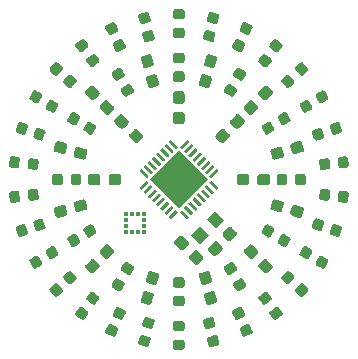
<source format=gts>
G04 #@! TF.GenerationSoftware,KiCad,Pcbnew,5.1.6*
G04 #@! TF.CreationDate,2020-08-06T11:22:41+02:00*
G04 #@! TF.ProjectId,AnalogWatch,416e616c-6f67-4576-9174-63682e6b6963,rev?*
G04 #@! TF.SameCoordinates,Original*
G04 #@! TF.FileFunction,Soldermask,Top*
G04 #@! TF.FilePolarity,Negative*
%FSLAX46Y46*%
G04 Gerber Fmt 4.6, Leading zero omitted, Abs format (unit mm)*
G04 Created by KiCad (PCBNEW 5.1.6) date 2020-08-06 11:22:41*
%MOMM*%
%LPD*%
G01*
G04 APERTURE LIST*
%ADD10C,0.100000*%
G04 APERTURE END LIST*
D10*
G36*
X100319002Y-113553960D02*
G01*
X100355301Y-113564971D01*
X100388757Y-113582854D01*
X100418081Y-113606919D01*
X100442146Y-113636243D01*
X100460029Y-113669699D01*
X100471040Y-113705998D01*
X100475000Y-113746204D01*
X100475000Y-114228796D01*
X100471040Y-114269002D01*
X100460029Y-114305301D01*
X100442146Y-114338757D01*
X100418081Y-114368081D01*
X100388757Y-114392146D01*
X100355301Y-114410029D01*
X100319002Y-114421040D01*
X100278796Y-114425000D01*
X99721204Y-114425000D01*
X99680998Y-114421040D01*
X99644699Y-114410029D01*
X99611243Y-114392146D01*
X99581919Y-114368081D01*
X99557854Y-114338757D01*
X99539971Y-114305301D01*
X99528960Y-114269002D01*
X99525000Y-114228796D01*
X99525000Y-113746204D01*
X99528960Y-113705998D01*
X99539971Y-113669699D01*
X99557854Y-113636243D01*
X99581919Y-113606919D01*
X99611243Y-113582854D01*
X99644699Y-113564971D01*
X99680998Y-113553960D01*
X99721204Y-113550000D01*
X100278796Y-113550000D01*
X100319002Y-113553960D01*
G37*
G36*
X96910103Y-113195936D02*
G01*
X97455494Y-113311863D01*
X97494006Y-113324098D01*
X97527223Y-113342416D01*
X97556227Y-113366861D01*
X97579906Y-113396498D01*
X97597352Y-113430189D01*
X97607885Y-113466626D01*
X97611109Y-113504424D01*
X97606623Y-113544582D01*
X97506291Y-114016613D01*
X97494057Y-114055122D01*
X97475735Y-114088345D01*
X97451294Y-114117345D01*
X97421652Y-114141029D01*
X97387968Y-114158470D01*
X97351526Y-114169006D01*
X97313731Y-114172229D01*
X97273569Y-114167742D01*
X96728178Y-114051815D01*
X96689666Y-114039580D01*
X96656449Y-114021262D01*
X96627445Y-113996817D01*
X96603766Y-113967180D01*
X96586320Y-113933489D01*
X96575787Y-113897052D01*
X96572563Y-113859254D01*
X96577049Y-113819096D01*
X96677381Y-113347065D01*
X96689615Y-113308556D01*
X96707937Y-113275333D01*
X96732378Y-113246333D01*
X96762020Y-113222649D01*
X96795704Y-113205208D01*
X96832146Y-113194672D01*
X96869941Y-113191449D01*
X96910103Y-113195936D01*
G37*
G36*
X103167855Y-113194673D02*
G01*
X103204292Y-113205206D01*
X103237983Y-113222652D01*
X103267620Y-113246331D01*
X103292065Y-113275335D01*
X103310382Y-113308551D01*
X103322619Y-113347068D01*
X103422951Y-113819096D01*
X103427437Y-113859255D01*
X103424214Y-113897051D01*
X103413678Y-113933493D01*
X103396237Y-113967177D01*
X103372553Y-113996819D01*
X103343553Y-114021260D01*
X103310329Y-114039582D01*
X103271826Y-114051814D01*
X103249777Y-114056501D01*
X103249776Y-114056501D01*
X103144962Y-114078780D01*
X102726431Y-114167742D01*
X102686270Y-114172229D01*
X102648473Y-114169005D01*
X102612036Y-114158472D01*
X102578345Y-114141026D01*
X102548708Y-114117347D01*
X102524263Y-114088343D01*
X102505946Y-114055127D01*
X102493709Y-114016610D01*
X102393377Y-113544582D01*
X102388891Y-113504423D01*
X102392114Y-113466627D01*
X102402650Y-113430185D01*
X102420091Y-113396501D01*
X102443775Y-113366859D01*
X102472775Y-113342418D01*
X102505999Y-113324096D01*
X102544502Y-113311864D01*
X102595820Y-113300956D01*
X102699382Y-113278943D01*
X103089897Y-113195936D01*
X103130058Y-113191449D01*
X103167855Y-113194673D01*
G37*
G36*
X105879788Y-112250432D02*
G01*
X105916372Y-112260492D01*
X105950281Y-112277491D01*
X105980224Y-112300780D01*
X106005049Y-112329464D01*
X106025024Y-112364590D01*
X106221304Y-112805444D01*
X106234043Y-112843792D01*
X106238748Y-112881436D01*
X106236020Y-112919265D01*
X106225960Y-112955849D01*
X106208961Y-112989758D01*
X106185671Y-113019702D01*
X106156988Y-113044527D01*
X106121866Y-113064499D01*
X105612493Y-113291285D01*
X105574141Y-113304025D01*
X105536498Y-113308730D01*
X105498670Y-113306002D01*
X105462086Y-113295942D01*
X105428177Y-113278943D01*
X105398234Y-113255654D01*
X105373409Y-113226970D01*
X105353434Y-113191844D01*
X105157154Y-112750990D01*
X105144415Y-112712642D01*
X105139710Y-112674998D01*
X105142438Y-112637169D01*
X105152498Y-112600585D01*
X105169497Y-112566676D01*
X105192787Y-112536732D01*
X105221470Y-112511907D01*
X105256592Y-112491935D01*
X105765965Y-112265149D01*
X105804317Y-112252409D01*
X105841960Y-112247704D01*
X105879788Y-112250432D01*
G37*
G36*
X94195683Y-112252409D02*
G01*
X94234035Y-112265149D01*
X94743408Y-112491935D01*
X94778529Y-112511907D01*
X94807214Y-112536733D01*
X94830503Y-112566676D01*
X94847502Y-112600585D01*
X94857562Y-112637169D01*
X94860290Y-112674997D01*
X94855585Y-112712642D01*
X94842846Y-112750990D01*
X94646564Y-113191849D01*
X94626592Y-113226969D01*
X94601767Y-113255653D01*
X94571823Y-113278943D01*
X94537914Y-113295942D01*
X94501330Y-113306002D01*
X94463501Y-113308730D01*
X94425859Y-113304025D01*
X94387507Y-113291285D01*
X93878134Y-113064499D01*
X93843013Y-113044527D01*
X93814328Y-113019701D01*
X93791039Y-112989758D01*
X93774040Y-112955849D01*
X93763980Y-112919265D01*
X93761252Y-112881437D01*
X93765957Y-112843792D01*
X93778696Y-112805444D01*
X93974978Y-112364585D01*
X93994950Y-112329465D01*
X94019775Y-112300781D01*
X94049719Y-112277491D01*
X94083628Y-112260492D01*
X94120212Y-112250432D01*
X94158041Y-112247704D01*
X94195683Y-112252409D01*
G37*
G36*
X100319002Y-111978960D02*
G01*
X100355301Y-111989971D01*
X100388757Y-112007854D01*
X100418081Y-112031919D01*
X100442146Y-112061243D01*
X100460029Y-112094699D01*
X100471040Y-112130998D01*
X100475000Y-112171204D01*
X100475000Y-112653796D01*
X100471040Y-112694002D01*
X100460029Y-112730301D01*
X100442146Y-112763757D01*
X100418081Y-112793081D01*
X100388757Y-112817146D01*
X100355301Y-112835029D01*
X100319002Y-112846040D01*
X100278796Y-112850000D01*
X99721204Y-112850000D01*
X99680998Y-112846040D01*
X99644699Y-112835029D01*
X99611243Y-112817146D01*
X99581919Y-112793081D01*
X99557854Y-112763757D01*
X99539971Y-112730301D01*
X99528960Y-112694002D01*
X99525000Y-112653796D01*
X99525000Y-112171204D01*
X99528960Y-112130998D01*
X99539971Y-112094699D01*
X99557854Y-112061243D01*
X99581919Y-112031919D01*
X99611243Y-112007854D01*
X99644699Y-111989971D01*
X99680998Y-111978960D01*
X99721204Y-111975000D01*
X100278796Y-111975000D01*
X100319002Y-111978960D01*
G37*
G36*
X102840395Y-111654091D02*
G01*
X102876832Y-111664624D01*
X102910523Y-111682070D01*
X102940160Y-111705749D01*
X102964605Y-111734753D01*
X102982922Y-111767969D01*
X102995159Y-111806486D01*
X103095491Y-112278514D01*
X103099977Y-112318673D01*
X103096754Y-112356469D01*
X103086218Y-112392911D01*
X103068777Y-112426595D01*
X103045093Y-112456237D01*
X103016093Y-112480678D01*
X102982869Y-112499000D01*
X102944366Y-112511232D01*
X102922317Y-112515919D01*
X102922316Y-112515919D01*
X102824399Y-112536732D01*
X102398971Y-112627160D01*
X102358810Y-112631647D01*
X102321013Y-112628423D01*
X102284576Y-112617890D01*
X102250885Y-112600444D01*
X102221248Y-112576765D01*
X102196803Y-112547761D01*
X102178486Y-112514545D01*
X102166249Y-112476028D01*
X102065917Y-112004000D01*
X102061431Y-111963841D01*
X102064654Y-111926045D01*
X102075190Y-111889603D01*
X102092631Y-111855919D01*
X102116315Y-111826277D01*
X102145315Y-111801836D01*
X102178539Y-111783514D01*
X102217042Y-111771282D01*
X102316653Y-111750109D01*
X102343906Y-111744316D01*
X102762437Y-111655354D01*
X102802598Y-111650867D01*
X102840395Y-111654091D01*
G37*
G36*
X97237563Y-111655354D02*
G01*
X97782954Y-111771281D01*
X97821466Y-111783516D01*
X97854683Y-111801834D01*
X97883687Y-111826279D01*
X97907366Y-111855916D01*
X97924812Y-111889607D01*
X97935345Y-111926044D01*
X97938569Y-111963842D01*
X97934083Y-112004000D01*
X97833751Y-112476031D01*
X97821517Y-112514540D01*
X97803195Y-112547763D01*
X97778754Y-112576763D01*
X97749112Y-112600447D01*
X97715428Y-112617888D01*
X97678986Y-112628424D01*
X97641191Y-112631647D01*
X97601029Y-112627160D01*
X97055638Y-112511233D01*
X97017126Y-112498998D01*
X96983909Y-112480680D01*
X96954905Y-112456235D01*
X96931226Y-112426598D01*
X96913780Y-112392907D01*
X96903247Y-112356470D01*
X96900023Y-112318672D01*
X96904509Y-112278514D01*
X97004841Y-111806483D01*
X97017075Y-111767974D01*
X97035397Y-111734751D01*
X97059838Y-111705751D01*
X97089480Y-111682067D01*
X97123164Y-111664626D01*
X97159606Y-111654090D01*
X97197401Y-111650867D01*
X97237563Y-111655354D01*
G37*
G36*
X108336179Y-110762487D02*
G01*
X108372883Y-110772065D01*
X108407017Y-110788621D01*
X108437262Y-110811516D01*
X108464100Y-110841718D01*
X108477346Y-110859949D01*
X108477351Y-110859955D01*
X108712153Y-111183132D01*
X108747756Y-111232135D01*
X108768190Y-111266998D01*
X108780617Y-111302833D01*
X108785814Y-111340410D01*
X108783581Y-111378277D01*
X108774003Y-111414981D01*
X108757446Y-111449118D01*
X108734554Y-111479360D01*
X108704350Y-111506199D01*
X108686119Y-111519444D01*
X108686113Y-111519450D01*
X108271491Y-111820690D01*
X108271487Y-111820692D01*
X108253256Y-111833938D01*
X108218393Y-111854372D01*
X108182557Y-111866799D01*
X108144980Y-111871996D01*
X108107113Y-111869763D01*
X108070409Y-111860185D01*
X108036275Y-111843629D01*
X108006030Y-111820734D01*
X107979192Y-111790532D01*
X107965946Y-111772301D01*
X107965941Y-111772295D01*
X107708785Y-111418351D01*
X107708784Y-111418349D01*
X107695536Y-111400115D01*
X107675102Y-111365252D01*
X107662675Y-111329417D01*
X107657478Y-111291840D01*
X107659711Y-111253973D01*
X107669289Y-111217269D01*
X107685846Y-111183132D01*
X107708738Y-111152890D01*
X107738942Y-111126051D01*
X107757173Y-111112806D01*
X107757179Y-111112800D01*
X108171801Y-110811560D01*
X108171805Y-110811558D01*
X108190036Y-110798312D01*
X108224899Y-110777878D01*
X108260735Y-110765451D01*
X108298312Y-110760254D01*
X108336179Y-110762487D01*
G37*
G36*
X91739266Y-110765451D02*
G01*
X91775101Y-110777878D01*
X91809964Y-110798312D01*
X91828195Y-110811558D01*
X91828199Y-110811560D01*
X92242821Y-111112800D01*
X92242827Y-111112806D01*
X92261058Y-111126051D01*
X92291260Y-111152889D01*
X92314155Y-111183134D01*
X92330711Y-111217268D01*
X92340289Y-111253972D01*
X92342522Y-111291839D01*
X92337325Y-111329416D01*
X92324898Y-111365252D01*
X92304464Y-111400115D01*
X92291216Y-111418349D01*
X92291215Y-111418351D01*
X92034059Y-111772295D01*
X92034054Y-111772301D01*
X92020808Y-111790532D01*
X91993969Y-111820736D01*
X91963727Y-111843628D01*
X91929590Y-111860185D01*
X91892886Y-111869763D01*
X91855019Y-111871996D01*
X91817442Y-111866799D01*
X91781607Y-111854372D01*
X91746744Y-111833938D01*
X91728513Y-111820692D01*
X91728509Y-111820690D01*
X91313887Y-111519450D01*
X91313881Y-111519444D01*
X91295650Y-111506199D01*
X91265448Y-111479361D01*
X91242553Y-111449116D01*
X91225997Y-111414982D01*
X91216419Y-111378278D01*
X91214186Y-111340411D01*
X91219383Y-111302834D01*
X91231810Y-111266998D01*
X91252244Y-111232135D01*
X91287847Y-111183132D01*
X91522649Y-110859955D01*
X91522654Y-110859949D01*
X91535900Y-110841718D01*
X91562739Y-110811514D01*
X91592981Y-110788622D01*
X91627118Y-110772065D01*
X91663822Y-110762487D01*
X91701689Y-110760254D01*
X91739266Y-110765451D01*
G37*
G36*
X94836293Y-110813575D02*
G01*
X94874645Y-110826315D01*
X95384018Y-111053101D01*
X95419139Y-111073073D01*
X95447824Y-111097899D01*
X95471113Y-111127842D01*
X95488112Y-111161751D01*
X95498172Y-111198335D01*
X95500900Y-111236163D01*
X95496195Y-111273808D01*
X95483456Y-111312156D01*
X95287174Y-111753015D01*
X95267202Y-111788135D01*
X95242377Y-111816819D01*
X95212433Y-111840109D01*
X95178524Y-111857108D01*
X95141940Y-111867168D01*
X95104111Y-111869896D01*
X95066469Y-111865191D01*
X95028117Y-111852451D01*
X94518744Y-111625665D01*
X94483623Y-111605693D01*
X94454938Y-111580867D01*
X94431649Y-111550924D01*
X94414650Y-111517015D01*
X94404590Y-111480431D01*
X94401862Y-111442603D01*
X94406567Y-111404958D01*
X94419306Y-111366610D01*
X94615588Y-110925751D01*
X94635560Y-110890631D01*
X94660385Y-110861947D01*
X94690329Y-110838657D01*
X94724238Y-110821658D01*
X94760822Y-110811598D01*
X94798651Y-110808870D01*
X94836293Y-110813575D01*
G37*
G36*
X105239178Y-110811598D02*
G01*
X105275762Y-110821658D01*
X105309671Y-110838657D01*
X105339614Y-110861946D01*
X105364439Y-110890630D01*
X105384414Y-110925756D01*
X105580694Y-111366610D01*
X105593433Y-111404958D01*
X105598138Y-111442602D01*
X105595410Y-111480431D01*
X105585350Y-111517015D01*
X105568351Y-111550924D01*
X105545061Y-111580868D01*
X105516378Y-111605693D01*
X105481256Y-111625665D01*
X104971883Y-111852451D01*
X104933531Y-111865191D01*
X104895888Y-111869896D01*
X104858060Y-111867168D01*
X104821476Y-111857108D01*
X104787567Y-111840109D01*
X104757624Y-111816820D01*
X104732799Y-111788136D01*
X104712824Y-111753010D01*
X104516544Y-111312156D01*
X104503805Y-111273808D01*
X104499100Y-111236164D01*
X104501828Y-111198335D01*
X104511888Y-111161751D01*
X104528887Y-111127842D01*
X104552177Y-111097898D01*
X104580860Y-111073073D01*
X104615982Y-111053101D01*
X105125355Y-110826315D01*
X105163707Y-110813575D01*
X105201350Y-110808870D01*
X105239178Y-110811598D01*
G37*
G36*
X100319002Y-109853960D02*
G01*
X100355301Y-109864971D01*
X100388757Y-109882854D01*
X100418081Y-109906919D01*
X100442146Y-109936243D01*
X100460029Y-109969699D01*
X100471040Y-110005998D01*
X100475000Y-110046204D01*
X100475000Y-110528796D01*
X100471040Y-110569002D01*
X100460029Y-110605301D01*
X100442146Y-110638757D01*
X100418081Y-110668081D01*
X100388757Y-110692146D01*
X100355301Y-110710029D01*
X100319002Y-110721040D01*
X100278796Y-110725000D01*
X99721204Y-110725000D01*
X99680998Y-110721040D01*
X99644699Y-110710029D01*
X99611243Y-110692146D01*
X99581919Y-110668081D01*
X99557854Y-110638757D01*
X99539971Y-110605301D01*
X99528960Y-110569002D01*
X99525000Y-110528796D01*
X99525000Y-110046204D01*
X99528960Y-110005998D01*
X99539971Y-109969699D01*
X99557854Y-109936243D01*
X99581919Y-109906919D01*
X99611243Y-109882854D01*
X99644699Y-109864971D01*
X99680998Y-109853960D01*
X99721204Y-109850000D01*
X100278796Y-109850000D01*
X100319002Y-109853960D01*
G37*
G36*
X102885627Y-109441246D02*
G01*
X102926153Y-109450695D01*
X102964050Y-109467866D01*
X102997876Y-109492106D01*
X103026318Y-109522473D01*
X103048291Y-109557809D01*
X103063819Y-109599064D01*
X103224308Y-110198021D01*
X103231488Y-110241509D01*
X103230126Y-110283096D01*
X103220677Y-110323622D01*
X103203506Y-110361521D01*
X103179267Y-110395345D01*
X103148900Y-110423787D01*
X103113562Y-110445761D01*
X103072308Y-110461288D01*
X102569945Y-110595896D01*
X102526456Y-110603076D01*
X102484869Y-110601714D01*
X102444343Y-110592265D01*
X102406446Y-110575094D01*
X102372620Y-110550854D01*
X102344178Y-110520487D01*
X102322205Y-110485151D01*
X102306677Y-110443896D01*
X102160372Y-109897875D01*
X102152023Y-109866716D01*
X102152023Y-109866715D01*
X102146188Y-109844939D01*
X102139008Y-109801451D01*
X102140370Y-109759864D01*
X102149819Y-109719338D01*
X102166990Y-109681439D01*
X102191229Y-109647615D01*
X102221596Y-109619173D01*
X102256934Y-109597199D01*
X102298188Y-109581672D01*
X102800551Y-109447064D01*
X102844040Y-109439884D01*
X102885627Y-109441246D01*
G37*
G36*
X97199449Y-109447064D02*
G01*
X97701812Y-109581672D01*
X97743067Y-109597200D01*
X97778403Y-109619173D01*
X97808770Y-109647615D01*
X97833010Y-109681441D01*
X97850181Y-109719338D01*
X97859630Y-109759864D01*
X97860992Y-109801451D01*
X97853812Y-109844939D01*
X97847977Y-109866715D01*
X97847977Y-109866716D01*
X97839628Y-109897875D01*
X97693323Y-110443896D01*
X97677796Y-110485150D01*
X97655822Y-110520488D01*
X97627380Y-110550855D01*
X97593556Y-110575094D01*
X97555657Y-110592265D01*
X97515131Y-110601714D01*
X97473544Y-110603076D01*
X97430055Y-110595896D01*
X96927692Y-110461288D01*
X96886437Y-110445760D01*
X96851101Y-110423787D01*
X96820734Y-110395345D01*
X96796494Y-110361519D01*
X96779323Y-110323622D01*
X96769874Y-110283096D01*
X96768512Y-110241509D01*
X96775692Y-110198021D01*
X96936181Y-109599064D01*
X96951708Y-109557810D01*
X96973682Y-109522472D01*
X97002124Y-109492105D01*
X97035948Y-109467866D01*
X97073847Y-109450695D01*
X97114373Y-109441246D01*
X97155960Y-109439884D01*
X97199449Y-109447064D01*
G37*
G36*
X107410417Y-109488285D02*
G01*
X107447121Y-109497863D01*
X107481255Y-109514419D01*
X107511500Y-109537314D01*
X107538338Y-109567516D01*
X107551584Y-109585747D01*
X107551589Y-109585753D01*
X107808745Y-109939697D01*
X107821994Y-109957933D01*
X107842428Y-109992796D01*
X107854855Y-110028631D01*
X107860052Y-110066208D01*
X107857819Y-110104075D01*
X107848241Y-110140779D01*
X107831684Y-110174916D01*
X107808792Y-110205158D01*
X107778588Y-110231997D01*
X107760357Y-110245242D01*
X107760351Y-110245248D01*
X107345729Y-110546488D01*
X107345725Y-110546490D01*
X107327494Y-110559736D01*
X107292631Y-110580170D01*
X107256795Y-110592597D01*
X107219218Y-110597794D01*
X107181351Y-110595561D01*
X107144647Y-110585983D01*
X107110513Y-110569427D01*
X107080268Y-110546532D01*
X107053430Y-110516330D01*
X107040184Y-110498099D01*
X107040179Y-110498093D01*
X106783023Y-110144149D01*
X106783022Y-110144147D01*
X106769774Y-110125913D01*
X106749340Y-110091050D01*
X106736913Y-110055215D01*
X106731716Y-110017638D01*
X106733949Y-109979771D01*
X106743527Y-109943067D01*
X106760084Y-109908930D01*
X106782976Y-109878688D01*
X106813180Y-109851849D01*
X106831411Y-109838604D01*
X106831417Y-109838598D01*
X107246039Y-109537358D01*
X107246043Y-109537356D01*
X107264274Y-109524110D01*
X107299137Y-109503676D01*
X107334973Y-109491249D01*
X107372550Y-109486052D01*
X107410417Y-109488285D01*
G37*
G36*
X92665028Y-109491249D02*
G01*
X92700863Y-109503676D01*
X92735726Y-109524110D01*
X92753957Y-109537356D01*
X92753961Y-109537358D01*
X93168583Y-109838598D01*
X93168589Y-109838604D01*
X93186820Y-109851849D01*
X93217022Y-109878687D01*
X93239917Y-109908932D01*
X93256473Y-109943066D01*
X93266051Y-109979770D01*
X93268284Y-110017637D01*
X93263087Y-110055214D01*
X93250660Y-110091050D01*
X93230226Y-110125913D01*
X93216978Y-110144147D01*
X93216977Y-110144149D01*
X92959821Y-110498093D01*
X92959816Y-110498099D01*
X92946570Y-110516330D01*
X92919731Y-110546534D01*
X92889489Y-110569426D01*
X92855352Y-110585983D01*
X92818648Y-110595561D01*
X92780781Y-110597794D01*
X92743204Y-110592597D01*
X92707369Y-110580170D01*
X92672506Y-110559736D01*
X92654275Y-110546490D01*
X92654271Y-110546488D01*
X92239649Y-110245248D01*
X92239643Y-110245242D01*
X92221412Y-110231997D01*
X92191210Y-110205159D01*
X92168315Y-110174914D01*
X92151759Y-110140780D01*
X92142181Y-110104076D01*
X92139948Y-110066209D01*
X92145145Y-110028632D01*
X92157572Y-109992796D01*
X92178006Y-109957933D01*
X92191255Y-109939697D01*
X92448411Y-109585753D01*
X92448416Y-109585747D01*
X92461662Y-109567516D01*
X92488501Y-109537312D01*
X92518743Y-109514420D01*
X92552880Y-109497863D01*
X92589584Y-109488285D01*
X92627451Y-109486052D01*
X92665028Y-109491249D01*
G37*
G36*
X89645845Y-108799801D02*
G01*
X89681519Y-108812697D01*
X89713990Y-108832305D01*
X89743840Y-108859537D01*
X90116937Y-109273903D01*
X90140897Y-109306432D01*
X90157005Y-109340780D01*
X90166101Y-109377604D01*
X90167839Y-109415500D01*
X90162149Y-109453008D01*
X90149253Y-109488682D01*
X90129645Y-109521153D01*
X90102418Y-109550997D01*
X90085666Y-109566081D01*
X90085661Y-109566086D01*
X89765674Y-109854203D01*
X89743780Y-109873916D01*
X89711248Y-109897878D01*
X89676908Y-109913983D01*
X89640081Y-109923079D01*
X89602185Y-109924817D01*
X89564677Y-109919127D01*
X89529003Y-109906231D01*
X89496532Y-109886623D01*
X89466682Y-109859391D01*
X89093585Y-109445025D01*
X89069625Y-109412496D01*
X89053517Y-109378148D01*
X89044421Y-109341324D01*
X89042683Y-109303428D01*
X89048373Y-109265920D01*
X89061269Y-109230246D01*
X89080877Y-109197775D01*
X89108104Y-109167931D01*
X89124856Y-109152847D01*
X89124861Y-109152842D01*
X89449987Y-108860098D01*
X89449989Y-108860097D01*
X89466742Y-108845012D01*
X89499274Y-108821050D01*
X89533614Y-108804945D01*
X89570441Y-108795849D01*
X89608337Y-108794111D01*
X89645845Y-108799801D01*
G37*
G36*
X110429559Y-108795849D02*
G01*
X110466383Y-108804945D01*
X110500731Y-108821053D01*
X110533253Y-108845008D01*
X110550008Y-108860095D01*
X110550013Y-108860098D01*
X110875139Y-109152842D01*
X110875144Y-109152847D01*
X110891896Y-109167931D01*
X110919123Y-109197775D01*
X110938731Y-109230246D01*
X110951627Y-109265920D01*
X110957317Y-109303428D01*
X110955579Y-109341324D01*
X110946483Y-109378151D01*
X110930378Y-109412491D01*
X110906411Y-109445029D01*
X110533318Y-109859391D01*
X110503468Y-109886623D01*
X110470997Y-109906231D01*
X110435323Y-109919127D01*
X110397815Y-109924817D01*
X110359919Y-109923079D01*
X110323095Y-109913983D01*
X110288747Y-109897875D01*
X110256225Y-109873920D01*
X110239470Y-109858833D01*
X110239465Y-109858830D01*
X109914339Y-109566086D01*
X109914334Y-109566081D01*
X109897582Y-109550997D01*
X109870355Y-109521153D01*
X109850747Y-109488682D01*
X109837851Y-109453008D01*
X109832161Y-109415500D01*
X109833899Y-109377604D01*
X109842995Y-109340777D01*
X109859100Y-109306437D01*
X109883067Y-109273899D01*
X110256160Y-108859537D01*
X110286010Y-108832305D01*
X110318481Y-108812697D01*
X110354155Y-108799801D01*
X110391663Y-108794111D01*
X110429559Y-108795849D01*
G37*
G36*
X94759810Y-108365664D02*
G01*
X94796758Y-108374279D01*
X94833560Y-108390954D01*
X95316435Y-108669742D01*
X95349286Y-108693282D01*
X95375215Y-108720966D01*
X95395246Y-108753178D01*
X95408609Y-108788685D01*
X95414789Y-108826112D01*
X95413548Y-108864022D01*
X95404933Y-108900970D01*
X95388258Y-108937772D01*
X95146970Y-109355695D01*
X95123430Y-109388546D01*
X95095746Y-109414475D01*
X95063534Y-109434506D01*
X95028027Y-109447869D01*
X94990600Y-109454049D01*
X94952690Y-109452808D01*
X94915742Y-109444193D01*
X94878940Y-109427518D01*
X94396065Y-109148730D01*
X94363214Y-109125190D01*
X94337285Y-109097506D01*
X94317254Y-109065294D01*
X94303891Y-109029787D01*
X94297711Y-108992360D01*
X94298952Y-108954450D01*
X94307567Y-108917502D01*
X94324242Y-108880700D01*
X94565530Y-108462777D01*
X94589070Y-108429926D01*
X94616754Y-108403997D01*
X94648966Y-108383966D01*
X94684473Y-108370603D01*
X94721900Y-108364423D01*
X94759810Y-108365664D01*
G37*
G36*
X105315527Y-108370603D02*
G01*
X105351034Y-108383966D01*
X105383246Y-108403997D01*
X105410930Y-108429926D01*
X105434470Y-108462777D01*
X105675758Y-108880700D01*
X105692433Y-108917502D01*
X105701048Y-108954450D01*
X105702289Y-108992360D01*
X105696109Y-109029787D01*
X105682746Y-109065294D01*
X105662715Y-109097506D01*
X105636786Y-109125190D01*
X105603935Y-109148730D01*
X105121060Y-109427518D01*
X105084258Y-109444193D01*
X105047310Y-109452808D01*
X105009400Y-109454049D01*
X104971973Y-109447869D01*
X104936466Y-109434506D01*
X104904254Y-109414475D01*
X104876570Y-109388546D01*
X104853030Y-109355695D01*
X104611742Y-108937772D01*
X104595067Y-108900970D01*
X104586452Y-108864022D01*
X104585211Y-108826112D01*
X104591391Y-108788685D01*
X104604754Y-108753178D01*
X104624785Y-108720966D01*
X104650714Y-108693282D01*
X104683565Y-108669742D01*
X105166440Y-108390954D01*
X105203242Y-108374279D01*
X105240190Y-108365664D01*
X105278100Y-108364423D01*
X105315527Y-108370603D01*
G37*
G36*
X100319002Y-108278960D02*
G01*
X100355301Y-108289971D01*
X100388757Y-108307854D01*
X100418081Y-108331919D01*
X100442146Y-108361243D01*
X100460029Y-108394699D01*
X100471040Y-108430998D01*
X100475000Y-108471204D01*
X100475000Y-108953796D01*
X100471040Y-108994002D01*
X100460029Y-109030301D01*
X100442146Y-109063757D01*
X100418081Y-109093081D01*
X100388757Y-109117146D01*
X100355301Y-109135029D01*
X100319002Y-109146040D01*
X100278796Y-109150000D01*
X99721204Y-109150000D01*
X99680998Y-109146040D01*
X99644699Y-109135029D01*
X99611243Y-109117146D01*
X99581919Y-109093081D01*
X99557854Y-109063757D01*
X99539971Y-109030301D01*
X99528960Y-108994002D01*
X99525000Y-108953796D01*
X99525000Y-108471204D01*
X99528960Y-108430998D01*
X99539971Y-108394699D01*
X99557854Y-108361243D01*
X99581919Y-108331919D01*
X99611243Y-108307854D01*
X99644699Y-108289971D01*
X99680998Y-108278960D01*
X99721204Y-108275000D01*
X100278796Y-108275000D01*
X100319002Y-108278960D01*
G37*
G36*
X97652383Y-107756694D02*
G01*
X98154746Y-107891302D01*
X98196001Y-107906830D01*
X98231337Y-107928803D01*
X98261704Y-107957245D01*
X98285944Y-107991071D01*
X98303115Y-108028968D01*
X98312564Y-108069494D01*
X98313926Y-108111081D01*
X98306746Y-108154569D01*
X98146257Y-108753526D01*
X98130730Y-108794780D01*
X98108756Y-108830118D01*
X98080314Y-108860485D01*
X98046490Y-108884724D01*
X98008591Y-108901895D01*
X97968065Y-108911344D01*
X97926478Y-108912706D01*
X97882989Y-108905526D01*
X97380626Y-108770918D01*
X97339371Y-108755390D01*
X97304035Y-108733417D01*
X97273668Y-108704975D01*
X97249428Y-108671149D01*
X97232257Y-108633252D01*
X97222808Y-108592726D01*
X97221446Y-108551139D01*
X97228626Y-108507651D01*
X97389115Y-107908694D01*
X97404642Y-107867440D01*
X97426616Y-107832102D01*
X97455058Y-107801735D01*
X97488882Y-107777496D01*
X97526781Y-107760325D01*
X97567307Y-107750876D01*
X97608894Y-107749514D01*
X97652383Y-107756694D01*
G37*
G36*
X102432693Y-107750876D02*
G01*
X102473219Y-107760325D01*
X102511116Y-107777496D01*
X102544942Y-107801736D01*
X102573384Y-107832103D01*
X102595357Y-107867439D01*
X102610885Y-107908694D01*
X102771374Y-108507651D01*
X102778554Y-108551139D01*
X102777192Y-108592726D01*
X102767743Y-108633252D01*
X102750572Y-108671151D01*
X102726333Y-108704975D01*
X102695966Y-108733417D01*
X102660628Y-108755391D01*
X102619374Y-108770918D01*
X102117011Y-108905526D01*
X102073522Y-108912706D01*
X102031935Y-108911344D01*
X101991409Y-108901895D01*
X101953512Y-108884724D01*
X101919686Y-108860484D01*
X101891244Y-108830117D01*
X101869271Y-108794781D01*
X101853743Y-108753526D01*
X101693254Y-108154569D01*
X101686074Y-108111081D01*
X101687436Y-108069494D01*
X101696885Y-108028968D01*
X101714056Y-107991069D01*
X101738295Y-107957245D01*
X101768662Y-107928803D01*
X101804000Y-107906829D01*
X101845254Y-107891302D01*
X102347617Y-107756694D01*
X102391106Y-107749514D01*
X102432693Y-107750876D01*
G37*
G36*
X90816299Y-107745921D02*
G01*
X90851973Y-107758817D01*
X90884444Y-107778425D01*
X90914294Y-107805657D01*
X91287391Y-108220023D01*
X91311351Y-108252552D01*
X91327459Y-108286900D01*
X91336555Y-108323724D01*
X91338293Y-108361620D01*
X91332603Y-108399128D01*
X91319707Y-108434802D01*
X91300099Y-108467273D01*
X91272872Y-108497117D01*
X91256120Y-108512201D01*
X91256115Y-108512206D01*
X90930989Y-108804950D01*
X90914234Y-108820036D01*
X90881702Y-108843998D01*
X90847362Y-108860103D01*
X90810535Y-108869199D01*
X90772639Y-108870937D01*
X90735131Y-108865247D01*
X90699457Y-108852351D01*
X90666986Y-108832743D01*
X90637136Y-108805511D01*
X90264039Y-108391145D01*
X90240079Y-108358616D01*
X90223971Y-108324268D01*
X90214875Y-108287444D01*
X90213137Y-108249548D01*
X90218827Y-108212040D01*
X90231723Y-108176366D01*
X90251331Y-108143895D01*
X90278558Y-108114051D01*
X90295310Y-108098967D01*
X90295315Y-108098962D01*
X90620441Y-107806218D01*
X90620443Y-107806217D01*
X90637196Y-107791132D01*
X90669728Y-107767170D01*
X90704068Y-107751065D01*
X90740895Y-107741969D01*
X90778791Y-107740231D01*
X90816299Y-107745921D01*
G37*
G36*
X109259105Y-107741969D02*
G01*
X109295929Y-107751065D01*
X109330277Y-107767173D01*
X109362799Y-107791128D01*
X109379554Y-107806215D01*
X109379559Y-107806218D01*
X109704685Y-108098962D01*
X109704690Y-108098967D01*
X109721442Y-108114051D01*
X109748669Y-108143895D01*
X109768277Y-108176366D01*
X109781173Y-108212040D01*
X109786863Y-108249548D01*
X109785125Y-108287444D01*
X109776029Y-108324271D01*
X109759924Y-108358611D01*
X109735957Y-108391149D01*
X109362864Y-108805511D01*
X109333014Y-108832743D01*
X109300543Y-108852351D01*
X109264869Y-108865247D01*
X109227361Y-108870937D01*
X109189465Y-108869199D01*
X109152641Y-108860103D01*
X109118293Y-108843995D01*
X109085771Y-108820040D01*
X109069016Y-108804953D01*
X109069011Y-108804950D01*
X108743885Y-108512206D01*
X108743880Y-108512201D01*
X108727128Y-108497117D01*
X108699901Y-108467273D01*
X108680293Y-108434802D01*
X108667397Y-108399128D01*
X108661707Y-108361620D01*
X108663445Y-108323724D01*
X108672541Y-108286897D01*
X108688646Y-108252557D01*
X108712613Y-108220019D01*
X109085706Y-107805657D01*
X109115556Y-107778425D01*
X109148027Y-107758817D01*
X109183701Y-107745921D01*
X109221209Y-107740231D01*
X109259105Y-107741969D01*
G37*
G36*
X95547310Y-107001674D02*
G01*
X95584258Y-107010289D01*
X95621060Y-107026964D01*
X96103935Y-107305752D01*
X96136786Y-107329292D01*
X96162715Y-107356976D01*
X96182746Y-107389188D01*
X96196109Y-107424695D01*
X96202289Y-107462122D01*
X96201048Y-107500032D01*
X96192433Y-107536980D01*
X96175758Y-107573782D01*
X95934470Y-107991705D01*
X95910930Y-108024556D01*
X95883246Y-108050485D01*
X95851034Y-108070516D01*
X95815527Y-108083879D01*
X95778100Y-108090059D01*
X95740190Y-108088818D01*
X95703242Y-108080203D01*
X95666440Y-108063528D01*
X95183565Y-107784740D01*
X95150714Y-107761200D01*
X95124785Y-107733516D01*
X95104754Y-107701304D01*
X95091391Y-107665797D01*
X95085211Y-107628370D01*
X95086452Y-107590460D01*
X95095067Y-107553512D01*
X95111742Y-107516710D01*
X95353030Y-107098787D01*
X95376570Y-107065936D01*
X95404254Y-107040007D01*
X95436466Y-107019976D01*
X95471973Y-107006613D01*
X95509400Y-107000433D01*
X95547310Y-107001674D01*
G37*
G36*
X104528027Y-107006613D02*
G01*
X104563534Y-107019976D01*
X104595746Y-107040007D01*
X104623430Y-107065936D01*
X104646970Y-107098787D01*
X104888258Y-107516710D01*
X104904933Y-107553512D01*
X104913548Y-107590460D01*
X104914789Y-107628370D01*
X104908609Y-107665797D01*
X104895246Y-107701304D01*
X104875215Y-107733516D01*
X104849286Y-107761200D01*
X104816435Y-107784740D01*
X104333560Y-108063528D01*
X104296758Y-108080203D01*
X104259810Y-108088818D01*
X104221900Y-108090059D01*
X104184473Y-108083879D01*
X104148966Y-108070516D01*
X104116754Y-108050485D01*
X104089070Y-108024556D01*
X104065530Y-107991705D01*
X103824242Y-107573782D01*
X103807567Y-107536980D01*
X103798952Y-107500032D01*
X103797711Y-107462122D01*
X103803891Y-107424695D01*
X103817254Y-107389188D01*
X103837285Y-107356976D01*
X103863214Y-107329292D01*
X103896065Y-107305752D01*
X104378940Y-107026964D01*
X104415742Y-107010289D01*
X104452690Y-107001674D01*
X104490600Y-107000433D01*
X104528027Y-107006613D01*
G37*
G36*
X107342285Y-106721466D02*
G01*
X107382106Y-106733546D01*
X107418800Y-106753158D01*
X107452871Y-106781120D01*
X107468809Y-106797058D01*
X107468815Y-106797063D01*
X107875401Y-107203649D01*
X107875406Y-107203655D01*
X107891344Y-107219593D01*
X107919306Y-107253664D01*
X107938918Y-107290358D01*
X107950998Y-107330179D01*
X107955076Y-107371587D01*
X107950998Y-107412995D01*
X107938918Y-107452816D01*
X107919306Y-107489510D01*
X107891344Y-107523581D01*
X107875406Y-107539519D01*
X107875401Y-107539525D01*
X107539525Y-107875401D01*
X107539519Y-107875406D01*
X107523581Y-107891344D01*
X107489510Y-107919306D01*
X107452816Y-107938918D01*
X107412995Y-107950998D01*
X107371587Y-107955076D01*
X107330179Y-107950998D01*
X107290358Y-107938918D01*
X107253664Y-107919306D01*
X107219593Y-107891344D01*
X107203655Y-107875406D01*
X107203649Y-107875401D01*
X106797063Y-107468815D01*
X106797058Y-107468809D01*
X106781120Y-107452871D01*
X106753158Y-107418800D01*
X106733546Y-107382106D01*
X106721466Y-107342285D01*
X106717388Y-107300877D01*
X106721466Y-107259469D01*
X106733546Y-107219648D01*
X106753158Y-107182954D01*
X106781120Y-107148883D01*
X106797058Y-107132945D01*
X106797063Y-107132939D01*
X107132939Y-106797063D01*
X107132945Y-106797058D01*
X107148883Y-106781120D01*
X107182954Y-106753158D01*
X107219648Y-106733546D01*
X107259469Y-106721466D01*
X107300877Y-106717388D01*
X107342285Y-106721466D01*
G37*
G36*
X92740531Y-106721466D02*
G01*
X92780352Y-106733546D01*
X92817046Y-106753158D01*
X92851117Y-106781120D01*
X92867055Y-106797058D01*
X92867061Y-106797063D01*
X93202937Y-107132939D01*
X93202942Y-107132945D01*
X93218880Y-107148883D01*
X93246842Y-107182954D01*
X93266454Y-107219648D01*
X93278534Y-107259469D01*
X93282612Y-107300877D01*
X93278534Y-107342285D01*
X93266454Y-107382106D01*
X93246842Y-107418800D01*
X93218880Y-107452871D01*
X93202942Y-107468809D01*
X93202937Y-107468815D01*
X92796351Y-107875401D01*
X92796345Y-107875406D01*
X92780407Y-107891344D01*
X92746336Y-107919306D01*
X92709642Y-107938918D01*
X92669821Y-107950998D01*
X92628413Y-107955076D01*
X92587005Y-107950998D01*
X92547184Y-107938918D01*
X92510490Y-107919306D01*
X92476419Y-107891344D01*
X92460481Y-107875406D01*
X92460475Y-107875401D01*
X92124599Y-107539525D01*
X92124594Y-107539519D01*
X92108656Y-107523581D01*
X92080694Y-107489510D01*
X92061082Y-107452816D01*
X92049002Y-107412995D01*
X92044924Y-107371587D01*
X92049002Y-107330179D01*
X92061082Y-107290358D01*
X92080694Y-107253664D01*
X92108656Y-107219593D01*
X92124594Y-107203655D01*
X92124599Y-107203649D01*
X92531185Y-106797063D01*
X92531191Y-106797058D01*
X92547129Y-106781120D01*
X92581200Y-106753158D01*
X92617894Y-106733546D01*
X92657715Y-106721466D01*
X92699123Y-106717388D01*
X92740531Y-106721466D01*
G37*
G36*
X88007021Y-106441391D02*
G01*
X88042528Y-106454754D01*
X88074740Y-106474785D01*
X88102424Y-106500714D01*
X88125964Y-106533565D01*
X88404752Y-107016440D01*
X88421427Y-107053242D01*
X88430042Y-107090190D01*
X88431283Y-107128100D01*
X88425103Y-107165527D01*
X88411740Y-107201034D01*
X88391709Y-107233246D01*
X88365780Y-107260930D01*
X88332929Y-107284470D01*
X87915006Y-107525758D01*
X87878204Y-107542433D01*
X87841256Y-107551048D01*
X87803346Y-107552289D01*
X87765919Y-107546109D01*
X87730412Y-107532746D01*
X87698200Y-107512715D01*
X87670516Y-107486786D01*
X87646976Y-107453935D01*
X87368188Y-106971060D01*
X87351513Y-106934258D01*
X87342898Y-106897310D01*
X87341657Y-106859400D01*
X87347837Y-106821973D01*
X87361200Y-106786466D01*
X87381231Y-106754254D01*
X87407160Y-106726570D01*
X87440011Y-106703030D01*
X87857934Y-106461742D01*
X87894736Y-106445067D01*
X87931684Y-106436452D01*
X87969594Y-106435211D01*
X88007021Y-106441391D01*
G37*
G36*
X112068316Y-106436452D02*
G01*
X112105264Y-106445067D01*
X112142066Y-106461742D01*
X112559989Y-106703030D01*
X112592840Y-106726570D01*
X112618769Y-106754254D01*
X112638800Y-106786466D01*
X112652163Y-106821973D01*
X112658343Y-106859400D01*
X112657102Y-106897310D01*
X112648487Y-106934258D01*
X112631812Y-106971060D01*
X112353024Y-107453935D01*
X112329484Y-107486786D01*
X112301800Y-107512715D01*
X112269588Y-107532746D01*
X112234081Y-107546109D01*
X112196654Y-107552289D01*
X112158744Y-107551048D01*
X112121796Y-107542433D01*
X112084994Y-107525758D01*
X111667071Y-107284470D01*
X111634220Y-107260930D01*
X111608291Y-107233246D01*
X111588260Y-107201034D01*
X111574897Y-107165527D01*
X111568717Y-107128100D01*
X111569958Y-107090190D01*
X111578573Y-107053242D01*
X111595248Y-107016440D01*
X111874036Y-106533565D01*
X111897576Y-106500714D01*
X111925260Y-106474785D01*
X111957472Y-106454754D01*
X111992979Y-106441391D01*
X112030406Y-106435211D01*
X112068316Y-106436452D01*
G37*
G36*
X101462771Y-105985452D02*
G01*
X101502592Y-105997532D01*
X101539286Y-106017144D01*
X101573357Y-106045106D01*
X101589295Y-106061044D01*
X101589301Y-106061049D01*
X101995887Y-106467635D01*
X101995892Y-106467641D01*
X102011830Y-106483579D01*
X102039792Y-106517650D01*
X102059404Y-106554344D01*
X102071484Y-106594165D01*
X102075562Y-106635573D01*
X102071484Y-106676981D01*
X102059404Y-106716802D01*
X102039792Y-106753496D01*
X102011830Y-106787567D01*
X101995892Y-106803505D01*
X101995887Y-106803511D01*
X101660011Y-107139387D01*
X101660005Y-107139392D01*
X101644067Y-107155330D01*
X101609996Y-107183292D01*
X101573302Y-107202904D01*
X101533481Y-107214984D01*
X101492073Y-107219062D01*
X101450665Y-107214984D01*
X101410844Y-107202904D01*
X101374150Y-107183292D01*
X101340079Y-107155330D01*
X101324141Y-107139392D01*
X101324135Y-107139387D01*
X100917549Y-106732801D01*
X100917544Y-106732795D01*
X100901606Y-106716857D01*
X100873644Y-106682786D01*
X100854032Y-106646092D01*
X100841952Y-106606271D01*
X100837874Y-106564863D01*
X100841952Y-106523455D01*
X100854032Y-106483634D01*
X100873644Y-106446940D01*
X100901606Y-106412869D01*
X100917544Y-106396931D01*
X100917549Y-106396925D01*
X101253425Y-106061049D01*
X101253431Y-106061044D01*
X101269369Y-106045106D01*
X101303440Y-106017144D01*
X101340134Y-105997532D01*
X101379955Y-105985452D01*
X101421363Y-105981374D01*
X101462771Y-105985452D01*
G37*
G36*
X110704326Y-105648952D02*
G01*
X110741274Y-105657567D01*
X110778076Y-105674242D01*
X111195999Y-105915530D01*
X111228850Y-105939070D01*
X111254779Y-105966754D01*
X111274810Y-105998966D01*
X111288173Y-106034473D01*
X111294353Y-106071900D01*
X111293112Y-106109810D01*
X111284497Y-106146758D01*
X111267822Y-106183560D01*
X110989034Y-106666435D01*
X110965494Y-106699286D01*
X110937810Y-106725215D01*
X110905598Y-106745246D01*
X110870091Y-106758609D01*
X110832664Y-106764789D01*
X110794754Y-106763548D01*
X110757806Y-106754933D01*
X110721004Y-106738258D01*
X110303081Y-106496970D01*
X110270230Y-106473430D01*
X110244301Y-106445746D01*
X110224270Y-106413534D01*
X110210907Y-106378027D01*
X110204727Y-106340600D01*
X110205968Y-106302690D01*
X110214583Y-106265742D01*
X110231258Y-106228940D01*
X110510046Y-105746065D01*
X110533586Y-105713214D01*
X110561270Y-105687285D01*
X110593482Y-105667254D01*
X110628989Y-105653891D01*
X110666416Y-105647711D01*
X110704326Y-105648952D01*
G37*
G36*
X89371011Y-105653891D02*
G01*
X89406518Y-105667254D01*
X89438730Y-105687285D01*
X89466414Y-105713214D01*
X89489954Y-105746065D01*
X89768742Y-106228940D01*
X89785417Y-106265742D01*
X89794032Y-106302690D01*
X89795273Y-106340600D01*
X89789093Y-106378027D01*
X89775730Y-106413534D01*
X89755699Y-106445746D01*
X89729770Y-106473430D01*
X89696919Y-106496970D01*
X89278996Y-106738258D01*
X89242194Y-106754933D01*
X89205246Y-106763548D01*
X89167336Y-106764789D01*
X89129909Y-106758609D01*
X89094402Y-106745246D01*
X89062190Y-106725215D01*
X89034506Y-106699286D01*
X89010966Y-106666435D01*
X88732178Y-106183560D01*
X88715503Y-106146758D01*
X88706888Y-106109810D01*
X88705647Y-106071900D01*
X88711827Y-106034473D01*
X88725190Y-105998966D01*
X88745221Y-105966754D01*
X88771150Y-105939070D01*
X88804001Y-105915530D01*
X89221924Y-105674242D01*
X89258726Y-105657567D01*
X89295674Y-105648952D01*
X89333584Y-105647711D01*
X89371011Y-105653891D01*
G37*
G36*
X106104849Y-105484030D02*
G01*
X106144670Y-105496110D01*
X106181364Y-105515722D01*
X106215435Y-105543684D01*
X106231373Y-105559622D01*
X106231379Y-105559627D01*
X106637965Y-105966213D01*
X106637970Y-105966219D01*
X106653908Y-105982157D01*
X106681870Y-106016228D01*
X106701482Y-106052922D01*
X106713562Y-106092743D01*
X106717640Y-106134151D01*
X106713562Y-106175559D01*
X106701482Y-106215380D01*
X106681870Y-106252074D01*
X106653908Y-106286145D01*
X106637970Y-106302083D01*
X106637965Y-106302089D01*
X106302089Y-106637965D01*
X106302083Y-106637970D01*
X106286145Y-106653908D01*
X106252074Y-106681870D01*
X106215380Y-106701482D01*
X106175559Y-106713562D01*
X106134151Y-106717640D01*
X106092743Y-106713562D01*
X106052922Y-106701482D01*
X106016228Y-106681870D01*
X105982157Y-106653908D01*
X105966219Y-106637970D01*
X105966213Y-106637965D01*
X105559627Y-106231379D01*
X105559622Y-106231373D01*
X105543684Y-106215435D01*
X105515722Y-106181364D01*
X105496110Y-106144670D01*
X105484030Y-106104849D01*
X105479952Y-106063441D01*
X105484030Y-106022033D01*
X105496110Y-105982212D01*
X105515722Y-105945518D01*
X105543684Y-105911447D01*
X105559622Y-105895509D01*
X105559627Y-105895503D01*
X105895503Y-105559627D01*
X105895509Y-105559622D01*
X105911447Y-105543684D01*
X105945518Y-105515722D01*
X105982212Y-105496110D01*
X106022033Y-105484030D01*
X106063441Y-105479952D01*
X106104849Y-105484030D01*
G37*
G36*
X93977967Y-105484030D02*
G01*
X94017788Y-105496110D01*
X94054482Y-105515722D01*
X94088553Y-105543684D01*
X94104491Y-105559622D01*
X94104497Y-105559627D01*
X94440373Y-105895503D01*
X94440378Y-105895509D01*
X94456316Y-105911447D01*
X94484278Y-105945518D01*
X94503890Y-105982212D01*
X94515970Y-106022033D01*
X94520048Y-106063441D01*
X94515970Y-106104849D01*
X94503890Y-106144670D01*
X94484278Y-106181364D01*
X94456316Y-106215435D01*
X94440378Y-106231373D01*
X94440373Y-106231379D01*
X94033787Y-106637965D01*
X94033781Y-106637970D01*
X94017843Y-106653908D01*
X93983772Y-106681870D01*
X93947078Y-106701482D01*
X93907257Y-106713562D01*
X93865849Y-106717640D01*
X93824441Y-106713562D01*
X93784620Y-106701482D01*
X93747926Y-106681870D01*
X93713855Y-106653908D01*
X93697917Y-106637970D01*
X93697911Y-106637965D01*
X93362035Y-106302089D01*
X93362030Y-106302083D01*
X93346092Y-106286145D01*
X93318130Y-106252074D01*
X93298518Y-106215380D01*
X93286438Y-106175559D01*
X93282360Y-106134151D01*
X93286438Y-106092743D01*
X93298518Y-106052922D01*
X93318130Y-106016228D01*
X93346092Y-105982157D01*
X93362030Y-105966219D01*
X93362035Y-105966213D01*
X93768621Y-105559627D01*
X93768627Y-105559622D01*
X93784565Y-105543684D01*
X93818636Y-105515722D01*
X93855330Y-105496110D01*
X93895151Y-105484030D01*
X93936559Y-105479952D01*
X93977967Y-105484030D01*
G37*
G36*
X103153545Y-105237452D02*
G01*
X103193366Y-105249532D01*
X103230060Y-105269144D01*
X103264131Y-105297106D01*
X103280069Y-105313044D01*
X103280075Y-105313049D01*
X103615951Y-105648925D01*
X103615956Y-105648931D01*
X103631894Y-105664869D01*
X103659856Y-105698940D01*
X103679468Y-105735634D01*
X103691548Y-105775455D01*
X103695626Y-105816863D01*
X103691548Y-105858271D01*
X103679468Y-105898092D01*
X103659856Y-105934786D01*
X103631894Y-105968857D01*
X103615956Y-105984795D01*
X103615951Y-105984801D01*
X103209365Y-106391387D01*
X103209359Y-106391392D01*
X103193421Y-106407330D01*
X103159350Y-106435292D01*
X103122656Y-106454904D01*
X103082835Y-106466984D01*
X103041427Y-106471062D01*
X103000019Y-106466984D01*
X102960198Y-106454904D01*
X102923504Y-106435292D01*
X102889433Y-106407330D01*
X102873495Y-106391392D01*
X102873489Y-106391387D01*
X102537613Y-106055511D01*
X102537608Y-106055505D01*
X102521670Y-106039567D01*
X102493708Y-106005496D01*
X102474096Y-105968802D01*
X102462016Y-105928981D01*
X102457938Y-105887573D01*
X102462016Y-105846165D01*
X102474096Y-105806344D01*
X102493708Y-105769650D01*
X102521670Y-105735579D01*
X102537608Y-105719641D01*
X102537613Y-105719635D01*
X102944199Y-105313049D01*
X102944205Y-105313044D01*
X102960143Y-105297106D01*
X102994214Y-105269144D01*
X103030908Y-105249532D01*
X103070729Y-105237452D01*
X103112137Y-105233374D01*
X103153545Y-105237452D01*
G37*
G36*
X100225335Y-104748016D02*
G01*
X100265156Y-104760096D01*
X100301850Y-104779708D01*
X100335921Y-104807670D01*
X100351859Y-104823608D01*
X100351865Y-104823613D01*
X100758451Y-105230199D01*
X100758456Y-105230205D01*
X100774394Y-105246143D01*
X100802356Y-105280214D01*
X100821968Y-105316908D01*
X100834048Y-105356729D01*
X100838126Y-105398137D01*
X100834048Y-105439545D01*
X100821968Y-105479366D01*
X100802356Y-105516060D01*
X100774394Y-105550131D01*
X100758456Y-105566069D01*
X100758451Y-105566075D01*
X100422575Y-105901951D01*
X100422569Y-105901956D01*
X100406631Y-105917894D01*
X100372560Y-105945856D01*
X100335866Y-105965468D01*
X100296045Y-105977548D01*
X100254637Y-105981626D01*
X100213229Y-105977548D01*
X100173408Y-105965468D01*
X100136714Y-105945856D01*
X100102643Y-105917894D01*
X100086705Y-105901956D01*
X100086699Y-105901951D01*
X99680113Y-105495365D01*
X99680108Y-105495359D01*
X99664170Y-105479421D01*
X99636208Y-105445350D01*
X99616596Y-105408656D01*
X99604516Y-105368835D01*
X99600438Y-105327427D01*
X99604516Y-105286019D01*
X99616596Y-105246198D01*
X99636208Y-105209504D01*
X99664170Y-105175433D01*
X99680108Y-105159495D01*
X99680113Y-105159489D01*
X100015989Y-104823613D01*
X100015995Y-104823608D01*
X100031933Y-104807670D01*
X100066004Y-104779708D01*
X100102698Y-104760096D01*
X100142519Y-104748016D01*
X100183927Y-104743938D01*
X100225335Y-104748016D01*
G37*
G36*
X108864022Y-104586452D02*
G01*
X108900970Y-104595067D01*
X108937772Y-104611742D01*
X109355695Y-104853030D01*
X109388546Y-104876570D01*
X109414475Y-104904254D01*
X109434506Y-104936466D01*
X109447869Y-104971973D01*
X109454049Y-105009400D01*
X109452808Y-105047310D01*
X109444193Y-105084258D01*
X109427518Y-105121060D01*
X109148730Y-105603935D01*
X109125190Y-105636786D01*
X109097506Y-105662715D01*
X109065294Y-105682746D01*
X109029787Y-105696109D01*
X108992360Y-105702289D01*
X108954450Y-105701048D01*
X108917502Y-105692433D01*
X108880700Y-105675758D01*
X108462777Y-105434470D01*
X108429926Y-105410930D01*
X108403997Y-105383246D01*
X108383966Y-105351034D01*
X108370603Y-105315527D01*
X108364423Y-105278100D01*
X108365664Y-105240190D01*
X108374279Y-105203242D01*
X108390954Y-105166440D01*
X108669742Y-104683565D01*
X108693282Y-104650714D01*
X108720966Y-104624785D01*
X108753178Y-104604754D01*
X108788685Y-104591391D01*
X108826112Y-104585211D01*
X108864022Y-104586452D01*
G37*
G36*
X91211315Y-104591391D02*
G01*
X91246822Y-104604754D01*
X91279034Y-104624785D01*
X91306718Y-104650714D01*
X91330258Y-104683565D01*
X91609046Y-105166440D01*
X91625721Y-105203242D01*
X91634336Y-105240190D01*
X91635577Y-105278100D01*
X91629397Y-105315527D01*
X91616034Y-105351034D01*
X91596003Y-105383246D01*
X91570074Y-105410930D01*
X91537223Y-105434470D01*
X91119300Y-105675758D01*
X91082498Y-105692433D01*
X91045550Y-105701048D01*
X91007640Y-105702289D01*
X90970213Y-105696109D01*
X90934706Y-105682746D01*
X90902494Y-105662715D01*
X90874810Y-105636786D01*
X90851270Y-105603935D01*
X90572482Y-105121060D01*
X90555807Y-105084258D01*
X90547192Y-105047310D01*
X90545951Y-105009400D01*
X90552131Y-104971973D01*
X90565494Y-104936466D01*
X90585525Y-104904254D01*
X90611454Y-104876570D01*
X90644305Y-104853030D01*
X91062228Y-104611742D01*
X91099030Y-104595067D01*
X91135978Y-104586452D01*
X91173888Y-104585211D01*
X91211315Y-104591391D01*
G37*
G36*
X102550640Y-104729178D02*
G01*
X101808178Y-105471640D01*
X101030360Y-104693822D01*
X101772822Y-103951360D01*
X102550640Y-104729178D01*
G37*
G36*
X104390981Y-104000016D02*
G01*
X104430802Y-104012096D01*
X104467496Y-104031708D01*
X104501567Y-104059670D01*
X104517505Y-104075608D01*
X104517511Y-104075613D01*
X104853387Y-104411489D01*
X104853392Y-104411495D01*
X104869330Y-104427433D01*
X104897292Y-104461504D01*
X104916904Y-104498198D01*
X104928984Y-104538019D01*
X104933062Y-104579427D01*
X104928984Y-104620835D01*
X104916904Y-104660656D01*
X104897292Y-104697350D01*
X104869330Y-104731421D01*
X104853392Y-104747359D01*
X104853387Y-104747365D01*
X104446801Y-105153951D01*
X104446795Y-105153956D01*
X104430857Y-105169894D01*
X104396786Y-105197856D01*
X104360092Y-105217468D01*
X104320271Y-105229548D01*
X104278863Y-105233626D01*
X104237455Y-105229548D01*
X104197634Y-105217468D01*
X104160940Y-105197856D01*
X104126869Y-105169894D01*
X104110931Y-105153956D01*
X104110925Y-105153951D01*
X103775049Y-104818075D01*
X103775044Y-104818069D01*
X103759106Y-104802131D01*
X103731144Y-104768060D01*
X103711532Y-104731366D01*
X103699452Y-104691545D01*
X103695374Y-104650137D01*
X103699452Y-104608729D01*
X103711532Y-104568908D01*
X103731144Y-104532214D01*
X103759106Y-104498143D01*
X103775044Y-104482205D01*
X103775049Y-104482199D01*
X104181635Y-104075613D01*
X104181641Y-104075608D01*
X104197579Y-104059670D01*
X104231650Y-104031708D01*
X104268344Y-104012096D01*
X104308165Y-104000016D01*
X104349573Y-103995938D01*
X104390981Y-104000016D01*
G37*
G36*
X92575305Y-103803891D02*
G01*
X92610812Y-103817254D01*
X92643024Y-103837285D01*
X92670708Y-103863214D01*
X92694248Y-103896065D01*
X92973036Y-104378940D01*
X92989711Y-104415742D01*
X92998326Y-104452690D01*
X92999567Y-104490600D01*
X92993387Y-104528027D01*
X92980024Y-104563534D01*
X92959993Y-104595746D01*
X92934064Y-104623430D01*
X92901213Y-104646970D01*
X92483290Y-104888258D01*
X92446488Y-104904933D01*
X92409540Y-104913548D01*
X92371630Y-104914789D01*
X92334203Y-104908609D01*
X92298696Y-104895246D01*
X92266484Y-104875215D01*
X92238800Y-104849286D01*
X92215260Y-104816435D01*
X91936472Y-104333560D01*
X91919797Y-104296758D01*
X91911182Y-104259810D01*
X91909941Y-104221900D01*
X91916121Y-104184473D01*
X91929484Y-104148966D01*
X91949515Y-104116754D01*
X91975444Y-104089070D01*
X92008295Y-104065530D01*
X92426218Y-103824242D01*
X92463020Y-103807567D01*
X92499968Y-103798952D01*
X92537878Y-103797711D01*
X92575305Y-103803891D01*
G37*
G36*
X107500032Y-103798952D02*
G01*
X107536980Y-103807567D01*
X107573782Y-103824242D01*
X107991705Y-104065530D01*
X108024556Y-104089070D01*
X108050485Y-104116754D01*
X108070516Y-104148966D01*
X108083879Y-104184473D01*
X108090059Y-104221900D01*
X108088818Y-104259810D01*
X108080203Y-104296758D01*
X108063528Y-104333560D01*
X107784740Y-104816435D01*
X107761200Y-104849286D01*
X107733516Y-104875215D01*
X107701304Y-104895246D01*
X107665797Y-104908609D01*
X107628370Y-104914789D01*
X107590460Y-104913548D01*
X107553512Y-104904933D01*
X107516710Y-104888258D01*
X107098787Y-104646970D01*
X107065936Y-104623430D01*
X107040007Y-104595746D01*
X107019976Y-104563534D01*
X107006613Y-104528027D01*
X107000433Y-104490600D01*
X107001674Y-104452690D01*
X107010289Y-104415742D01*
X107026964Y-104378940D01*
X107305752Y-103896065D01*
X107329292Y-103863214D01*
X107356976Y-103837285D01*
X107389188Y-103817254D01*
X107424695Y-103803891D01*
X107462122Y-103797711D01*
X107500032Y-103798952D01*
G37*
G36*
X86894530Y-103793323D02*
G01*
X86929856Y-103807150D01*
X86961805Y-103827602D01*
X86989152Y-103853896D01*
X87010839Y-103885012D01*
X87027032Y-103922033D01*
X87033995Y-103943463D01*
X87033999Y-103943472D01*
X87187448Y-104415742D01*
X87199338Y-104452335D01*
X87207995Y-104491792D01*
X87208740Y-104529718D01*
X87202070Y-104567063D01*
X87188245Y-104602388D01*
X87167795Y-104634335D01*
X87141500Y-104661683D01*
X87110379Y-104683373D01*
X87073371Y-104699561D01*
X87051928Y-104706528D01*
X87051924Y-104706530D01*
X86635837Y-104841725D01*
X86635835Y-104841726D01*
X86614391Y-104848693D01*
X86574933Y-104857350D01*
X86537006Y-104858095D01*
X86499664Y-104851427D01*
X86464338Y-104837600D01*
X86432389Y-104817148D01*
X86405042Y-104790854D01*
X86383355Y-104759738D01*
X86367162Y-104722717D01*
X86360199Y-104701287D01*
X86360195Y-104701278D01*
X86201824Y-104213861D01*
X86201823Y-104213859D01*
X86194856Y-104192415D01*
X86186199Y-104152958D01*
X86185454Y-104115032D01*
X86192124Y-104077687D01*
X86205949Y-104042362D01*
X86226399Y-104010415D01*
X86252694Y-103983067D01*
X86283815Y-103961377D01*
X86320823Y-103945189D01*
X86342266Y-103938222D01*
X86342270Y-103938220D01*
X86758357Y-103803025D01*
X86758359Y-103803024D01*
X86779803Y-103796057D01*
X86819261Y-103787400D01*
X86857188Y-103786655D01*
X86894530Y-103793323D01*
G37*
G36*
X113180739Y-103787400D02*
G01*
X113220197Y-103796057D01*
X113241641Y-103803024D01*
X113241643Y-103803025D01*
X113657730Y-103938220D01*
X113657734Y-103938222D01*
X113679177Y-103945189D01*
X113716185Y-103961377D01*
X113747305Y-103983067D01*
X113773599Y-104010414D01*
X113794051Y-104042363D01*
X113807878Y-104077689D01*
X113814546Y-104115031D01*
X113813801Y-104152958D01*
X113805144Y-104192415D01*
X113798177Y-104213859D01*
X113798176Y-104213861D01*
X113639805Y-104701278D01*
X113639801Y-104701287D01*
X113632838Y-104722717D01*
X113616645Y-104759738D01*
X113594958Y-104790855D01*
X113567610Y-104817150D01*
X113535663Y-104837600D01*
X113500338Y-104851425D01*
X113462993Y-104858095D01*
X113425067Y-104857350D01*
X113385609Y-104848693D01*
X113364165Y-104841726D01*
X113364163Y-104841725D01*
X112948076Y-104706530D01*
X112948072Y-104706528D01*
X112926629Y-104699561D01*
X112889621Y-104683373D01*
X112858501Y-104661683D01*
X112832207Y-104634336D01*
X112811755Y-104602387D01*
X112797928Y-104567061D01*
X112791260Y-104529719D01*
X112792005Y-104491792D01*
X112800662Y-104452335D01*
X112812552Y-104415742D01*
X112966001Y-103943472D01*
X112966005Y-103943463D01*
X112972968Y-103922033D01*
X112989161Y-103885012D01*
X113010848Y-103853895D01*
X113038196Y-103827600D01*
X113070143Y-103807150D01*
X113105468Y-103793325D01*
X113142813Y-103786655D01*
X113180739Y-103787400D01*
G37*
G36*
X96690500Y-104633500D02*
G01*
X96340500Y-104633500D01*
X96340500Y-104258500D01*
X96690500Y-104258500D01*
X96690500Y-104633500D01*
G37*
G36*
X96190500Y-104633500D02*
G01*
X95840500Y-104633500D01*
X95840500Y-104258500D01*
X96190500Y-104258500D01*
X96190500Y-104633500D01*
G37*
G36*
X95690500Y-104633500D02*
G01*
X95340500Y-104633500D01*
X95340500Y-104258500D01*
X95690500Y-104258500D01*
X95690500Y-104633500D01*
G37*
G36*
X97190500Y-104633500D02*
G01*
X96840500Y-104633500D01*
X96840500Y-104258500D01*
X97190500Y-104258500D01*
X97190500Y-104633500D01*
G37*
G36*
X88392444Y-103306621D02*
G01*
X88427770Y-103320448D01*
X88459719Y-103340900D01*
X88487066Y-103367194D01*
X88508753Y-103398310D01*
X88524946Y-103435331D01*
X88531909Y-103456761D01*
X88531913Y-103456770D01*
X88690284Y-103944187D01*
X88697252Y-103965633D01*
X88705909Y-104005090D01*
X88706654Y-104043016D01*
X88699984Y-104080361D01*
X88686159Y-104115686D01*
X88665709Y-104147633D01*
X88639414Y-104174981D01*
X88608293Y-104196671D01*
X88571285Y-104212859D01*
X88549842Y-104219826D01*
X88549838Y-104219828D01*
X88133751Y-104355023D01*
X88133749Y-104355024D01*
X88112305Y-104361991D01*
X88072847Y-104370648D01*
X88034920Y-104371393D01*
X87997578Y-104364725D01*
X87962252Y-104350898D01*
X87930303Y-104330446D01*
X87902956Y-104304152D01*
X87881269Y-104273036D01*
X87865076Y-104236015D01*
X87858113Y-104214585D01*
X87858109Y-104214576D01*
X87699738Y-103727159D01*
X87699737Y-103727157D01*
X87692770Y-103705713D01*
X87684113Y-103666256D01*
X87683368Y-103628330D01*
X87690038Y-103590985D01*
X87703863Y-103555660D01*
X87724313Y-103523713D01*
X87750608Y-103496365D01*
X87781729Y-103474675D01*
X87818737Y-103458487D01*
X87840180Y-103451520D01*
X87840184Y-103451518D01*
X88256271Y-103316323D01*
X88256273Y-103316322D01*
X88277717Y-103309355D01*
X88317175Y-103300698D01*
X88355102Y-103299953D01*
X88392444Y-103306621D01*
G37*
G36*
X111682825Y-103300698D02*
G01*
X111722283Y-103309355D01*
X111743727Y-103316322D01*
X111743729Y-103316323D01*
X112159816Y-103451518D01*
X112159820Y-103451520D01*
X112181263Y-103458487D01*
X112218271Y-103474675D01*
X112249391Y-103496365D01*
X112275685Y-103523712D01*
X112296137Y-103555661D01*
X112309964Y-103590987D01*
X112316632Y-103628329D01*
X112315887Y-103666256D01*
X112307230Y-103705713D01*
X112300263Y-103727157D01*
X112300262Y-103727159D01*
X112141891Y-104214576D01*
X112141887Y-104214585D01*
X112134924Y-104236015D01*
X112118731Y-104273036D01*
X112097044Y-104304153D01*
X112069696Y-104330448D01*
X112037749Y-104350898D01*
X112002424Y-104364723D01*
X111965079Y-104371393D01*
X111927153Y-104370648D01*
X111887695Y-104361991D01*
X111866251Y-104355024D01*
X111866249Y-104355023D01*
X111450162Y-104219828D01*
X111450158Y-104219826D01*
X111428715Y-104212859D01*
X111391707Y-104196671D01*
X111360587Y-104174981D01*
X111334293Y-104147634D01*
X111313841Y-104115685D01*
X111300014Y-104080359D01*
X111293346Y-104043017D01*
X111294091Y-104005090D01*
X111302748Y-103965633D01*
X111309716Y-103944187D01*
X111468087Y-103456770D01*
X111468091Y-103456761D01*
X111475054Y-103435331D01*
X111491247Y-103398310D01*
X111512934Y-103367193D01*
X111540282Y-103340898D01*
X111572229Y-103320448D01*
X111607554Y-103306623D01*
X111644899Y-103299953D01*
X111682825Y-103300698D01*
G37*
G36*
X103858788Y-103421030D02*
G01*
X103116326Y-104163492D01*
X102338508Y-103385674D01*
X103080970Y-102643212D01*
X103858788Y-103421030D01*
G37*
G36*
X95690500Y-104108500D02*
G01*
X95315500Y-104108500D01*
X95315500Y-103758500D01*
X95690500Y-103758500D01*
X95690500Y-104108500D01*
G37*
G36*
X97215500Y-104108500D02*
G01*
X96840500Y-104108500D01*
X96840500Y-103758500D01*
X97215500Y-103758500D01*
X97215500Y-104108500D01*
G37*
G36*
X95690500Y-103608500D02*
G01*
X95315500Y-103608500D01*
X95315500Y-103258500D01*
X95690500Y-103258500D01*
X95690500Y-103608500D01*
G37*
G36*
X97215500Y-103608500D02*
G01*
X96840500Y-103608500D01*
X96840500Y-103258500D01*
X97215500Y-103258500D01*
X97215500Y-103608500D01*
G37*
G36*
X100272433Y-102579752D02*
G01*
X100279424Y-102581873D01*
X100285863Y-102585314D01*
X100293414Y-102591512D01*
X100855634Y-103153732D01*
X100861832Y-103161283D01*
X100865273Y-103167722D01*
X100867394Y-103174713D01*
X100868109Y-103181981D01*
X100867394Y-103189249D01*
X100865273Y-103196240D01*
X100861832Y-103202679D01*
X100855634Y-103210230D01*
X100735356Y-103330508D01*
X100727805Y-103336706D01*
X100721366Y-103340147D01*
X100714375Y-103342268D01*
X100707107Y-103342983D01*
X100699839Y-103342268D01*
X100692848Y-103340147D01*
X100686409Y-103336706D01*
X100678858Y-103330508D01*
X100116638Y-102768288D01*
X100110440Y-102760737D01*
X100106999Y-102754298D01*
X100104878Y-102747307D01*
X100104163Y-102740039D01*
X100104878Y-102732771D01*
X100106999Y-102725780D01*
X100110440Y-102719341D01*
X100116638Y-102711790D01*
X100236916Y-102591512D01*
X100244467Y-102585314D01*
X100250906Y-102581873D01*
X100257897Y-102579752D01*
X100265165Y-102579037D01*
X100272433Y-102579752D01*
G37*
G36*
X99742103Y-102579752D02*
G01*
X99749094Y-102581873D01*
X99755533Y-102585314D01*
X99763084Y-102591512D01*
X99883362Y-102711790D01*
X99889560Y-102719341D01*
X99893001Y-102725780D01*
X99895122Y-102732771D01*
X99895837Y-102740039D01*
X99895122Y-102747307D01*
X99893001Y-102754298D01*
X99889560Y-102760737D01*
X99883362Y-102768288D01*
X99321142Y-103330508D01*
X99313591Y-103336706D01*
X99307152Y-103340147D01*
X99300161Y-103342268D01*
X99292893Y-103342983D01*
X99285625Y-103342268D01*
X99278634Y-103340147D01*
X99272195Y-103336706D01*
X99264644Y-103330508D01*
X99144366Y-103210230D01*
X99138168Y-103202679D01*
X99134727Y-103196240D01*
X99132606Y-103189249D01*
X99131891Y-103181981D01*
X99132606Y-103174713D01*
X99134727Y-103167722D01*
X99138168Y-103161283D01*
X99144366Y-103153732D01*
X99706586Y-102591512D01*
X99714137Y-102585314D01*
X99720576Y-102581873D01*
X99727567Y-102579752D01*
X99734835Y-102579037D01*
X99742103Y-102579752D01*
G37*
G36*
X90240136Y-102140370D02*
G01*
X90280662Y-102149819D01*
X90318561Y-102166990D01*
X90352385Y-102191229D01*
X90380827Y-102221596D01*
X90402801Y-102256934D01*
X90418328Y-102298188D01*
X90552936Y-102800551D01*
X90560116Y-102844040D01*
X90558754Y-102885627D01*
X90549305Y-102926153D01*
X90532134Y-102964050D01*
X90507894Y-102997876D01*
X90477527Y-103026318D01*
X90442191Y-103048291D01*
X90400936Y-103063819D01*
X89801979Y-103224308D01*
X89758491Y-103231488D01*
X89716904Y-103230126D01*
X89676378Y-103220677D01*
X89638479Y-103203506D01*
X89604655Y-103179267D01*
X89576213Y-103148900D01*
X89554239Y-103113562D01*
X89538712Y-103072308D01*
X89404104Y-102569945D01*
X89396924Y-102526456D01*
X89398286Y-102484869D01*
X89407735Y-102444343D01*
X89424906Y-102406446D01*
X89449146Y-102372620D01*
X89479513Y-102344178D01*
X89514849Y-102322205D01*
X89556104Y-102306677D01*
X90155061Y-102146188D01*
X90198549Y-102139008D01*
X90240136Y-102140370D01*
G37*
G36*
X109844939Y-102146188D02*
G01*
X110443896Y-102306677D01*
X110485150Y-102322204D01*
X110520488Y-102344178D01*
X110550855Y-102372620D01*
X110575094Y-102406444D01*
X110592265Y-102444343D01*
X110601714Y-102484869D01*
X110603076Y-102526456D01*
X110595896Y-102569945D01*
X110461288Y-103072308D01*
X110445760Y-103113563D01*
X110423787Y-103148899D01*
X110395345Y-103179266D01*
X110361519Y-103203506D01*
X110323622Y-103220677D01*
X110283096Y-103230126D01*
X110241509Y-103231488D01*
X110198021Y-103224308D01*
X109599064Y-103063819D01*
X109557810Y-103048292D01*
X109522472Y-103026318D01*
X109492105Y-102997876D01*
X109467866Y-102964052D01*
X109450695Y-102926153D01*
X109441246Y-102885627D01*
X109439884Y-102844040D01*
X109447064Y-102800551D01*
X109581672Y-102298188D01*
X109597200Y-102256933D01*
X109619173Y-102221597D01*
X109647615Y-102191230D01*
X109681441Y-102166990D01*
X109719338Y-102149819D01*
X109759864Y-102140370D01*
X109801451Y-102139008D01*
X109844939Y-102146188D01*
G37*
G36*
X97190500Y-103108500D02*
G01*
X96840500Y-103108500D01*
X96840500Y-102733500D01*
X97190500Y-102733500D01*
X97190500Y-103108500D01*
G37*
G36*
X96690500Y-103108500D02*
G01*
X96340500Y-103108500D01*
X96340500Y-102733500D01*
X96690500Y-102733500D01*
X96690500Y-103108500D01*
G37*
G36*
X95690500Y-103108500D02*
G01*
X95340500Y-103108500D01*
X95340500Y-102733500D01*
X95690500Y-102733500D01*
X95690500Y-103108500D01*
G37*
G36*
X96190500Y-103108500D02*
G01*
X95840500Y-103108500D01*
X95840500Y-102733500D01*
X96190500Y-102733500D01*
X96190500Y-103108500D01*
G37*
G36*
X100625986Y-102226198D02*
G01*
X100632977Y-102228319D01*
X100639416Y-102231760D01*
X100646967Y-102237958D01*
X101209187Y-102800178D01*
X101215385Y-102807729D01*
X101218826Y-102814168D01*
X101220947Y-102821159D01*
X101221662Y-102828427D01*
X101220947Y-102835695D01*
X101218826Y-102842686D01*
X101215385Y-102849125D01*
X101209187Y-102856676D01*
X101088909Y-102976954D01*
X101081358Y-102983152D01*
X101074919Y-102986593D01*
X101067928Y-102988714D01*
X101060660Y-102989429D01*
X101053392Y-102988714D01*
X101046401Y-102986593D01*
X101039962Y-102983152D01*
X101032411Y-102976954D01*
X100470191Y-102414734D01*
X100463993Y-102407183D01*
X100460552Y-102400744D01*
X100458431Y-102393753D01*
X100457716Y-102386485D01*
X100458431Y-102379217D01*
X100460552Y-102372226D01*
X100463993Y-102365787D01*
X100470191Y-102358236D01*
X100590469Y-102237958D01*
X100598020Y-102231760D01*
X100604459Y-102228319D01*
X100611450Y-102226198D01*
X100618718Y-102225483D01*
X100625986Y-102226198D01*
G37*
G36*
X99388550Y-102226198D02*
G01*
X99395541Y-102228319D01*
X99401980Y-102231760D01*
X99409531Y-102237958D01*
X99529809Y-102358236D01*
X99536007Y-102365787D01*
X99539448Y-102372226D01*
X99541569Y-102379217D01*
X99542284Y-102386485D01*
X99541569Y-102393753D01*
X99539448Y-102400744D01*
X99536007Y-102407183D01*
X99529809Y-102414734D01*
X98967589Y-102976954D01*
X98960038Y-102983152D01*
X98953599Y-102986593D01*
X98946608Y-102988714D01*
X98939340Y-102989429D01*
X98932072Y-102988714D01*
X98925081Y-102986593D01*
X98918642Y-102983152D01*
X98911091Y-102976954D01*
X98790813Y-102856676D01*
X98784615Y-102849125D01*
X98781174Y-102842686D01*
X98779053Y-102835695D01*
X98778338Y-102828427D01*
X98779053Y-102821159D01*
X98781174Y-102814168D01*
X98784615Y-102807729D01*
X98790813Y-102800178D01*
X99353033Y-102237958D01*
X99360584Y-102231760D01*
X99367023Y-102228319D01*
X99374014Y-102226198D01*
X99381282Y-102225483D01*
X99388550Y-102226198D01*
G37*
G36*
X91930506Y-101687436D02*
G01*
X91971032Y-101696885D01*
X92008931Y-101714056D01*
X92042755Y-101738295D01*
X92071197Y-101768662D01*
X92093171Y-101804000D01*
X92108698Y-101845254D01*
X92243306Y-102347617D01*
X92250486Y-102391106D01*
X92249124Y-102432693D01*
X92239675Y-102473219D01*
X92222504Y-102511116D01*
X92198264Y-102544942D01*
X92167897Y-102573384D01*
X92132561Y-102595357D01*
X92091306Y-102610885D01*
X91492349Y-102771374D01*
X91448861Y-102778554D01*
X91407274Y-102777192D01*
X91366748Y-102767743D01*
X91328849Y-102750572D01*
X91295025Y-102726333D01*
X91266583Y-102695966D01*
X91244609Y-102660628D01*
X91229082Y-102619374D01*
X91094474Y-102117011D01*
X91087294Y-102073522D01*
X91088656Y-102031935D01*
X91098105Y-101991409D01*
X91115276Y-101953512D01*
X91139516Y-101919686D01*
X91169883Y-101891244D01*
X91205219Y-101869271D01*
X91246474Y-101853743D01*
X91806819Y-101703600D01*
X91823654Y-101699089D01*
X91823655Y-101699089D01*
X91845431Y-101693254D01*
X91888919Y-101686074D01*
X91930506Y-101687436D01*
G37*
G36*
X108154569Y-101693254D02*
G01*
X108176345Y-101699089D01*
X108176346Y-101699089D01*
X108193181Y-101703600D01*
X108753526Y-101853743D01*
X108794780Y-101869270D01*
X108830118Y-101891244D01*
X108860485Y-101919686D01*
X108884724Y-101953510D01*
X108901895Y-101991409D01*
X108911344Y-102031935D01*
X108912706Y-102073522D01*
X108905526Y-102117011D01*
X108770918Y-102619374D01*
X108755390Y-102660629D01*
X108733417Y-102695965D01*
X108704975Y-102726332D01*
X108671149Y-102750572D01*
X108633252Y-102767743D01*
X108592726Y-102777192D01*
X108551139Y-102778554D01*
X108507651Y-102771374D01*
X107908694Y-102610885D01*
X107867440Y-102595358D01*
X107832102Y-102573384D01*
X107801735Y-102544942D01*
X107777496Y-102511118D01*
X107760325Y-102473219D01*
X107750876Y-102432693D01*
X107749514Y-102391106D01*
X107756694Y-102347617D01*
X107891302Y-101845254D01*
X107906830Y-101803999D01*
X107928803Y-101768663D01*
X107957245Y-101738296D01*
X107991071Y-101714056D01*
X108028968Y-101696885D01*
X108069494Y-101687436D01*
X108111081Y-101686074D01*
X108154569Y-101693254D01*
G37*
G36*
X100979540Y-101872645D02*
G01*
X100986531Y-101874766D01*
X100992970Y-101878207D01*
X101000521Y-101884405D01*
X101562741Y-102446625D01*
X101568939Y-102454176D01*
X101572380Y-102460615D01*
X101574501Y-102467606D01*
X101575216Y-102474874D01*
X101574501Y-102482142D01*
X101572380Y-102489133D01*
X101568939Y-102495572D01*
X101562741Y-102503123D01*
X101442463Y-102623401D01*
X101434912Y-102629599D01*
X101428473Y-102633040D01*
X101421482Y-102635161D01*
X101414214Y-102635876D01*
X101406946Y-102635161D01*
X101399955Y-102633040D01*
X101393516Y-102629599D01*
X101385965Y-102623401D01*
X100823745Y-102061181D01*
X100817547Y-102053630D01*
X100814106Y-102047191D01*
X100811985Y-102040200D01*
X100811270Y-102032932D01*
X100811985Y-102025664D01*
X100814106Y-102018673D01*
X100817547Y-102012234D01*
X100823745Y-102004683D01*
X100944023Y-101884405D01*
X100951574Y-101878207D01*
X100958013Y-101874766D01*
X100965004Y-101872645D01*
X100972272Y-101871930D01*
X100979540Y-101872645D01*
G37*
G36*
X99034996Y-101872645D02*
G01*
X99041987Y-101874766D01*
X99048426Y-101878207D01*
X99055977Y-101884405D01*
X99176255Y-102004683D01*
X99182453Y-102012234D01*
X99185894Y-102018673D01*
X99188015Y-102025664D01*
X99188730Y-102032932D01*
X99188015Y-102040200D01*
X99185894Y-102047191D01*
X99182453Y-102053630D01*
X99176255Y-102061181D01*
X98614035Y-102623401D01*
X98606484Y-102629599D01*
X98600045Y-102633040D01*
X98593054Y-102635161D01*
X98585786Y-102635876D01*
X98578518Y-102635161D01*
X98571527Y-102633040D01*
X98565088Y-102629599D01*
X98557537Y-102623401D01*
X98437259Y-102503123D01*
X98431061Y-102495572D01*
X98427620Y-102489133D01*
X98425499Y-102482142D01*
X98424784Y-102474874D01*
X98425499Y-102467606D01*
X98427620Y-102460615D01*
X98431061Y-102454176D01*
X98437259Y-102446625D01*
X98999479Y-101884405D01*
X99007030Y-101878207D01*
X99013469Y-101874766D01*
X99020460Y-101872645D01*
X99027728Y-101871930D01*
X99034996Y-101872645D01*
G37*
G36*
X102439518Y-100000000D02*
G01*
X100000000Y-102439518D01*
X97560482Y-100000000D01*
X100000000Y-97560482D01*
X102439518Y-100000000D01*
G37*
G36*
X101333093Y-101519091D02*
G01*
X101340084Y-101521212D01*
X101346523Y-101524653D01*
X101354074Y-101530851D01*
X101916294Y-102093071D01*
X101922492Y-102100622D01*
X101925933Y-102107061D01*
X101928054Y-102114052D01*
X101928769Y-102121320D01*
X101928054Y-102128588D01*
X101925933Y-102135579D01*
X101922492Y-102142018D01*
X101916294Y-102149569D01*
X101796016Y-102269847D01*
X101788465Y-102276045D01*
X101782026Y-102279486D01*
X101775035Y-102281607D01*
X101767767Y-102282322D01*
X101760499Y-102281607D01*
X101753508Y-102279486D01*
X101747069Y-102276045D01*
X101739518Y-102269847D01*
X101177298Y-101707627D01*
X101171100Y-101700076D01*
X101167659Y-101693637D01*
X101165538Y-101686646D01*
X101164823Y-101679378D01*
X101165538Y-101672110D01*
X101167659Y-101665119D01*
X101171100Y-101658680D01*
X101177298Y-101651129D01*
X101297576Y-101530851D01*
X101305127Y-101524653D01*
X101311566Y-101521212D01*
X101318557Y-101519091D01*
X101325825Y-101518376D01*
X101333093Y-101519091D01*
G37*
G36*
X98681443Y-101519091D02*
G01*
X98688434Y-101521212D01*
X98694873Y-101524653D01*
X98702424Y-101530851D01*
X98822702Y-101651129D01*
X98828900Y-101658680D01*
X98832341Y-101665119D01*
X98834462Y-101672110D01*
X98835177Y-101679378D01*
X98834462Y-101686646D01*
X98832341Y-101693637D01*
X98828900Y-101700076D01*
X98822702Y-101707627D01*
X98260482Y-102269847D01*
X98252931Y-102276045D01*
X98246492Y-102279486D01*
X98239501Y-102281607D01*
X98232233Y-102282322D01*
X98224965Y-102281607D01*
X98217974Y-102279486D01*
X98211535Y-102276045D01*
X98203984Y-102269847D01*
X98083706Y-102149569D01*
X98077508Y-102142018D01*
X98074067Y-102135579D01*
X98071946Y-102128588D01*
X98071231Y-102121320D01*
X98071946Y-102114052D01*
X98074067Y-102107061D01*
X98077508Y-102100622D01*
X98083706Y-102093071D01*
X98645926Y-101530851D01*
X98653477Y-101524653D01*
X98659916Y-101521212D01*
X98666907Y-101519091D01*
X98674175Y-101518376D01*
X98681443Y-101519091D01*
G37*
G36*
X86357098Y-100971365D02*
G01*
X86392242Y-100985652D01*
X86423919Y-101006520D01*
X86450917Y-101033167D01*
X86472200Y-101064572D01*
X86486945Y-101099521D01*
X86495087Y-101139094D01*
X86553370Y-101693624D01*
X86553634Y-101734029D01*
X86546477Y-101771283D01*
X86532191Y-101806421D01*
X86511322Y-101838099D01*
X86484675Y-101865098D01*
X86453270Y-101886381D01*
X86418321Y-101901126D01*
X86378748Y-101909268D01*
X86356334Y-101911624D01*
X86356328Y-101911625D01*
X85921225Y-101957356D01*
X85921223Y-101957356D01*
X85898807Y-101959712D01*
X85858403Y-101959976D01*
X85821152Y-101952819D01*
X85786008Y-101938532D01*
X85754331Y-101917664D01*
X85727333Y-101891017D01*
X85706050Y-101859612D01*
X85691305Y-101824663D01*
X85683163Y-101785090D01*
X85624880Y-101230560D01*
X85624616Y-101190155D01*
X85631773Y-101152901D01*
X85646059Y-101117763D01*
X85666928Y-101086085D01*
X85693575Y-101059086D01*
X85724980Y-101037803D01*
X85759929Y-101023058D01*
X85799502Y-101014916D01*
X85821916Y-101012560D01*
X85821922Y-101012559D01*
X86257025Y-100966828D01*
X86257027Y-100966828D01*
X86279443Y-100964472D01*
X86319847Y-100964208D01*
X86357098Y-100971365D01*
G37*
G36*
X113720557Y-100964472D02*
G01*
X113742973Y-100966828D01*
X113742975Y-100966828D01*
X114178078Y-101012559D01*
X114178084Y-101012560D01*
X114200498Y-101014916D01*
X114240071Y-101023058D01*
X114275020Y-101037803D01*
X114306425Y-101059086D01*
X114333072Y-101086084D01*
X114353940Y-101117761D01*
X114368227Y-101152905D01*
X114375384Y-101190156D01*
X114375120Y-101230560D01*
X114316837Y-101785090D01*
X114308695Y-101824663D01*
X114293950Y-101859612D01*
X114272667Y-101891017D01*
X114245668Y-101917664D01*
X114213990Y-101938533D01*
X114178852Y-101952819D01*
X114141598Y-101959976D01*
X114101193Y-101959712D01*
X114078777Y-101957356D01*
X114078775Y-101957356D01*
X113643672Y-101911625D01*
X113643666Y-101911624D01*
X113621252Y-101909268D01*
X113581679Y-101901126D01*
X113546730Y-101886381D01*
X113515325Y-101865098D01*
X113488678Y-101838100D01*
X113467810Y-101806423D01*
X113453523Y-101771279D01*
X113446366Y-101734028D01*
X113446630Y-101693624D01*
X113504913Y-101139094D01*
X113513055Y-101099521D01*
X113527800Y-101064572D01*
X113549083Y-101033167D01*
X113576082Y-101006520D01*
X113607760Y-100985651D01*
X113642898Y-100971365D01*
X113680152Y-100964208D01*
X113720557Y-100964472D01*
G37*
G36*
X98327890Y-101165538D02*
G01*
X98334881Y-101167659D01*
X98341320Y-101171100D01*
X98348871Y-101177298D01*
X98469149Y-101297576D01*
X98475347Y-101305127D01*
X98478788Y-101311566D01*
X98480909Y-101318557D01*
X98481624Y-101325825D01*
X98480909Y-101333093D01*
X98478788Y-101340084D01*
X98475347Y-101346523D01*
X98469149Y-101354074D01*
X97906929Y-101916294D01*
X97899378Y-101922492D01*
X97892939Y-101925933D01*
X97885948Y-101928054D01*
X97878680Y-101928769D01*
X97871412Y-101928054D01*
X97864421Y-101925933D01*
X97857982Y-101922492D01*
X97850431Y-101916294D01*
X97730153Y-101796016D01*
X97723955Y-101788465D01*
X97720514Y-101782026D01*
X97718393Y-101775035D01*
X97717678Y-101767767D01*
X97718393Y-101760499D01*
X97720514Y-101753508D01*
X97723955Y-101747069D01*
X97730153Y-101739518D01*
X98292373Y-101177298D01*
X98299924Y-101171100D01*
X98306363Y-101167659D01*
X98313354Y-101165538D01*
X98320622Y-101164823D01*
X98327890Y-101165538D01*
G37*
G36*
X101686646Y-101165538D02*
G01*
X101693637Y-101167659D01*
X101700076Y-101171100D01*
X101707627Y-101177298D01*
X102269847Y-101739518D01*
X102276045Y-101747069D01*
X102279486Y-101753508D01*
X102281607Y-101760499D01*
X102282322Y-101767767D01*
X102281607Y-101775035D01*
X102279486Y-101782026D01*
X102276045Y-101788465D01*
X102269847Y-101796016D01*
X102149569Y-101916294D01*
X102142018Y-101922492D01*
X102135579Y-101925933D01*
X102128588Y-101928054D01*
X102121320Y-101928769D01*
X102114052Y-101928054D01*
X102107061Y-101925933D01*
X102100622Y-101922492D01*
X102093071Y-101916294D01*
X101530851Y-101354074D01*
X101524653Y-101346523D01*
X101521212Y-101340084D01*
X101519091Y-101333093D01*
X101518376Y-101325825D01*
X101519091Y-101318557D01*
X101521212Y-101311566D01*
X101524653Y-101305127D01*
X101530851Y-101297576D01*
X101651129Y-101177298D01*
X101658680Y-101171100D01*
X101665119Y-101167659D01*
X101672110Y-101165538D01*
X101679378Y-101164823D01*
X101686646Y-101165538D01*
G37*
G36*
X112154185Y-100799840D02*
G01*
X112176601Y-100802196D01*
X112176603Y-100802196D01*
X112611706Y-100847927D01*
X112611712Y-100847928D01*
X112634126Y-100850284D01*
X112673699Y-100858426D01*
X112708648Y-100873171D01*
X112740053Y-100894454D01*
X112766700Y-100921452D01*
X112787568Y-100953129D01*
X112801855Y-100988273D01*
X112809012Y-101025524D01*
X112808748Y-101065928D01*
X112750465Y-101620458D01*
X112742323Y-101660031D01*
X112727578Y-101694980D01*
X112706295Y-101726385D01*
X112679296Y-101753032D01*
X112647618Y-101773901D01*
X112612480Y-101788187D01*
X112575226Y-101795344D01*
X112534821Y-101795080D01*
X112512405Y-101792724D01*
X112512403Y-101792724D01*
X112077300Y-101746993D01*
X112077294Y-101746992D01*
X112054880Y-101744636D01*
X112015307Y-101736494D01*
X111980358Y-101721749D01*
X111948953Y-101700466D01*
X111922306Y-101673468D01*
X111901438Y-101641791D01*
X111887151Y-101606647D01*
X111879994Y-101569396D01*
X111880258Y-101528992D01*
X111938541Y-100974462D01*
X111946683Y-100934889D01*
X111961428Y-100899940D01*
X111982711Y-100868535D01*
X112009710Y-100841888D01*
X112041388Y-100821019D01*
X112076526Y-100806733D01*
X112113780Y-100799576D01*
X112154185Y-100799840D01*
G37*
G36*
X87923470Y-100806733D02*
G01*
X87958614Y-100821020D01*
X87990291Y-100841888D01*
X88017289Y-100868535D01*
X88038572Y-100899940D01*
X88053317Y-100934889D01*
X88061459Y-100974462D01*
X88119742Y-101528992D01*
X88120006Y-101569397D01*
X88112849Y-101606651D01*
X88098563Y-101641789D01*
X88077694Y-101673467D01*
X88051047Y-101700466D01*
X88019642Y-101721749D01*
X87984693Y-101736494D01*
X87945120Y-101744636D01*
X87922706Y-101746992D01*
X87922700Y-101746993D01*
X87487597Y-101792724D01*
X87487595Y-101792724D01*
X87465179Y-101795080D01*
X87424775Y-101795344D01*
X87387524Y-101788187D01*
X87352380Y-101773900D01*
X87320703Y-101753032D01*
X87293705Y-101726385D01*
X87272422Y-101694980D01*
X87257677Y-101660031D01*
X87249535Y-101620458D01*
X87191252Y-101065928D01*
X87190988Y-101025523D01*
X87198145Y-100988269D01*
X87212431Y-100953131D01*
X87233300Y-100921453D01*
X87259947Y-100894454D01*
X87291352Y-100873171D01*
X87326301Y-100858426D01*
X87365874Y-100850284D01*
X87388288Y-100847928D01*
X87388294Y-100847927D01*
X87823397Y-100802196D01*
X87823399Y-100802196D01*
X87845815Y-100799840D01*
X87886219Y-100799576D01*
X87923470Y-100806733D01*
G37*
G36*
X102040200Y-100811985D02*
G01*
X102047191Y-100814106D01*
X102053630Y-100817547D01*
X102061181Y-100823745D01*
X102623401Y-101385965D01*
X102629599Y-101393516D01*
X102633040Y-101399955D01*
X102635161Y-101406946D01*
X102635876Y-101414214D01*
X102635161Y-101421482D01*
X102633040Y-101428473D01*
X102629599Y-101434912D01*
X102623401Y-101442463D01*
X102503123Y-101562741D01*
X102495572Y-101568939D01*
X102489133Y-101572380D01*
X102482142Y-101574501D01*
X102474874Y-101575216D01*
X102467606Y-101574501D01*
X102460615Y-101572380D01*
X102454176Y-101568939D01*
X102446625Y-101562741D01*
X101884405Y-101000521D01*
X101878207Y-100992970D01*
X101874766Y-100986531D01*
X101872645Y-100979540D01*
X101871930Y-100972272D01*
X101872645Y-100965004D01*
X101874766Y-100958013D01*
X101878207Y-100951574D01*
X101884405Y-100944023D01*
X102004683Y-100823745D01*
X102012234Y-100817547D01*
X102018673Y-100814106D01*
X102025664Y-100811985D01*
X102032932Y-100811270D01*
X102040200Y-100811985D01*
G37*
G36*
X97974336Y-100811985D02*
G01*
X97981327Y-100814106D01*
X97987766Y-100817547D01*
X97995317Y-100823745D01*
X98115595Y-100944023D01*
X98121793Y-100951574D01*
X98125234Y-100958013D01*
X98127355Y-100965004D01*
X98128070Y-100972272D01*
X98127355Y-100979540D01*
X98125234Y-100986531D01*
X98121793Y-100992970D01*
X98115595Y-101000521D01*
X97553375Y-101562741D01*
X97545824Y-101568939D01*
X97539385Y-101572380D01*
X97532394Y-101574501D01*
X97525126Y-101575216D01*
X97517858Y-101574501D01*
X97510867Y-101572380D01*
X97504428Y-101568939D01*
X97496877Y-101562741D01*
X97376599Y-101442463D01*
X97370401Y-101434912D01*
X97366960Y-101428473D01*
X97364839Y-101421482D01*
X97364124Y-101414214D01*
X97364839Y-101406946D01*
X97366960Y-101399955D01*
X97370401Y-101393516D01*
X97376599Y-101385965D01*
X97938819Y-100823745D01*
X97946370Y-100817547D01*
X97952809Y-100814106D01*
X97959800Y-100811985D01*
X97967068Y-100811270D01*
X97974336Y-100811985D01*
G37*
G36*
X102393753Y-100458431D02*
G01*
X102400744Y-100460552D01*
X102407183Y-100463993D01*
X102414734Y-100470191D01*
X102976954Y-101032411D01*
X102983152Y-101039962D01*
X102986593Y-101046401D01*
X102988714Y-101053392D01*
X102989429Y-101060660D01*
X102988714Y-101067928D01*
X102986593Y-101074919D01*
X102983152Y-101081358D01*
X102976954Y-101088909D01*
X102856676Y-101209187D01*
X102849125Y-101215385D01*
X102842686Y-101218826D01*
X102835695Y-101220947D01*
X102828427Y-101221662D01*
X102821159Y-101220947D01*
X102814168Y-101218826D01*
X102807729Y-101215385D01*
X102800178Y-101209187D01*
X102237958Y-100646967D01*
X102231760Y-100639416D01*
X102228319Y-100632977D01*
X102226198Y-100625986D01*
X102225483Y-100618718D01*
X102226198Y-100611450D01*
X102228319Y-100604459D01*
X102231760Y-100598020D01*
X102237958Y-100590469D01*
X102358236Y-100470191D01*
X102365787Y-100463993D01*
X102372226Y-100460552D01*
X102379217Y-100458431D01*
X102386485Y-100457716D01*
X102393753Y-100458431D01*
G37*
G36*
X97620783Y-100458431D02*
G01*
X97627774Y-100460552D01*
X97634213Y-100463993D01*
X97641764Y-100470191D01*
X97762042Y-100590469D01*
X97768240Y-100598020D01*
X97771681Y-100604459D01*
X97773802Y-100611450D01*
X97774517Y-100618718D01*
X97773802Y-100625986D01*
X97771681Y-100632977D01*
X97768240Y-100639416D01*
X97762042Y-100646967D01*
X97199822Y-101209187D01*
X97192271Y-101215385D01*
X97185832Y-101218826D01*
X97178841Y-101220947D01*
X97171573Y-101221662D01*
X97164305Y-101220947D01*
X97157314Y-101218826D01*
X97150875Y-101215385D01*
X97143324Y-101209187D01*
X97023046Y-101088909D01*
X97016848Y-101081358D01*
X97013407Y-101074919D01*
X97011286Y-101067928D01*
X97010571Y-101060660D01*
X97011286Y-101053392D01*
X97013407Y-101046401D01*
X97016848Y-101039962D01*
X97023046Y-101032411D01*
X97585266Y-100470191D01*
X97592817Y-100463993D01*
X97599256Y-100460552D01*
X97606247Y-100458431D01*
X97613515Y-100457716D01*
X97620783Y-100458431D01*
G37*
G36*
X102747307Y-100104878D02*
G01*
X102754298Y-100106999D01*
X102760737Y-100110440D01*
X102768288Y-100116638D01*
X103330508Y-100678858D01*
X103336706Y-100686409D01*
X103340147Y-100692848D01*
X103342268Y-100699839D01*
X103342983Y-100707107D01*
X103342268Y-100714375D01*
X103340147Y-100721366D01*
X103336706Y-100727805D01*
X103330508Y-100735356D01*
X103210230Y-100855634D01*
X103202679Y-100861832D01*
X103196240Y-100865273D01*
X103189249Y-100867394D01*
X103181981Y-100868109D01*
X103174713Y-100867394D01*
X103167722Y-100865273D01*
X103161283Y-100861832D01*
X103153732Y-100855634D01*
X102591512Y-100293414D01*
X102585314Y-100285863D01*
X102581873Y-100279424D01*
X102579752Y-100272433D01*
X102579037Y-100265165D01*
X102579752Y-100257897D01*
X102581873Y-100250906D01*
X102585314Y-100244467D01*
X102591512Y-100236916D01*
X102711790Y-100116638D01*
X102719341Y-100110440D01*
X102725780Y-100106999D01*
X102732771Y-100104878D01*
X102740039Y-100104163D01*
X102747307Y-100104878D01*
G37*
G36*
X97267229Y-100104878D02*
G01*
X97274220Y-100106999D01*
X97280659Y-100110440D01*
X97288210Y-100116638D01*
X97408488Y-100236916D01*
X97414686Y-100244467D01*
X97418127Y-100250906D01*
X97420248Y-100257897D01*
X97420963Y-100265165D01*
X97420248Y-100272433D01*
X97418127Y-100279424D01*
X97414686Y-100285863D01*
X97408488Y-100293414D01*
X96846268Y-100855634D01*
X96838717Y-100861832D01*
X96832278Y-100865273D01*
X96825287Y-100867394D01*
X96818019Y-100868109D01*
X96810751Y-100867394D01*
X96803760Y-100865273D01*
X96797321Y-100861832D01*
X96789770Y-100855634D01*
X96669492Y-100735356D01*
X96663294Y-100727805D01*
X96659853Y-100721366D01*
X96657732Y-100714375D01*
X96657017Y-100707107D01*
X96657732Y-100699839D01*
X96659853Y-100692848D01*
X96663294Y-100686409D01*
X96669492Y-100678858D01*
X97231712Y-100116638D01*
X97239263Y-100110440D01*
X97245702Y-100106999D01*
X97252693Y-100104878D01*
X97259961Y-100104163D01*
X97267229Y-100104878D01*
G37*
G36*
X107528908Y-99529320D02*
G01*
X107568729Y-99541400D01*
X107605423Y-99561012D01*
X107637589Y-99587411D01*
X107663988Y-99619577D01*
X107683600Y-99656271D01*
X107695680Y-99696092D01*
X107700000Y-99739954D01*
X107700000Y-100260046D01*
X107695680Y-100303908D01*
X107683600Y-100343729D01*
X107663988Y-100380423D01*
X107637589Y-100412589D01*
X107605423Y-100438988D01*
X107568729Y-100458600D01*
X107528908Y-100470680D01*
X107485046Y-100475000D01*
X106864954Y-100475000D01*
X106821092Y-100470680D01*
X106781271Y-100458600D01*
X106744577Y-100438988D01*
X106712411Y-100412589D01*
X106686012Y-100380423D01*
X106666400Y-100343729D01*
X106654320Y-100303908D01*
X106650000Y-100260046D01*
X106650000Y-99739954D01*
X106654320Y-99696092D01*
X106666400Y-99656271D01*
X106686012Y-99619577D01*
X106712411Y-99587411D01*
X106744577Y-99561012D01*
X106781271Y-99541400D01*
X106821092Y-99529320D01*
X106864954Y-99525000D01*
X107485046Y-99525000D01*
X107528908Y-99529320D01*
G37*
G36*
X93178909Y-99529320D02*
G01*
X93218730Y-99541400D01*
X93255424Y-99561012D01*
X93287590Y-99587411D01*
X93313989Y-99619577D01*
X93333601Y-99656271D01*
X93345681Y-99696092D01*
X93350001Y-99739954D01*
X93350001Y-100260046D01*
X93345681Y-100303908D01*
X93333601Y-100343729D01*
X93313989Y-100380423D01*
X93287590Y-100412589D01*
X93255424Y-100438988D01*
X93218730Y-100458600D01*
X93178909Y-100470680D01*
X93135047Y-100475000D01*
X92514955Y-100475000D01*
X92471093Y-100470680D01*
X92431272Y-100458600D01*
X92394578Y-100438988D01*
X92362412Y-100412589D01*
X92336013Y-100380423D01*
X92316401Y-100343729D01*
X92304321Y-100303908D01*
X92300001Y-100260046D01*
X92300001Y-99739954D01*
X92304321Y-99696092D01*
X92316401Y-99656271D01*
X92336013Y-99619577D01*
X92362412Y-99587411D01*
X92394578Y-99561012D01*
X92431272Y-99541400D01*
X92471093Y-99529320D01*
X92514955Y-99525000D01*
X93135047Y-99525000D01*
X93178909Y-99529320D01*
G37*
G36*
X94928907Y-99529320D02*
G01*
X94968728Y-99541400D01*
X95005422Y-99561012D01*
X95037588Y-99587411D01*
X95063987Y-99619577D01*
X95083599Y-99656271D01*
X95095679Y-99696092D01*
X95099999Y-99739954D01*
X95099999Y-100260046D01*
X95095679Y-100303908D01*
X95083599Y-100343729D01*
X95063987Y-100380423D01*
X95037588Y-100412589D01*
X95005422Y-100438988D01*
X94968728Y-100458600D01*
X94928907Y-100470680D01*
X94885045Y-100475000D01*
X94264953Y-100475000D01*
X94221091Y-100470680D01*
X94181270Y-100458600D01*
X94144576Y-100438988D01*
X94112410Y-100412589D01*
X94086011Y-100380423D01*
X94066399Y-100343729D01*
X94054319Y-100303908D01*
X94049999Y-100260046D01*
X94049999Y-99739954D01*
X94054319Y-99696092D01*
X94066399Y-99656271D01*
X94086011Y-99619577D01*
X94112410Y-99587411D01*
X94144576Y-99561012D01*
X94181270Y-99541400D01*
X94221091Y-99529320D01*
X94264953Y-99525000D01*
X94885045Y-99525000D01*
X94928907Y-99529320D01*
G37*
G36*
X105778908Y-99529320D02*
G01*
X105818729Y-99541400D01*
X105855423Y-99561012D01*
X105887589Y-99587411D01*
X105913988Y-99619577D01*
X105933600Y-99656271D01*
X105945680Y-99696092D01*
X105950000Y-99739954D01*
X105950000Y-100260046D01*
X105945680Y-100303908D01*
X105933600Y-100343729D01*
X105913988Y-100380423D01*
X105887589Y-100412589D01*
X105855423Y-100438988D01*
X105818729Y-100458600D01*
X105778908Y-100470680D01*
X105735046Y-100475000D01*
X105114954Y-100475000D01*
X105071092Y-100470680D01*
X105031271Y-100458600D01*
X104994577Y-100438988D01*
X104962411Y-100412589D01*
X104936012Y-100380423D01*
X104916400Y-100343729D01*
X104904320Y-100303908D01*
X104900000Y-100260046D01*
X104900000Y-99739954D01*
X104904320Y-99696092D01*
X104916400Y-99656271D01*
X104936012Y-99619577D01*
X104962411Y-99587411D01*
X104994577Y-99561012D01*
X105031271Y-99541400D01*
X105071092Y-99529320D01*
X105114954Y-99525000D01*
X105735046Y-99525000D01*
X105778908Y-99529320D01*
G37*
G36*
X89994002Y-99528960D02*
G01*
X90030301Y-99539971D01*
X90063757Y-99557854D01*
X90093081Y-99581919D01*
X90117146Y-99611243D01*
X90135029Y-99644699D01*
X90146040Y-99680998D01*
X90150000Y-99721204D01*
X90150000Y-100278796D01*
X90146040Y-100319002D01*
X90135029Y-100355301D01*
X90117146Y-100388757D01*
X90093081Y-100418081D01*
X90063757Y-100442146D01*
X90030301Y-100460029D01*
X89994002Y-100471040D01*
X89953796Y-100475000D01*
X89471204Y-100475000D01*
X89430998Y-100471040D01*
X89394699Y-100460029D01*
X89361243Y-100442146D01*
X89331919Y-100418081D01*
X89307854Y-100388757D01*
X89289971Y-100355301D01*
X89278960Y-100319002D01*
X89275000Y-100278796D01*
X89275000Y-99721204D01*
X89278960Y-99680998D01*
X89289971Y-99644699D01*
X89307854Y-99611243D01*
X89331919Y-99581919D01*
X89361243Y-99557854D01*
X89394699Y-99539971D01*
X89430998Y-99528960D01*
X89471204Y-99525000D01*
X89953796Y-99525000D01*
X89994002Y-99528960D01*
G37*
G36*
X91569002Y-99528960D02*
G01*
X91605301Y-99539971D01*
X91638757Y-99557854D01*
X91668081Y-99581919D01*
X91692146Y-99611243D01*
X91710029Y-99644699D01*
X91721040Y-99680998D01*
X91725000Y-99721204D01*
X91725000Y-100278796D01*
X91721040Y-100319002D01*
X91710029Y-100355301D01*
X91692146Y-100388757D01*
X91668081Y-100418081D01*
X91638757Y-100442146D01*
X91605301Y-100460029D01*
X91569002Y-100471040D01*
X91528796Y-100475000D01*
X91046204Y-100475000D01*
X91005998Y-100471040D01*
X90969699Y-100460029D01*
X90936243Y-100442146D01*
X90906919Y-100418081D01*
X90882854Y-100388757D01*
X90864971Y-100355301D01*
X90853960Y-100319002D01*
X90850000Y-100278796D01*
X90850000Y-99721204D01*
X90853960Y-99680998D01*
X90864971Y-99644699D01*
X90882854Y-99611243D01*
X90906919Y-99581919D01*
X90936243Y-99557854D01*
X90969699Y-99539971D01*
X91005998Y-99528960D01*
X91046204Y-99525000D01*
X91528796Y-99525000D01*
X91569002Y-99528960D01*
G37*
G36*
X108994002Y-99528960D02*
G01*
X109030301Y-99539971D01*
X109063757Y-99557854D01*
X109093081Y-99581919D01*
X109117146Y-99611243D01*
X109135029Y-99644699D01*
X109146040Y-99680998D01*
X109150000Y-99721204D01*
X109150000Y-100278796D01*
X109146040Y-100319002D01*
X109135029Y-100355301D01*
X109117146Y-100388757D01*
X109093081Y-100418081D01*
X109063757Y-100442146D01*
X109030301Y-100460029D01*
X108994002Y-100471040D01*
X108953796Y-100475000D01*
X108471204Y-100475000D01*
X108430998Y-100471040D01*
X108394699Y-100460029D01*
X108361243Y-100442146D01*
X108331919Y-100418081D01*
X108307854Y-100388757D01*
X108289971Y-100355301D01*
X108278960Y-100319002D01*
X108275000Y-100278796D01*
X108275000Y-99721204D01*
X108278960Y-99680998D01*
X108289971Y-99644699D01*
X108307854Y-99611243D01*
X108331919Y-99581919D01*
X108361243Y-99557854D01*
X108394699Y-99539971D01*
X108430998Y-99528960D01*
X108471204Y-99525000D01*
X108953796Y-99525000D01*
X108994002Y-99528960D01*
G37*
G36*
X110569002Y-99528960D02*
G01*
X110605301Y-99539971D01*
X110638757Y-99557854D01*
X110668081Y-99581919D01*
X110692146Y-99611243D01*
X110710029Y-99644699D01*
X110721040Y-99680998D01*
X110725000Y-99721204D01*
X110725000Y-100278796D01*
X110721040Y-100319002D01*
X110710029Y-100355301D01*
X110692146Y-100388757D01*
X110668081Y-100418081D01*
X110638757Y-100442146D01*
X110605301Y-100460029D01*
X110569002Y-100471040D01*
X110528796Y-100475000D01*
X110046204Y-100475000D01*
X110005998Y-100471040D01*
X109969699Y-100460029D01*
X109936243Y-100442146D01*
X109906919Y-100418081D01*
X109882854Y-100388757D01*
X109864971Y-100355301D01*
X109853960Y-100319002D01*
X109850000Y-100278796D01*
X109850000Y-99721204D01*
X109853960Y-99680998D01*
X109864971Y-99644699D01*
X109882854Y-99611243D01*
X109906919Y-99581919D01*
X109936243Y-99557854D01*
X109969699Y-99539971D01*
X110005998Y-99528960D01*
X110046204Y-99525000D01*
X110528796Y-99525000D01*
X110569002Y-99528960D01*
G37*
G36*
X103189249Y-99132606D02*
G01*
X103196240Y-99134727D01*
X103202679Y-99138168D01*
X103210230Y-99144366D01*
X103330508Y-99264644D01*
X103336706Y-99272195D01*
X103340147Y-99278634D01*
X103342268Y-99285625D01*
X103342983Y-99292893D01*
X103342268Y-99300161D01*
X103340147Y-99307152D01*
X103336706Y-99313591D01*
X103330508Y-99321142D01*
X102768288Y-99883362D01*
X102760737Y-99889560D01*
X102754298Y-99893001D01*
X102747307Y-99895122D01*
X102740039Y-99895837D01*
X102732771Y-99895122D01*
X102725780Y-99893001D01*
X102719341Y-99889560D01*
X102711790Y-99883362D01*
X102591512Y-99763084D01*
X102585314Y-99755533D01*
X102581873Y-99749094D01*
X102579752Y-99742103D01*
X102579037Y-99734835D01*
X102579752Y-99727567D01*
X102581873Y-99720576D01*
X102585314Y-99714137D01*
X102591512Y-99706586D01*
X103153732Y-99144366D01*
X103161283Y-99138168D01*
X103167722Y-99134727D01*
X103174713Y-99132606D01*
X103181981Y-99131891D01*
X103189249Y-99132606D01*
G37*
G36*
X96825287Y-99132606D02*
G01*
X96832278Y-99134727D01*
X96838717Y-99138168D01*
X96846268Y-99144366D01*
X97408488Y-99706586D01*
X97414686Y-99714137D01*
X97418127Y-99720576D01*
X97420248Y-99727567D01*
X97420963Y-99734835D01*
X97420248Y-99742103D01*
X97418127Y-99749094D01*
X97414686Y-99755533D01*
X97408488Y-99763084D01*
X97288210Y-99883362D01*
X97280659Y-99889560D01*
X97274220Y-99893001D01*
X97267229Y-99895122D01*
X97259961Y-99895837D01*
X97252693Y-99895122D01*
X97245702Y-99893001D01*
X97239263Y-99889560D01*
X97231712Y-99883362D01*
X96669492Y-99321142D01*
X96663294Y-99313591D01*
X96659853Y-99307152D01*
X96657732Y-99300161D01*
X96657017Y-99292893D01*
X96657732Y-99285625D01*
X96659853Y-99278634D01*
X96663294Y-99272195D01*
X96669492Y-99264644D01*
X96789770Y-99144366D01*
X96797321Y-99138168D01*
X96803760Y-99134727D01*
X96810751Y-99132606D01*
X96818019Y-99131891D01*
X96825287Y-99132606D01*
G37*
G36*
X102835695Y-98779053D02*
G01*
X102842686Y-98781174D01*
X102849125Y-98784615D01*
X102856676Y-98790813D01*
X102976954Y-98911091D01*
X102983152Y-98918642D01*
X102986593Y-98925081D01*
X102988714Y-98932072D01*
X102989429Y-98939340D01*
X102988714Y-98946608D01*
X102986593Y-98953599D01*
X102983152Y-98960038D01*
X102976954Y-98967589D01*
X102414734Y-99529809D01*
X102407183Y-99536007D01*
X102400744Y-99539448D01*
X102393753Y-99541569D01*
X102386485Y-99542284D01*
X102379217Y-99541569D01*
X102372226Y-99539448D01*
X102365787Y-99536007D01*
X102358236Y-99529809D01*
X102237958Y-99409531D01*
X102231760Y-99401980D01*
X102228319Y-99395541D01*
X102226198Y-99388550D01*
X102225483Y-99381282D01*
X102226198Y-99374014D01*
X102228319Y-99367023D01*
X102231760Y-99360584D01*
X102237958Y-99353033D01*
X102800178Y-98790813D01*
X102807729Y-98784615D01*
X102814168Y-98781174D01*
X102821159Y-98779053D01*
X102828427Y-98778338D01*
X102835695Y-98779053D01*
G37*
G36*
X97178841Y-98779053D02*
G01*
X97185832Y-98781174D01*
X97192271Y-98784615D01*
X97199822Y-98790813D01*
X97762042Y-99353033D01*
X97768240Y-99360584D01*
X97771681Y-99367023D01*
X97773802Y-99374014D01*
X97774517Y-99381282D01*
X97773802Y-99388550D01*
X97771681Y-99395541D01*
X97768240Y-99401980D01*
X97762042Y-99409531D01*
X97641764Y-99529809D01*
X97634213Y-99536007D01*
X97627774Y-99539448D01*
X97620783Y-99541569D01*
X97613515Y-99542284D01*
X97606247Y-99541569D01*
X97599256Y-99539448D01*
X97592817Y-99536007D01*
X97585266Y-99529809D01*
X97023046Y-98967589D01*
X97016848Y-98960038D01*
X97013407Y-98953599D01*
X97011286Y-98946608D01*
X97010571Y-98939340D01*
X97011286Y-98932072D01*
X97013407Y-98925081D01*
X97016848Y-98918642D01*
X97023046Y-98911091D01*
X97143324Y-98790813D01*
X97150875Y-98784615D01*
X97157314Y-98781174D01*
X97164305Y-98779053D01*
X97171573Y-98778338D01*
X97178841Y-98779053D01*
G37*
G36*
X87465179Y-98204920D02*
G01*
X87487595Y-98207276D01*
X87487597Y-98207276D01*
X87922700Y-98253007D01*
X87922706Y-98253008D01*
X87945120Y-98255364D01*
X87984693Y-98263506D01*
X88019642Y-98278251D01*
X88051047Y-98299534D01*
X88077694Y-98326532D01*
X88098562Y-98358209D01*
X88112849Y-98393353D01*
X88120006Y-98430604D01*
X88119742Y-98471008D01*
X88061459Y-99025538D01*
X88053317Y-99065111D01*
X88038572Y-99100060D01*
X88017289Y-99131465D01*
X87990290Y-99158112D01*
X87958612Y-99178981D01*
X87923474Y-99193267D01*
X87886220Y-99200424D01*
X87845815Y-99200160D01*
X87823399Y-99197804D01*
X87823397Y-99197804D01*
X87388294Y-99152073D01*
X87388288Y-99152072D01*
X87365874Y-99149716D01*
X87326301Y-99141574D01*
X87291352Y-99126829D01*
X87259947Y-99105546D01*
X87233300Y-99078548D01*
X87212432Y-99046871D01*
X87198145Y-99011727D01*
X87190988Y-98974476D01*
X87191252Y-98934072D01*
X87249535Y-98379542D01*
X87257677Y-98339969D01*
X87272422Y-98305020D01*
X87293705Y-98273615D01*
X87320704Y-98246968D01*
X87352382Y-98226099D01*
X87387520Y-98211813D01*
X87424774Y-98204656D01*
X87465179Y-98204920D01*
G37*
G36*
X112612476Y-98211813D02*
G01*
X112647620Y-98226100D01*
X112679297Y-98246968D01*
X112706295Y-98273615D01*
X112727578Y-98305020D01*
X112742323Y-98339969D01*
X112750465Y-98379542D01*
X112808748Y-98934072D01*
X112809012Y-98974477D01*
X112801855Y-99011731D01*
X112787569Y-99046869D01*
X112766700Y-99078547D01*
X112740053Y-99105546D01*
X112708648Y-99126829D01*
X112673699Y-99141574D01*
X112634126Y-99149716D01*
X112611712Y-99152072D01*
X112611706Y-99152073D01*
X112176603Y-99197804D01*
X112176601Y-99197804D01*
X112154185Y-99200160D01*
X112113781Y-99200424D01*
X112076530Y-99193267D01*
X112041386Y-99178980D01*
X112009709Y-99158112D01*
X111982711Y-99131465D01*
X111961428Y-99100060D01*
X111946683Y-99065111D01*
X111938541Y-99025538D01*
X111880258Y-98471008D01*
X111879994Y-98430603D01*
X111887151Y-98393349D01*
X111901437Y-98358211D01*
X111922306Y-98326533D01*
X111948953Y-98299534D01*
X111980358Y-98278251D01*
X112015307Y-98263506D01*
X112054880Y-98255364D01*
X112077294Y-98253008D01*
X112077300Y-98253007D01*
X112512403Y-98207276D01*
X112512405Y-98207276D01*
X112534821Y-98204920D01*
X112575225Y-98204656D01*
X112612476Y-98211813D01*
G37*
G36*
X97532394Y-98425499D02*
G01*
X97539385Y-98427620D01*
X97545824Y-98431061D01*
X97553375Y-98437259D01*
X98115595Y-98999479D01*
X98121793Y-99007030D01*
X98125234Y-99013469D01*
X98127355Y-99020460D01*
X98128070Y-99027728D01*
X98127355Y-99034996D01*
X98125234Y-99041987D01*
X98121793Y-99048426D01*
X98115595Y-99055977D01*
X97995317Y-99176255D01*
X97987766Y-99182453D01*
X97981327Y-99185894D01*
X97974336Y-99188015D01*
X97967068Y-99188730D01*
X97959800Y-99188015D01*
X97952809Y-99185894D01*
X97946370Y-99182453D01*
X97938819Y-99176255D01*
X97376599Y-98614035D01*
X97370401Y-98606484D01*
X97366960Y-98600045D01*
X97364839Y-98593054D01*
X97364124Y-98585786D01*
X97364839Y-98578518D01*
X97366960Y-98571527D01*
X97370401Y-98565088D01*
X97376599Y-98557537D01*
X97496877Y-98437259D01*
X97504428Y-98431061D01*
X97510867Y-98427620D01*
X97517858Y-98425499D01*
X97525126Y-98424784D01*
X97532394Y-98425499D01*
G37*
G36*
X102482142Y-98425499D02*
G01*
X102489133Y-98427620D01*
X102495572Y-98431061D01*
X102503123Y-98437259D01*
X102623401Y-98557537D01*
X102629599Y-98565088D01*
X102633040Y-98571527D01*
X102635161Y-98578518D01*
X102635876Y-98585786D01*
X102635161Y-98593054D01*
X102633040Y-98600045D01*
X102629599Y-98606484D01*
X102623401Y-98614035D01*
X102061181Y-99176255D01*
X102053630Y-99182453D01*
X102047191Y-99185894D01*
X102040200Y-99188015D01*
X102032932Y-99188730D01*
X102025664Y-99188015D01*
X102018673Y-99185894D01*
X102012234Y-99182453D01*
X102004683Y-99176255D01*
X101884405Y-99055977D01*
X101878207Y-99048426D01*
X101874766Y-99041987D01*
X101872645Y-99034996D01*
X101871930Y-99027728D01*
X101872645Y-99020460D01*
X101874766Y-99013469D01*
X101878207Y-99007030D01*
X101884405Y-98999479D01*
X102446625Y-98437259D01*
X102454176Y-98431061D01*
X102460615Y-98427620D01*
X102467606Y-98425499D01*
X102474874Y-98424784D01*
X102482142Y-98425499D01*
G37*
G36*
X85898807Y-98040288D02*
G01*
X85921223Y-98042644D01*
X85921225Y-98042644D01*
X86356328Y-98088375D01*
X86356334Y-98088376D01*
X86378748Y-98090732D01*
X86418321Y-98098874D01*
X86453270Y-98113619D01*
X86484675Y-98134902D01*
X86511322Y-98161900D01*
X86532190Y-98193577D01*
X86546477Y-98228721D01*
X86553634Y-98265972D01*
X86553370Y-98306376D01*
X86495087Y-98860906D01*
X86486945Y-98900479D01*
X86472200Y-98935428D01*
X86450917Y-98966833D01*
X86423918Y-98993480D01*
X86392240Y-99014349D01*
X86357102Y-99028635D01*
X86319848Y-99035792D01*
X86279443Y-99035528D01*
X86257027Y-99033172D01*
X86257025Y-99033172D01*
X85821922Y-98987441D01*
X85821916Y-98987440D01*
X85799502Y-98985084D01*
X85759929Y-98976942D01*
X85724980Y-98962197D01*
X85693575Y-98940914D01*
X85666928Y-98913916D01*
X85646060Y-98882239D01*
X85631773Y-98847095D01*
X85624616Y-98809844D01*
X85624880Y-98769440D01*
X85683163Y-98214910D01*
X85691305Y-98175337D01*
X85706050Y-98140388D01*
X85727333Y-98108983D01*
X85754332Y-98082336D01*
X85786010Y-98061467D01*
X85821148Y-98047181D01*
X85858402Y-98040024D01*
X85898807Y-98040288D01*
G37*
G36*
X114178848Y-98047181D02*
G01*
X114213992Y-98061468D01*
X114245669Y-98082336D01*
X114272667Y-98108983D01*
X114293950Y-98140388D01*
X114308695Y-98175337D01*
X114316837Y-98214910D01*
X114375120Y-98769440D01*
X114375384Y-98809845D01*
X114368227Y-98847099D01*
X114353941Y-98882237D01*
X114333072Y-98913915D01*
X114306425Y-98940914D01*
X114275020Y-98962197D01*
X114240071Y-98976942D01*
X114200498Y-98985084D01*
X114178084Y-98987440D01*
X114178078Y-98987441D01*
X113742975Y-99033172D01*
X113742973Y-99033172D01*
X113720557Y-99035528D01*
X113680153Y-99035792D01*
X113642902Y-99028635D01*
X113607758Y-99014348D01*
X113576081Y-98993480D01*
X113549083Y-98966833D01*
X113527800Y-98935428D01*
X113513055Y-98900479D01*
X113504913Y-98860906D01*
X113446630Y-98306376D01*
X113446366Y-98265971D01*
X113453523Y-98228717D01*
X113467809Y-98193579D01*
X113488678Y-98161901D01*
X113515325Y-98134902D01*
X113546730Y-98113619D01*
X113581679Y-98098874D01*
X113621252Y-98090732D01*
X113643666Y-98088376D01*
X113643672Y-98088375D01*
X114078775Y-98042644D01*
X114078777Y-98042644D01*
X114101193Y-98040288D01*
X114141597Y-98040024D01*
X114178848Y-98047181D01*
G37*
G36*
X102128588Y-98071946D02*
G01*
X102135579Y-98074067D01*
X102142018Y-98077508D01*
X102149569Y-98083706D01*
X102269847Y-98203984D01*
X102276045Y-98211535D01*
X102279486Y-98217974D01*
X102281607Y-98224965D01*
X102282322Y-98232233D01*
X102281607Y-98239501D01*
X102279486Y-98246492D01*
X102276045Y-98252931D01*
X102269847Y-98260482D01*
X101707627Y-98822702D01*
X101700076Y-98828900D01*
X101693637Y-98832341D01*
X101686646Y-98834462D01*
X101679378Y-98835177D01*
X101672110Y-98834462D01*
X101665119Y-98832341D01*
X101658680Y-98828900D01*
X101651129Y-98822702D01*
X101530851Y-98702424D01*
X101524653Y-98694873D01*
X101521212Y-98688434D01*
X101519091Y-98681443D01*
X101518376Y-98674175D01*
X101519091Y-98666907D01*
X101521212Y-98659916D01*
X101524653Y-98653477D01*
X101530851Y-98645926D01*
X102093071Y-98083706D01*
X102100622Y-98077508D01*
X102107061Y-98074067D01*
X102114052Y-98071946D01*
X102121320Y-98071231D01*
X102128588Y-98071946D01*
G37*
G36*
X97885948Y-98071946D02*
G01*
X97892939Y-98074067D01*
X97899378Y-98077508D01*
X97906929Y-98083706D01*
X98469149Y-98645926D01*
X98475347Y-98653477D01*
X98478788Y-98659916D01*
X98480909Y-98666907D01*
X98481624Y-98674175D01*
X98480909Y-98681443D01*
X98478788Y-98688434D01*
X98475347Y-98694873D01*
X98469149Y-98702424D01*
X98348871Y-98822702D01*
X98341320Y-98828900D01*
X98334881Y-98832341D01*
X98327890Y-98834462D01*
X98320622Y-98835177D01*
X98313354Y-98834462D01*
X98306363Y-98832341D01*
X98299924Y-98828900D01*
X98292373Y-98822702D01*
X97730153Y-98260482D01*
X97723955Y-98252931D01*
X97720514Y-98246492D01*
X97718393Y-98239501D01*
X97717678Y-98232233D01*
X97718393Y-98224965D01*
X97720514Y-98217974D01*
X97723955Y-98211535D01*
X97730153Y-98203984D01*
X97850431Y-98083706D01*
X97857982Y-98077508D01*
X97864421Y-98074067D01*
X97871412Y-98071946D01*
X97878680Y-98071231D01*
X97885948Y-98071946D01*
G37*
G36*
X98239501Y-97718393D02*
G01*
X98246492Y-97720514D01*
X98252931Y-97723955D01*
X98260482Y-97730153D01*
X98822702Y-98292373D01*
X98828900Y-98299924D01*
X98832341Y-98306363D01*
X98834462Y-98313354D01*
X98835177Y-98320622D01*
X98834462Y-98327890D01*
X98832341Y-98334881D01*
X98828900Y-98341320D01*
X98822702Y-98348871D01*
X98702424Y-98469149D01*
X98694873Y-98475347D01*
X98688434Y-98478788D01*
X98681443Y-98480909D01*
X98674175Y-98481624D01*
X98666907Y-98480909D01*
X98659916Y-98478788D01*
X98653477Y-98475347D01*
X98645926Y-98469149D01*
X98083706Y-97906929D01*
X98077508Y-97899378D01*
X98074067Y-97892939D01*
X98071946Y-97885948D01*
X98071231Y-97878680D01*
X98071946Y-97871412D01*
X98074067Y-97864421D01*
X98077508Y-97857982D01*
X98083706Y-97850431D01*
X98203984Y-97730153D01*
X98211535Y-97723955D01*
X98217974Y-97720514D01*
X98224965Y-97718393D01*
X98232233Y-97717678D01*
X98239501Y-97718393D01*
G37*
G36*
X101775035Y-97718393D02*
G01*
X101782026Y-97720514D01*
X101788465Y-97723955D01*
X101796016Y-97730153D01*
X101916294Y-97850431D01*
X101922492Y-97857982D01*
X101925933Y-97864421D01*
X101928054Y-97871412D01*
X101928769Y-97878680D01*
X101928054Y-97885948D01*
X101925933Y-97892939D01*
X101922492Y-97899378D01*
X101916294Y-97906929D01*
X101354074Y-98469149D01*
X101346523Y-98475347D01*
X101340084Y-98478788D01*
X101333093Y-98480909D01*
X101325825Y-98481624D01*
X101318557Y-98480909D01*
X101311566Y-98478788D01*
X101305127Y-98475347D01*
X101297576Y-98469149D01*
X101177298Y-98348871D01*
X101171100Y-98341320D01*
X101167659Y-98334881D01*
X101165538Y-98327890D01*
X101164823Y-98320622D01*
X101165538Y-98313354D01*
X101167659Y-98306363D01*
X101171100Y-98299924D01*
X101177298Y-98292373D01*
X101739518Y-97730153D01*
X101747069Y-97723955D01*
X101753508Y-97720514D01*
X101760499Y-97718393D01*
X101767767Y-97717678D01*
X101775035Y-97718393D01*
G37*
G36*
X91492349Y-97228626D02*
G01*
X92091306Y-97389115D01*
X92132560Y-97404642D01*
X92167898Y-97426616D01*
X92198265Y-97455058D01*
X92222504Y-97488882D01*
X92239675Y-97526781D01*
X92249124Y-97567307D01*
X92250486Y-97608894D01*
X92243306Y-97652383D01*
X92108698Y-98154746D01*
X92093170Y-98196001D01*
X92071197Y-98231337D01*
X92042755Y-98261704D01*
X92008929Y-98285944D01*
X91971032Y-98303115D01*
X91930506Y-98312564D01*
X91888919Y-98313926D01*
X91845431Y-98306746D01*
X91819971Y-98299924D01*
X91767673Y-98285911D01*
X91246474Y-98146257D01*
X91205220Y-98130730D01*
X91169882Y-98108756D01*
X91139515Y-98080314D01*
X91115276Y-98046490D01*
X91098105Y-98008591D01*
X91088656Y-97968065D01*
X91087294Y-97926478D01*
X91094474Y-97882989D01*
X91229082Y-97380626D01*
X91244610Y-97339371D01*
X91266583Y-97304035D01*
X91295025Y-97273668D01*
X91328851Y-97249428D01*
X91366748Y-97232257D01*
X91407274Y-97222808D01*
X91448861Y-97221446D01*
X91492349Y-97228626D01*
G37*
G36*
X108592726Y-97222808D02*
G01*
X108633252Y-97232257D01*
X108671151Y-97249428D01*
X108704975Y-97273667D01*
X108733417Y-97304034D01*
X108755391Y-97339372D01*
X108770918Y-97380626D01*
X108905526Y-97882989D01*
X108912706Y-97926478D01*
X108911344Y-97968065D01*
X108901895Y-98008591D01*
X108884724Y-98046488D01*
X108860484Y-98080314D01*
X108830117Y-98108756D01*
X108794781Y-98130729D01*
X108753526Y-98146257D01*
X108232327Y-98285911D01*
X108180030Y-98299924D01*
X108154569Y-98306746D01*
X108111081Y-98313926D01*
X108069494Y-98312564D01*
X108028968Y-98303115D01*
X107991069Y-98285944D01*
X107957245Y-98261705D01*
X107928803Y-98231338D01*
X107906829Y-98196000D01*
X107891302Y-98154746D01*
X107756694Y-97652383D01*
X107749514Y-97608894D01*
X107750876Y-97567307D01*
X107760325Y-97526781D01*
X107777496Y-97488884D01*
X107801736Y-97455058D01*
X107832103Y-97426616D01*
X107867439Y-97404643D01*
X107908694Y-97389115D01*
X108507651Y-97228626D01*
X108551139Y-97221446D01*
X108592726Y-97222808D01*
G37*
G36*
X98593054Y-97364839D02*
G01*
X98600045Y-97366960D01*
X98606484Y-97370401D01*
X98614035Y-97376599D01*
X99176255Y-97938819D01*
X99182453Y-97946370D01*
X99185894Y-97952809D01*
X99188015Y-97959800D01*
X99188730Y-97967068D01*
X99188015Y-97974336D01*
X99185894Y-97981327D01*
X99182453Y-97987766D01*
X99176255Y-97995317D01*
X99055977Y-98115595D01*
X99048426Y-98121793D01*
X99041987Y-98125234D01*
X99034996Y-98127355D01*
X99027728Y-98128070D01*
X99020460Y-98127355D01*
X99013469Y-98125234D01*
X99007030Y-98121793D01*
X98999479Y-98115595D01*
X98437259Y-97553375D01*
X98431061Y-97545824D01*
X98427620Y-97539385D01*
X98425499Y-97532394D01*
X98424784Y-97525126D01*
X98425499Y-97517858D01*
X98427620Y-97510867D01*
X98431061Y-97504428D01*
X98437259Y-97496877D01*
X98557537Y-97376599D01*
X98565088Y-97370401D01*
X98571527Y-97366960D01*
X98578518Y-97364839D01*
X98585786Y-97364124D01*
X98593054Y-97364839D01*
G37*
G36*
X101421482Y-97364839D02*
G01*
X101428473Y-97366960D01*
X101434912Y-97370401D01*
X101442463Y-97376599D01*
X101562741Y-97496877D01*
X101568939Y-97504428D01*
X101572380Y-97510867D01*
X101574501Y-97517858D01*
X101575216Y-97525126D01*
X101574501Y-97532394D01*
X101572380Y-97539385D01*
X101568939Y-97545824D01*
X101562741Y-97553375D01*
X101000521Y-98115595D01*
X100992970Y-98121793D01*
X100986531Y-98125234D01*
X100979540Y-98127355D01*
X100972272Y-98128070D01*
X100965004Y-98127355D01*
X100958013Y-98125234D01*
X100951574Y-98121793D01*
X100944023Y-98115595D01*
X100823745Y-97995317D01*
X100817547Y-97987766D01*
X100814106Y-97981327D01*
X100811985Y-97974336D01*
X100811270Y-97967068D01*
X100811985Y-97959800D01*
X100814106Y-97952809D01*
X100817547Y-97946370D01*
X100823745Y-97938819D01*
X101385965Y-97376599D01*
X101393516Y-97370401D01*
X101399955Y-97366960D01*
X101406946Y-97364839D01*
X101414214Y-97364124D01*
X101421482Y-97364839D01*
G37*
G36*
X110283096Y-96769874D02*
G01*
X110323622Y-96779323D01*
X110361521Y-96796494D01*
X110395345Y-96820733D01*
X110423787Y-96851100D01*
X110445761Y-96886438D01*
X110461288Y-96927692D01*
X110595896Y-97430055D01*
X110603076Y-97473544D01*
X110601714Y-97515131D01*
X110592265Y-97555657D01*
X110575094Y-97593554D01*
X110550854Y-97627380D01*
X110520487Y-97655822D01*
X110485151Y-97677795D01*
X110443896Y-97693323D01*
X109844939Y-97853812D01*
X109801451Y-97860992D01*
X109759864Y-97859630D01*
X109719338Y-97850181D01*
X109681439Y-97833010D01*
X109647615Y-97808771D01*
X109619173Y-97778404D01*
X109597199Y-97743066D01*
X109581672Y-97701812D01*
X109447064Y-97199449D01*
X109439884Y-97155960D01*
X109441246Y-97114373D01*
X109450695Y-97073847D01*
X109467866Y-97035950D01*
X109492106Y-97002124D01*
X109522473Y-96973682D01*
X109557809Y-96951709D01*
X109599064Y-96936181D01*
X110198021Y-96775692D01*
X110241509Y-96768512D01*
X110283096Y-96769874D01*
G37*
G36*
X89801979Y-96775692D02*
G01*
X90400936Y-96936181D01*
X90442190Y-96951708D01*
X90477528Y-96973682D01*
X90507895Y-97002124D01*
X90532134Y-97035948D01*
X90549305Y-97073847D01*
X90558754Y-97114373D01*
X90560116Y-97155960D01*
X90552936Y-97199449D01*
X90418328Y-97701812D01*
X90402800Y-97743067D01*
X90380827Y-97778403D01*
X90352385Y-97808770D01*
X90318559Y-97833010D01*
X90280662Y-97850181D01*
X90240136Y-97859630D01*
X90198549Y-97860992D01*
X90155061Y-97853812D01*
X89556104Y-97693323D01*
X89514850Y-97677796D01*
X89479512Y-97655822D01*
X89449145Y-97627380D01*
X89424906Y-97593556D01*
X89407735Y-97555657D01*
X89398286Y-97515131D01*
X89396924Y-97473544D01*
X89404104Y-97430055D01*
X89538712Y-96927692D01*
X89554240Y-96886437D01*
X89576213Y-96851101D01*
X89604655Y-96820734D01*
X89638481Y-96796494D01*
X89676378Y-96779323D01*
X89716904Y-96769874D01*
X89758491Y-96768512D01*
X89801979Y-96775692D01*
G37*
G36*
X101067928Y-97011286D02*
G01*
X101074919Y-97013407D01*
X101081358Y-97016848D01*
X101088909Y-97023046D01*
X101209187Y-97143324D01*
X101215385Y-97150875D01*
X101218826Y-97157314D01*
X101220947Y-97164305D01*
X101221662Y-97171573D01*
X101220947Y-97178841D01*
X101218826Y-97185832D01*
X101215385Y-97192271D01*
X101209187Y-97199822D01*
X100646967Y-97762042D01*
X100639416Y-97768240D01*
X100632977Y-97771681D01*
X100625986Y-97773802D01*
X100618718Y-97774517D01*
X100611450Y-97773802D01*
X100604459Y-97771681D01*
X100598020Y-97768240D01*
X100590469Y-97762042D01*
X100470191Y-97641764D01*
X100463993Y-97634213D01*
X100460552Y-97627774D01*
X100458431Y-97620783D01*
X100457716Y-97613515D01*
X100458431Y-97606247D01*
X100460552Y-97599256D01*
X100463993Y-97592817D01*
X100470191Y-97585266D01*
X101032411Y-97023046D01*
X101039962Y-97016848D01*
X101046401Y-97013407D01*
X101053392Y-97011286D01*
X101060660Y-97010571D01*
X101067928Y-97011286D01*
G37*
G36*
X98946608Y-97011286D02*
G01*
X98953599Y-97013407D01*
X98960038Y-97016848D01*
X98967589Y-97023046D01*
X99529809Y-97585266D01*
X99536007Y-97592817D01*
X99539448Y-97599256D01*
X99541569Y-97606247D01*
X99542284Y-97613515D01*
X99541569Y-97620783D01*
X99539448Y-97627774D01*
X99536007Y-97634213D01*
X99529809Y-97641764D01*
X99409531Y-97762042D01*
X99401980Y-97768240D01*
X99395541Y-97771681D01*
X99388550Y-97773802D01*
X99381282Y-97774517D01*
X99374014Y-97773802D01*
X99367023Y-97771681D01*
X99360584Y-97768240D01*
X99353033Y-97762042D01*
X98790813Y-97199822D01*
X98784615Y-97192271D01*
X98781174Y-97185832D01*
X98779053Y-97178841D01*
X98778338Y-97171573D01*
X98779053Y-97164305D01*
X98781174Y-97157314D01*
X98784615Y-97150875D01*
X98790813Y-97143324D01*
X98911091Y-97023046D01*
X98918642Y-97016848D01*
X98925081Y-97013407D01*
X98932072Y-97011286D01*
X98939340Y-97010571D01*
X98946608Y-97011286D01*
G37*
G36*
X99300161Y-96657732D02*
G01*
X99307152Y-96659853D01*
X99313591Y-96663294D01*
X99321142Y-96669492D01*
X99883362Y-97231712D01*
X99889560Y-97239263D01*
X99893001Y-97245702D01*
X99895122Y-97252693D01*
X99895837Y-97259961D01*
X99895122Y-97267229D01*
X99893001Y-97274220D01*
X99889560Y-97280659D01*
X99883362Y-97288210D01*
X99763084Y-97408488D01*
X99755533Y-97414686D01*
X99749094Y-97418127D01*
X99742103Y-97420248D01*
X99734835Y-97420963D01*
X99727567Y-97420248D01*
X99720576Y-97418127D01*
X99714137Y-97414686D01*
X99706586Y-97408488D01*
X99144366Y-96846268D01*
X99138168Y-96838717D01*
X99134727Y-96832278D01*
X99132606Y-96825287D01*
X99131891Y-96818019D01*
X99132606Y-96810751D01*
X99134727Y-96803760D01*
X99138168Y-96797321D01*
X99144366Y-96789770D01*
X99264644Y-96669492D01*
X99272195Y-96663294D01*
X99278634Y-96659853D01*
X99285625Y-96657732D01*
X99292893Y-96657017D01*
X99300161Y-96657732D01*
G37*
G36*
X100714375Y-96657732D02*
G01*
X100721366Y-96659853D01*
X100727805Y-96663294D01*
X100735356Y-96669492D01*
X100855634Y-96789770D01*
X100861832Y-96797321D01*
X100865273Y-96803760D01*
X100867394Y-96810751D01*
X100868109Y-96818019D01*
X100867394Y-96825287D01*
X100865273Y-96832278D01*
X100861832Y-96838717D01*
X100855634Y-96846268D01*
X100293414Y-97408488D01*
X100285863Y-97414686D01*
X100279424Y-97418127D01*
X100272433Y-97420248D01*
X100265165Y-97420963D01*
X100257897Y-97420248D01*
X100250906Y-97418127D01*
X100244467Y-97414686D01*
X100236916Y-97408488D01*
X100116638Y-97288210D01*
X100110440Y-97280659D01*
X100106999Y-97274220D01*
X100104878Y-97267229D01*
X100104163Y-97259961D01*
X100104878Y-97252693D01*
X100106999Y-97245702D01*
X100110440Y-97239263D01*
X100116638Y-97231712D01*
X100678858Y-96669492D01*
X100686409Y-96663294D01*
X100692848Y-96659853D01*
X100699839Y-96657732D01*
X100707107Y-96657017D01*
X100714375Y-96657732D01*
G37*
G36*
X103788545Y-95698452D02*
G01*
X103828366Y-95710532D01*
X103865060Y-95730144D01*
X103899131Y-95758106D01*
X103915069Y-95774044D01*
X103915075Y-95774049D01*
X104250951Y-96109925D01*
X104250956Y-96109931D01*
X104266894Y-96125869D01*
X104294856Y-96159940D01*
X104314468Y-96196634D01*
X104326548Y-96236455D01*
X104330626Y-96277863D01*
X104326548Y-96319271D01*
X104314468Y-96359092D01*
X104294856Y-96395786D01*
X104266894Y-96429857D01*
X104250956Y-96445795D01*
X104250951Y-96445801D01*
X103844365Y-96852387D01*
X103844359Y-96852392D01*
X103828421Y-96868330D01*
X103794350Y-96896292D01*
X103757656Y-96915904D01*
X103717835Y-96927984D01*
X103676427Y-96932062D01*
X103635019Y-96927984D01*
X103595198Y-96915904D01*
X103558504Y-96896292D01*
X103524433Y-96868330D01*
X103508495Y-96852392D01*
X103508489Y-96852387D01*
X103172613Y-96516511D01*
X103172608Y-96516505D01*
X103156670Y-96500567D01*
X103128708Y-96466496D01*
X103109096Y-96429802D01*
X103097016Y-96389981D01*
X103092938Y-96348573D01*
X103097016Y-96307165D01*
X103109096Y-96267344D01*
X103128708Y-96230650D01*
X103156670Y-96196579D01*
X103172608Y-96180641D01*
X103172613Y-96180635D01*
X103579199Y-95774049D01*
X103579205Y-95774044D01*
X103595143Y-95758106D01*
X103629214Y-95730144D01*
X103665908Y-95710532D01*
X103705729Y-95698452D01*
X103747137Y-95694374D01*
X103788545Y-95698452D01*
G37*
G36*
X96382771Y-95698452D02*
G01*
X96422592Y-95710532D01*
X96459286Y-95730144D01*
X96493357Y-95758106D01*
X96509295Y-95774044D01*
X96509301Y-95774049D01*
X96915887Y-96180635D01*
X96915892Y-96180641D01*
X96931830Y-96196579D01*
X96959792Y-96230650D01*
X96979404Y-96267344D01*
X96991484Y-96307165D01*
X96995562Y-96348573D01*
X96991484Y-96389981D01*
X96979404Y-96429802D01*
X96959792Y-96466496D01*
X96931830Y-96500567D01*
X96915892Y-96516505D01*
X96915887Y-96516511D01*
X96580011Y-96852387D01*
X96580005Y-96852392D01*
X96564067Y-96868330D01*
X96529996Y-96896292D01*
X96493302Y-96915904D01*
X96453481Y-96927984D01*
X96412073Y-96932062D01*
X96370665Y-96927984D01*
X96330844Y-96915904D01*
X96294150Y-96896292D01*
X96260079Y-96868330D01*
X96244141Y-96852392D01*
X96244135Y-96852387D01*
X95837549Y-96445801D01*
X95837544Y-96445795D01*
X95821606Y-96429857D01*
X95793644Y-96395786D01*
X95774032Y-96359092D01*
X95761952Y-96319271D01*
X95757874Y-96277863D01*
X95761952Y-96236455D01*
X95774032Y-96196634D01*
X95793644Y-96159940D01*
X95821606Y-96125869D01*
X95837544Y-96109931D01*
X95837549Y-96109925D01*
X96173425Y-95774049D01*
X96173431Y-95774044D01*
X96189369Y-95758106D01*
X96223440Y-95730144D01*
X96260134Y-95710532D01*
X96299955Y-95698452D01*
X96341363Y-95694374D01*
X96382771Y-95698452D01*
G37*
G36*
X88072847Y-95629352D02*
G01*
X88112305Y-95638009D01*
X88133749Y-95644976D01*
X88133751Y-95644977D01*
X88549838Y-95780172D01*
X88549842Y-95780174D01*
X88571285Y-95787141D01*
X88608293Y-95803329D01*
X88639413Y-95825019D01*
X88665707Y-95852366D01*
X88686159Y-95884315D01*
X88699986Y-95919641D01*
X88706654Y-95956983D01*
X88705909Y-95994910D01*
X88697252Y-96034367D01*
X88690285Y-96055811D01*
X88690284Y-96055813D01*
X88531913Y-96543230D01*
X88531909Y-96543239D01*
X88524946Y-96564669D01*
X88508753Y-96601690D01*
X88487066Y-96632807D01*
X88459718Y-96659102D01*
X88427771Y-96679552D01*
X88392446Y-96693377D01*
X88355101Y-96700047D01*
X88317175Y-96699302D01*
X88277717Y-96690645D01*
X88256273Y-96683678D01*
X88256271Y-96683677D01*
X87840184Y-96548482D01*
X87840180Y-96548480D01*
X87818737Y-96541513D01*
X87781729Y-96525325D01*
X87750609Y-96503635D01*
X87724315Y-96476288D01*
X87703863Y-96444339D01*
X87690036Y-96409013D01*
X87683368Y-96371671D01*
X87684113Y-96333744D01*
X87692770Y-96294287D01*
X87704662Y-96257686D01*
X87858109Y-95785424D01*
X87858113Y-95785415D01*
X87865076Y-95763985D01*
X87881269Y-95726964D01*
X87902956Y-95695847D01*
X87930304Y-95669552D01*
X87962251Y-95649102D01*
X87997576Y-95635277D01*
X88034921Y-95628607D01*
X88072847Y-95629352D01*
G37*
G36*
X112002422Y-95635275D02*
G01*
X112037748Y-95649102D01*
X112069697Y-95669554D01*
X112097044Y-95695848D01*
X112118731Y-95726964D01*
X112134924Y-95763985D01*
X112141887Y-95785415D01*
X112141891Y-95785424D01*
X112295338Y-96257686D01*
X112307230Y-96294287D01*
X112315887Y-96333744D01*
X112316632Y-96371670D01*
X112309962Y-96409015D01*
X112296137Y-96444340D01*
X112275687Y-96476287D01*
X112249392Y-96503635D01*
X112218271Y-96525325D01*
X112181263Y-96541513D01*
X112159820Y-96548480D01*
X112159816Y-96548482D01*
X111743729Y-96683677D01*
X111743727Y-96683678D01*
X111722283Y-96690645D01*
X111682825Y-96699302D01*
X111644898Y-96700047D01*
X111607556Y-96693379D01*
X111572230Y-96679552D01*
X111540281Y-96659100D01*
X111512934Y-96632806D01*
X111491247Y-96601690D01*
X111475054Y-96564669D01*
X111468091Y-96543239D01*
X111468087Y-96543230D01*
X111309716Y-96055813D01*
X111309715Y-96055811D01*
X111302748Y-96034367D01*
X111294091Y-95994910D01*
X111293346Y-95956984D01*
X111300016Y-95919639D01*
X111313841Y-95884314D01*
X111334291Y-95852367D01*
X111360586Y-95825019D01*
X111391707Y-95803329D01*
X111428715Y-95787141D01*
X111450158Y-95780174D01*
X111450162Y-95780172D01*
X111866249Y-95644977D01*
X111866251Y-95644976D01*
X111887695Y-95638009D01*
X111927153Y-95629352D01*
X111965080Y-95628607D01*
X112002422Y-95635275D01*
G37*
G36*
X86574933Y-95142650D02*
G01*
X86614391Y-95151307D01*
X86635835Y-95158274D01*
X86635837Y-95158275D01*
X87051924Y-95293470D01*
X87051928Y-95293472D01*
X87073371Y-95300439D01*
X87110379Y-95316627D01*
X87141499Y-95338317D01*
X87167793Y-95365664D01*
X87188245Y-95397613D01*
X87202072Y-95432939D01*
X87208740Y-95470281D01*
X87207995Y-95508208D01*
X87199338Y-95547665D01*
X87192371Y-95569109D01*
X87192370Y-95569111D01*
X87033999Y-96056528D01*
X87033995Y-96056537D01*
X87027032Y-96077967D01*
X87010839Y-96114988D01*
X86989152Y-96146105D01*
X86961804Y-96172400D01*
X86929857Y-96192850D01*
X86894532Y-96206675D01*
X86857187Y-96213345D01*
X86819261Y-96212600D01*
X86779803Y-96203943D01*
X86758359Y-96196976D01*
X86758357Y-96196975D01*
X86342270Y-96061780D01*
X86342266Y-96061778D01*
X86320823Y-96054811D01*
X86283815Y-96038623D01*
X86252695Y-96016933D01*
X86226401Y-95989586D01*
X86205949Y-95957637D01*
X86192122Y-95922311D01*
X86185454Y-95884969D01*
X86186199Y-95847042D01*
X86194856Y-95807585D01*
X86201824Y-95786139D01*
X86360195Y-95298722D01*
X86360199Y-95298713D01*
X86367162Y-95277283D01*
X86383355Y-95240262D01*
X86405042Y-95209145D01*
X86432390Y-95182850D01*
X86464337Y-95162400D01*
X86499662Y-95148575D01*
X86537007Y-95141905D01*
X86574933Y-95142650D01*
G37*
G36*
X113500336Y-95148573D02*
G01*
X113535662Y-95162400D01*
X113567611Y-95182852D01*
X113594958Y-95209146D01*
X113616645Y-95240262D01*
X113632838Y-95277283D01*
X113639801Y-95298713D01*
X113639805Y-95298722D01*
X113798176Y-95786139D01*
X113805144Y-95807585D01*
X113813801Y-95847042D01*
X113814546Y-95884968D01*
X113807876Y-95922313D01*
X113794051Y-95957638D01*
X113773601Y-95989585D01*
X113747306Y-96016933D01*
X113716185Y-96038623D01*
X113679177Y-96054811D01*
X113657734Y-96061778D01*
X113657730Y-96061780D01*
X113241643Y-96196975D01*
X113241641Y-96196976D01*
X113220197Y-96203943D01*
X113180739Y-96212600D01*
X113142812Y-96213345D01*
X113105470Y-96206677D01*
X113070144Y-96192850D01*
X113038195Y-96172398D01*
X113010848Y-96146104D01*
X112989161Y-96114988D01*
X112972968Y-96077967D01*
X112966005Y-96056537D01*
X112966001Y-96056528D01*
X112807630Y-95569111D01*
X112807629Y-95569109D01*
X112800662Y-95547665D01*
X112792005Y-95508208D01*
X112791260Y-95470282D01*
X112797930Y-95432937D01*
X112811755Y-95397612D01*
X112832205Y-95365665D01*
X112858500Y-95338317D01*
X112889621Y-95316627D01*
X112926629Y-95300439D01*
X112948072Y-95293472D01*
X112948076Y-95293470D01*
X113364163Y-95158275D01*
X113364165Y-95158274D01*
X113385609Y-95151307D01*
X113425067Y-95142650D01*
X113462994Y-95141905D01*
X113500336Y-95148573D01*
G37*
G36*
X107665797Y-95091391D02*
G01*
X107701304Y-95104754D01*
X107733516Y-95124785D01*
X107761200Y-95150714D01*
X107784740Y-95183565D01*
X108063528Y-95666440D01*
X108080203Y-95703242D01*
X108088818Y-95740190D01*
X108090059Y-95778100D01*
X108083879Y-95815527D01*
X108070516Y-95851034D01*
X108050485Y-95883246D01*
X108024556Y-95910930D01*
X107991705Y-95934470D01*
X107573782Y-96175758D01*
X107536980Y-96192433D01*
X107500032Y-96201048D01*
X107462122Y-96202289D01*
X107424695Y-96196109D01*
X107389188Y-96182746D01*
X107356976Y-96162715D01*
X107329292Y-96136786D01*
X107305752Y-96103935D01*
X107026964Y-95621060D01*
X107010289Y-95584258D01*
X107001674Y-95547310D01*
X107000433Y-95509400D01*
X107006613Y-95471973D01*
X107019976Y-95436466D01*
X107040007Y-95404254D01*
X107065936Y-95376570D01*
X107098787Y-95353030D01*
X107516710Y-95111742D01*
X107553512Y-95095067D01*
X107590460Y-95086452D01*
X107628370Y-95085211D01*
X107665797Y-95091391D01*
G37*
G36*
X92409540Y-95086452D02*
G01*
X92446488Y-95095067D01*
X92483290Y-95111742D01*
X92901213Y-95353030D01*
X92934064Y-95376570D01*
X92959993Y-95404254D01*
X92980024Y-95436466D01*
X92993387Y-95471973D01*
X92999567Y-95509400D01*
X92998326Y-95547310D01*
X92989711Y-95584258D01*
X92973036Y-95621060D01*
X92694248Y-96103935D01*
X92670708Y-96136786D01*
X92643024Y-96162715D01*
X92610812Y-96182746D01*
X92575305Y-96196109D01*
X92537878Y-96202289D01*
X92499968Y-96201048D01*
X92463020Y-96192433D01*
X92426218Y-96175758D01*
X92008295Y-95934470D01*
X91975444Y-95910930D01*
X91949515Y-95883246D01*
X91929484Y-95851034D01*
X91916121Y-95815527D01*
X91909941Y-95778100D01*
X91911182Y-95740190D01*
X91919797Y-95703242D01*
X91936472Y-95666440D01*
X92215260Y-95183565D01*
X92238800Y-95150714D01*
X92266484Y-95124785D01*
X92298696Y-95104754D01*
X92334203Y-95091391D01*
X92371630Y-95085211D01*
X92409540Y-95086452D01*
G37*
G36*
X105025981Y-94461016D02*
G01*
X105065802Y-94473096D01*
X105102496Y-94492708D01*
X105136567Y-94520670D01*
X105152505Y-94536608D01*
X105152511Y-94536613D01*
X105488387Y-94872489D01*
X105488392Y-94872495D01*
X105504330Y-94888433D01*
X105532292Y-94922504D01*
X105551904Y-94959198D01*
X105563984Y-94999019D01*
X105568062Y-95040427D01*
X105563984Y-95081835D01*
X105551904Y-95121656D01*
X105532292Y-95158350D01*
X105504330Y-95192421D01*
X105488392Y-95208359D01*
X105488387Y-95208365D01*
X105081801Y-95614951D01*
X105081795Y-95614956D01*
X105065857Y-95630894D01*
X105031786Y-95658856D01*
X104995092Y-95678468D01*
X104955271Y-95690548D01*
X104913863Y-95694626D01*
X104872455Y-95690548D01*
X104832634Y-95678468D01*
X104795940Y-95658856D01*
X104761869Y-95630894D01*
X104745931Y-95614956D01*
X104745925Y-95614951D01*
X104410049Y-95279075D01*
X104410044Y-95279069D01*
X104394106Y-95263131D01*
X104366144Y-95229060D01*
X104346532Y-95192366D01*
X104334452Y-95152545D01*
X104330374Y-95111137D01*
X104334452Y-95069729D01*
X104346532Y-95029908D01*
X104366144Y-94993214D01*
X104394106Y-94959143D01*
X104410044Y-94943205D01*
X104410049Y-94943199D01*
X104816635Y-94536613D01*
X104816641Y-94536608D01*
X104832579Y-94520670D01*
X104866650Y-94492708D01*
X104903344Y-94473096D01*
X104943165Y-94461016D01*
X104984573Y-94456938D01*
X105025981Y-94461016D01*
G37*
G36*
X95145335Y-94461016D02*
G01*
X95185156Y-94473096D01*
X95221850Y-94492708D01*
X95255921Y-94520670D01*
X95271859Y-94536608D01*
X95271865Y-94536613D01*
X95678451Y-94943199D01*
X95678456Y-94943205D01*
X95694394Y-94959143D01*
X95722356Y-94993214D01*
X95741968Y-95029908D01*
X95754048Y-95069729D01*
X95758126Y-95111137D01*
X95754048Y-95152545D01*
X95741968Y-95192366D01*
X95722356Y-95229060D01*
X95694394Y-95263131D01*
X95678456Y-95279069D01*
X95678451Y-95279075D01*
X95342575Y-95614951D01*
X95342569Y-95614956D01*
X95326631Y-95630894D01*
X95292560Y-95658856D01*
X95255866Y-95678468D01*
X95216045Y-95690548D01*
X95174637Y-95694626D01*
X95133229Y-95690548D01*
X95093408Y-95678468D01*
X95056714Y-95658856D01*
X95022643Y-95630894D01*
X95006705Y-95614956D01*
X95006699Y-95614951D01*
X94600113Y-95208365D01*
X94600108Y-95208359D01*
X94584170Y-95192421D01*
X94556208Y-95158350D01*
X94536596Y-95121656D01*
X94524516Y-95081835D01*
X94520438Y-95040427D01*
X94524516Y-94999019D01*
X94536596Y-94959198D01*
X94556208Y-94922504D01*
X94584170Y-94888433D01*
X94600108Y-94872495D01*
X94600113Y-94872489D01*
X94935989Y-94536613D01*
X94935995Y-94536608D01*
X94951933Y-94520670D01*
X94986004Y-94492708D01*
X95022698Y-94473096D01*
X95062519Y-94461016D01*
X95103927Y-94456938D01*
X95145335Y-94461016D01*
G37*
G36*
X91045550Y-94298952D02*
G01*
X91082498Y-94307567D01*
X91119300Y-94324242D01*
X91537223Y-94565530D01*
X91570074Y-94589070D01*
X91596003Y-94616754D01*
X91616034Y-94648966D01*
X91629397Y-94684473D01*
X91635577Y-94721900D01*
X91634336Y-94759810D01*
X91625721Y-94796758D01*
X91609046Y-94833560D01*
X91330258Y-95316435D01*
X91306718Y-95349286D01*
X91279034Y-95375215D01*
X91246822Y-95395246D01*
X91211315Y-95408609D01*
X91173888Y-95414789D01*
X91135978Y-95413548D01*
X91099030Y-95404933D01*
X91062228Y-95388258D01*
X90644305Y-95146970D01*
X90611454Y-95123430D01*
X90585525Y-95095746D01*
X90565494Y-95063534D01*
X90552131Y-95028027D01*
X90545951Y-94990600D01*
X90547192Y-94952690D01*
X90555807Y-94915742D01*
X90572482Y-94878940D01*
X90851270Y-94396065D01*
X90874810Y-94363214D01*
X90902494Y-94337285D01*
X90934706Y-94317254D01*
X90970213Y-94303891D01*
X91007640Y-94297711D01*
X91045550Y-94298952D01*
G37*
G36*
X109029787Y-94303891D02*
G01*
X109065294Y-94317254D01*
X109097506Y-94337285D01*
X109125190Y-94363214D01*
X109148730Y-94396065D01*
X109427518Y-94878940D01*
X109444193Y-94915742D01*
X109452808Y-94952690D01*
X109454049Y-94990600D01*
X109447869Y-95028027D01*
X109434506Y-95063534D01*
X109414475Y-95095746D01*
X109388546Y-95123430D01*
X109355695Y-95146970D01*
X108937772Y-95388258D01*
X108900970Y-95404933D01*
X108864022Y-95413548D01*
X108826112Y-95414789D01*
X108788685Y-95408609D01*
X108753178Y-95395246D01*
X108720966Y-95375215D01*
X108693282Y-95349286D01*
X108669742Y-95316435D01*
X108390954Y-94833560D01*
X108374279Y-94796758D01*
X108365664Y-94759810D01*
X108364423Y-94721900D01*
X108370603Y-94684473D01*
X108383966Y-94648966D01*
X108403997Y-94616754D01*
X108429926Y-94589070D01*
X108462777Y-94565530D01*
X108880700Y-94324242D01*
X108917502Y-94307567D01*
X108954450Y-94298952D01*
X108992360Y-94297711D01*
X109029787Y-94303891D01*
G37*
G36*
X100303908Y-94284320D02*
G01*
X100343729Y-94296400D01*
X100380423Y-94316012D01*
X100412589Y-94342411D01*
X100438988Y-94374577D01*
X100458600Y-94411271D01*
X100470680Y-94451092D01*
X100475000Y-94494954D01*
X100475000Y-95115046D01*
X100470680Y-95158908D01*
X100458600Y-95198729D01*
X100438988Y-95235423D01*
X100412589Y-95267589D01*
X100380423Y-95293988D01*
X100343729Y-95313600D01*
X100303908Y-95325680D01*
X100260046Y-95330000D01*
X99739954Y-95330000D01*
X99696092Y-95325680D01*
X99656271Y-95313600D01*
X99619577Y-95293988D01*
X99587411Y-95267589D01*
X99561012Y-95235423D01*
X99541400Y-95198729D01*
X99529320Y-95158908D01*
X99525000Y-95115046D01*
X99525000Y-94494954D01*
X99529320Y-94451092D01*
X99541400Y-94411271D01*
X99561012Y-94374577D01*
X99587411Y-94342411D01*
X99619577Y-94316012D01*
X99656271Y-94296400D01*
X99696092Y-94284320D01*
X99739954Y-94280000D01*
X100260046Y-94280000D01*
X100303908Y-94284320D01*
G37*
G36*
X93907257Y-93286438D02*
G01*
X93947078Y-93298518D01*
X93983772Y-93318130D01*
X94017843Y-93346092D01*
X94033781Y-93362030D01*
X94033787Y-93362035D01*
X94440373Y-93768621D01*
X94440378Y-93768627D01*
X94456316Y-93784565D01*
X94484278Y-93818636D01*
X94503890Y-93855330D01*
X94515970Y-93895151D01*
X94520048Y-93936559D01*
X94515970Y-93977967D01*
X94503890Y-94017788D01*
X94484278Y-94054482D01*
X94456316Y-94088553D01*
X94440378Y-94104491D01*
X94440373Y-94104497D01*
X94104497Y-94440373D01*
X94104491Y-94440378D01*
X94088553Y-94456316D01*
X94054482Y-94484278D01*
X94017788Y-94503890D01*
X93977967Y-94515970D01*
X93936559Y-94520048D01*
X93895151Y-94515970D01*
X93855330Y-94503890D01*
X93818636Y-94484278D01*
X93784565Y-94456316D01*
X93768627Y-94440378D01*
X93768621Y-94440373D01*
X93362035Y-94033787D01*
X93362030Y-94033781D01*
X93346092Y-94017843D01*
X93318130Y-93983772D01*
X93298518Y-93947078D01*
X93286438Y-93907257D01*
X93282360Y-93865849D01*
X93286438Y-93824441D01*
X93298518Y-93784620D01*
X93318130Y-93747926D01*
X93346092Y-93713855D01*
X93362030Y-93697917D01*
X93362035Y-93697911D01*
X93697911Y-93362035D01*
X93697917Y-93362030D01*
X93713855Y-93346092D01*
X93747926Y-93318130D01*
X93784620Y-93298518D01*
X93824441Y-93286438D01*
X93865849Y-93282360D01*
X93907257Y-93286438D01*
G37*
G36*
X106175559Y-93286438D02*
G01*
X106215380Y-93298518D01*
X106252074Y-93318130D01*
X106286145Y-93346092D01*
X106302083Y-93362030D01*
X106302089Y-93362035D01*
X106637965Y-93697911D01*
X106637970Y-93697917D01*
X106653908Y-93713855D01*
X106681870Y-93747926D01*
X106701482Y-93784620D01*
X106713562Y-93824441D01*
X106717640Y-93865849D01*
X106713562Y-93907257D01*
X106701482Y-93947078D01*
X106681870Y-93983772D01*
X106653908Y-94017843D01*
X106637970Y-94033781D01*
X106637965Y-94033787D01*
X106231379Y-94440373D01*
X106231373Y-94440378D01*
X106215435Y-94456316D01*
X106181364Y-94484278D01*
X106144670Y-94503890D01*
X106104849Y-94515970D01*
X106063441Y-94520048D01*
X106022033Y-94515970D01*
X105982212Y-94503890D01*
X105945518Y-94484278D01*
X105911447Y-94456316D01*
X105895509Y-94440378D01*
X105895503Y-94440373D01*
X105559627Y-94104497D01*
X105559622Y-94104491D01*
X105543684Y-94088553D01*
X105515722Y-94054482D01*
X105496110Y-94017788D01*
X105484030Y-93977967D01*
X105479952Y-93936559D01*
X105484030Y-93895151D01*
X105496110Y-93855330D01*
X105515722Y-93818636D01*
X105543684Y-93784565D01*
X105559622Y-93768627D01*
X105559627Y-93768621D01*
X105966213Y-93362035D01*
X105966219Y-93362030D01*
X105982157Y-93346092D01*
X106016228Y-93318130D01*
X106052922Y-93298518D01*
X106092743Y-93286438D01*
X106134151Y-93282360D01*
X106175559Y-93286438D01*
G37*
G36*
X89205246Y-93236452D02*
G01*
X89242194Y-93245067D01*
X89278996Y-93261742D01*
X89696919Y-93503030D01*
X89729770Y-93526570D01*
X89755699Y-93554254D01*
X89775730Y-93586466D01*
X89789093Y-93621973D01*
X89795273Y-93659400D01*
X89794032Y-93697310D01*
X89785417Y-93734258D01*
X89768742Y-93771060D01*
X89489954Y-94253935D01*
X89466414Y-94286786D01*
X89438730Y-94312715D01*
X89406518Y-94332746D01*
X89371011Y-94346109D01*
X89333584Y-94352289D01*
X89295674Y-94351048D01*
X89258726Y-94342433D01*
X89221924Y-94325758D01*
X88804001Y-94084470D01*
X88771150Y-94060930D01*
X88745221Y-94033246D01*
X88725190Y-94001034D01*
X88711827Y-93965527D01*
X88705647Y-93928100D01*
X88706888Y-93890190D01*
X88715503Y-93853242D01*
X88732178Y-93816440D01*
X89010966Y-93333565D01*
X89034506Y-93300714D01*
X89062190Y-93274785D01*
X89094402Y-93254754D01*
X89129909Y-93241391D01*
X89167336Y-93235211D01*
X89205246Y-93236452D01*
G37*
G36*
X110870091Y-93241391D02*
G01*
X110905598Y-93254754D01*
X110937810Y-93274785D01*
X110965494Y-93300714D01*
X110989034Y-93333565D01*
X111267822Y-93816440D01*
X111284497Y-93853242D01*
X111293112Y-93890190D01*
X111294353Y-93928100D01*
X111288173Y-93965527D01*
X111274810Y-94001034D01*
X111254779Y-94033246D01*
X111228850Y-94060930D01*
X111195999Y-94084470D01*
X110778076Y-94325758D01*
X110741274Y-94342433D01*
X110704326Y-94351048D01*
X110666416Y-94352289D01*
X110628989Y-94346109D01*
X110593482Y-94332746D01*
X110561270Y-94312715D01*
X110533586Y-94286786D01*
X110510046Y-94253935D01*
X110231258Y-93771060D01*
X110214583Y-93734258D01*
X110205968Y-93697310D01*
X110204727Y-93659400D01*
X110210907Y-93621973D01*
X110224270Y-93586466D01*
X110244301Y-93554254D01*
X110270230Y-93526570D01*
X110303081Y-93503030D01*
X110721004Y-93261742D01*
X110757806Y-93245067D01*
X110794754Y-93236452D01*
X110832664Y-93235211D01*
X110870091Y-93241391D01*
G37*
G36*
X100303908Y-92534320D02*
G01*
X100343729Y-92546400D01*
X100380423Y-92566012D01*
X100412589Y-92592411D01*
X100438988Y-92624577D01*
X100458600Y-92661271D01*
X100470680Y-92701092D01*
X100475000Y-92744954D01*
X100475000Y-93365046D01*
X100470680Y-93408908D01*
X100458600Y-93448729D01*
X100438988Y-93485423D01*
X100412589Y-93517589D01*
X100380423Y-93543988D01*
X100343729Y-93563600D01*
X100303908Y-93575680D01*
X100260046Y-93580000D01*
X99739954Y-93580000D01*
X99696092Y-93575680D01*
X99656271Y-93563600D01*
X99619577Y-93543988D01*
X99587411Y-93517589D01*
X99561012Y-93485423D01*
X99541400Y-93448729D01*
X99529320Y-93408908D01*
X99525000Y-93365046D01*
X99525000Y-92744954D01*
X99529320Y-92701092D01*
X99541400Y-92661271D01*
X99561012Y-92624577D01*
X99587411Y-92592411D01*
X99619577Y-92566012D01*
X99656271Y-92546400D01*
X99696092Y-92534320D01*
X99739954Y-92530000D01*
X100260046Y-92530000D01*
X100303908Y-92534320D01*
G37*
G36*
X87841256Y-92448952D02*
G01*
X87878204Y-92457567D01*
X87915006Y-92474242D01*
X88332929Y-92715530D01*
X88365780Y-92739070D01*
X88391709Y-92766754D01*
X88411740Y-92798966D01*
X88425103Y-92834473D01*
X88431283Y-92871900D01*
X88430042Y-92909810D01*
X88421427Y-92946758D01*
X88404752Y-92983560D01*
X88125964Y-93466435D01*
X88102424Y-93499286D01*
X88074740Y-93525215D01*
X88042528Y-93545246D01*
X88007021Y-93558609D01*
X87969594Y-93564789D01*
X87931684Y-93563548D01*
X87894736Y-93554933D01*
X87857934Y-93538258D01*
X87440011Y-93296970D01*
X87407160Y-93273430D01*
X87381231Y-93245746D01*
X87361200Y-93213534D01*
X87347837Y-93178027D01*
X87341657Y-93140600D01*
X87342898Y-93102690D01*
X87351513Y-93065742D01*
X87368188Y-93028940D01*
X87646976Y-92546065D01*
X87670516Y-92513214D01*
X87698200Y-92487285D01*
X87730412Y-92467254D01*
X87765919Y-92453891D01*
X87803346Y-92447711D01*
X87841256Y-92448952D01*
G37*
G36*
X112234081Y-92453891D02*
G01*
X112269588Y-92467254D01*
X112301800Y-92487285D01*
X112329484Y-92513214D01*
X112353024Y-92546065D01*
X112631812Y-93028940D01*
X112648487Y-93065742D01*
X112657102Y-93102690D01*
X112658343Y-93140600D01*
X112652163Y-93178027D01*
X112638800Y-93213534D01*
X112618769Y-93245746D01*
X112592840Y-93273430D01*
X112559989Y-93296970D01*
X112142066Y-93538258D01*
X112105264Y-93554933D01*
X112068316Y-93563548D01*
X112030406Y-93564789D01*
X111992979Y-93558609D01*
X111957472Y-93545246D01*
X111925260Y-93525215D01*
X111897576Y-93499286D01*
X111874036Y-93466435D01*
X111595248Y-92983560D01*
X111578573Y-92946758D01*
X111569958Y-92909810D01*
X111568717Y-92871900D01*
X111574897Y-92834473D01*
X111588260Y-92798966D01*
X111608291Y-92766754D01*
X111634220Y-92739070D01*
X111667071Y-92715530D01*
X112084994Y-92474242D01*
X112121796Y-92457567D01*
X112158744Y-92448952D01*
X112196654Y-92447711D01*
X112234081Y-92453891D01*
G37*
G36*
X107412995Y-92049002D02*
G01*
X107452816Y-92061082D01*
X107489510Y-92080694D01*
X107523581Y-92108656D01*
X107539519Y-92124594D01*
X107539525Y-92124599D01*
X107875401Y-92460475D01*
X107875406Y-92460481D01*
X107891344Y-92476419D01*
X107919306Y-92510490D01*
X107938918Y-92547184D01*
X107950998Y-92587005D01*
X107955076Y-92628413D01*
X107950998Y-92669821D01*
X107938918Y-92709642D01*
X107919306Y-92746336D01*
X107891344Y-92780407D01*
X107875406Y-92796345D01*
X107875401Y-92796351D01*
X107468815Y-93202937D01*
X107468809Y-93202942D01*
X107452871Y-93218880D01*
X107418800Y-93246842D01*
X107382106Y-93266454D01*
X107342285Y-93278534D01*
X107300877Y-93282612D01*
X107259469Y-93278534D01*
X107219648Y-93266454D01*
X107182954Y-93246842D01*
X107148883Y-93218880D01*
X107132945Y-93202942D01*
X107132939Y-93202937D01*
X106797063Y-92867061D01*
X106797058Y-92867055D01*
X106781120Y-92851117D01*
X106753158Y-92817046D01*
X106733546Y-92780352D01*
X106721466Y-92740531D01*
X106717388Y-92699123D01*
X106721466Y-92657715D01*
X106733546Y-92617894D01*
X106753158Y-92581200D01*
X106781120Y-92547129D01*
X106797058Y-92531191D01*
X106797063Y-92531185D01*
X107203649Y-92124599D01*
X107203655Y-92124594D01*
X107219593Y-92108656D01*
X107253664Y-92080694D01*
X107290358Y-92061082D01*
X107330179Y-92049002D01*
X107371587Y-92044924D01*
X107412995Y-92049002D01*
G37*
G36*
X92669821Y-92049002D02*
G01*
X92709642Y-92061082D01*
X92746336Y-92080694D01*
X92780407Y-92108656D01*
X92796345Y-92124594D01*
X92796351Y-92124599D01*
X93202937Y-92531185D01*
X93202942Y-92531191D01*
X93218880Y-92547129D01*
X93246842Y-92581200D01*
X93266454Y-92617894D01*
X93278534Y-92657715D01*
X93282612Y-92699123D01*
X93278534Y-92740531D01*
X93266454Y-92780352D01*
X93246842Y-92817046D01*
X93218880Y-92851117D01*
X93202942Y-92867055D01*
X93202937Y-92867061D01*
X92867061Y-93202937D01*
X92867055Y-93202942D01*
X92851117Y-93218880D01*
X92817046Y-93246842D01*
X92780352Y-93266454D01*
X92740531Y-93278534D01*
X92699123Y-93282612D01*
X92657715Y-93278534D01*
X92617894Y-93266454D01*
X92581200Y-93246842D01*
X92547129Y-93218880D01*
X92531191Y-93202942D01*
X92531185Y-93202937D01*
X92124599Y-92796351D01*
X92124594Y-92796345D01*
X92108656Y-92780407D01*
X92080694Y-92746336D01*
X92061082Y-92709642D01*
X92049002Y-92669821D01*
X92044924Y-92628413D01*
X92049002Y-92587005D01*
X92061082Y-92547184D01*
X92080694Y-92510490D01*
X92108656Y-92476419D01*
X92124594Y-92460481D01*
X92124599Y-92460475D01*
X92460475Y-92124599D01*
X92460481Y-92124594D01*
X92476419Y-92108656D01*
X92510490Y-92080694D01*
X92547184Y-92061082D01*
X92587005Y-92049002D01*
X92628413Y-92044924D01*
X92669821Y-92049002D01*
G37*
G36*
X95815527Y-91916121D02*
G01*
X95851034Y-91929484D01*
X95883246Y-91949515D01*
X95910930Y-91975444D01*
X95934470Y-92008295D01*
X96175758Y-92426218D01*
X96192433Y-92463020D01*
X96201048Y-92499968D01*
X96202289Y-92537878D01*
X96196109Y-92575305D01*
X96182746Y-92610812D01*
X96162715Y-92643024D01*
X96136786Y-92670708D01*
X96103935Y-92694248D01*
X95621060Y-92973036D01*
X95584258Y-92989711D01*
X95547310Y-92998326D01*
X95509400Y-92999567D01*
X95471973Y-92993387D01*
X95436466Y-92980024D01*
X95404254Y-92959993D01*
X95376570Y-92934064D01*
X95353030Y-92901213D01*
X95111742Y-92483290D01*
X95095067Y-92446488D01*
X95086452Y-92409540D01*
X95085211Y-92371630D01*
X95091391Y-92334203D01*
X95104754Y-92298696D01*
X95124785Y-92266484D01*
X95150714Y-92238800D01*
X95183565Y-92215260D01*
X95666440Y-91936472D01*
X95703242Y-91919797D01*
X95740190Y-91911182D01*
X95778100Y-91909941D01*
X95815527Y-91916121D01*
G37*
G36*
X104259810Y-91911182D02*
G01*
X104296758Y-91919797D01*
X104333560Y-91936472D01*
X104816435Y-92215260D01*
X104849286Y-92238800D01*
X104875215Y-92266484D01*
X104895246Y-92298696D01*
X104908609Y-92334203D01*
X104914789Y-92371630D01*
X104913548Y-92409540D01*
X104904933Y-92446488D01*
X104888258Y-92483290D01*
X104646970Y-92901213D01*
X104623430Y-92934064D01*
X104595746Y-92959993D01*
X104563534Y-92980024D01*
X104528027Y-92993387D01*
X104490600Y-92999567D01*
X104452690Y-92998326D01*
X104415742Y-92989711D01*
X104378940Y-92973036D01*
X103896065Y-92694248D01*
X103863214Y-92670708D01*
X103837285Y-92643024D01*
X103817254Y-92610812D01*
X103803891Y-92575305D01*
X103797711Y-92537878D01*
X103798952Y-92499968D01*
X103807567Y-92463020D01*
X103824242Y-92426218D01*
X104065530Y-92008295D01*
X104089070Y-91975444D01*
X104116754Y-91949515D01*
X104148966Y-91929484D01*
X104184473Y-91916121D01*
X104221900Y-91909941D01*
X104259810Y-91911182D01*
G37*
G36*
X90810535Y-91130801D02*
G01*
X90847359Y-91139897D01*
X90881707Y-91156005D01*
X90914229Y-91179960D01*
X90930984Y-91195047D01*
X90930989Y-91195050D01*
X91256115Y-91487794D01*
X91256120Y-91487799D01*
X91272872Y-91502883D01*
X91300099Y-91532727D01*
X91319707Y-91565198D01*
X91332603Y-91600872D01*
X91338293Y-91638380D01*
X91336555Y-91676276D01*
X91327459Y-91713103D01*
X91311354Y-91747443D01*
X91287387Y-91779981D01*
X90914294Y-92194343D01*
X90884444Y-92221575D01*
X90851973Y-92241183D01*
X90816299Y-92254079D01*
X90778791Y-92259769D01*
X90740895Y-92258031D01*
X90704071Y-92248935D01*
X90669723Y-92232827D01*
X90637201Y-92208872D01*
X90620446Y-92193785D01*
X90620441Y-92193782D01*
X90295315Y-91901038D01*
X90295310Y-91901033D01*
X90278558Y-91885949D01*
X90251331Y-91856105D01*
X90231723Y-91823634D01*
X90218827Y-91787960D01*
X90213137Y-91750452D01*
X90214875Y-91712556D01*
X90223971Y-91675729D01*
X90240076Y-91641389D01*
X90264043Y-91608851D01*
X90637136Y-91194489D01*
X90666986Y-91167257D01*
X90699457Y-91147649D01*
X90735131Y-91134753D01*
X90772639Y-91129063D01*
X90810535Y-91130801D01*
G37*
G36*
X109264869Y-91134753D02*
G01*
X109300543Y-91147649D01*
X109333014Y-91167257D01*
X109362864Y-91194489D01*
X109735961Y-91608855D01*
X109759921Y-91641384D01*
X109776029Y-91675732D01*
X109785125Y-91712556D01*
X109786863Y-91750452D01*
X109781173Y-91787960D01*
X109768277Y-91823634D01*
X109748669Y-91856105D01*
X109721442Y-91885949D01*
X109704690Y-91901033D01*
X109704685Y-91901038D01*
X109379559Y-92193782D01*
X109362804Y-92208868D01*
X109330272Y-92232830D01*
X109295932Y-92248935D01*
X109259105Y-92258031D01*
X109221209Y-92259769D01*
X109183701Y-92254079D01*
X109148027Y-92241183D01*
X109115556Y-92221575D01*
X109085706Y-92194343D01*
X108712609Y-91779977D01*
X108688649Y-91747448D01*
X108672541Y-91713100D01*
X108663445Y-91676276D01*
X108661707Y-91638380D01*
X108667397Y-91600872D01*
X108680293Y-91565198D01*
X108699901Y-91532727D01*
X108727128Y-91502883D01*
X108743880Y-91487799D01*
X108743885Y-91487794D01*
X109069011Y-91195050D01*
X109069013Y-91195049D01*
X109085766Y-91179964D01*
X109118298Y-91156002D01*
X109152638Y-91139897D01*
X109189465Y-91130801D01*
X109227361Y-91129063D01*
X109264869Y-91134753D01*
G37*
G36*
X102117011Y-91094474D02*
G01*
X102619374Y-91229082D01*
X102660629Y-91244610D01*
X102695965Y-91266583D01*
X102726332Y-91295025D01*
X102750572Y-91328851D01*
X102767743Y-91366748D01*
X102777192Y-91407274D01*
X102778554Y-91448861D01*
X102771374Y-91492349D01*
X102610885Y-92091306D01*
X102595358Y-92132560D01*
X102573384Y-92167898D01*
X102544942Y-92198265D01*
X102511118Y-92222504D01*
X102473219Y-92239675D01*
X102432693Y-92249124D01*
X102391106Y-92250486D01*
X102347617Y-92243306D01*
X101845254Y-92108698D01*
X101803999Y-92093170D01*
X101768663Y-92071197D01*
X101738296Y-92042755D01*
X101714056Y-92008929D01*
X101696885Y-91971032D01*
X101687436Y-91930506D01*
X101686074Y-91888919D01*
X101693254Y-91845431D01*
X101853743Y-91246474D01*
X101869270Y-91205220D01*
X101891244Y-91169882D01*
X101919686Y-91139515D01*
X101953510Y-91115276D01*
X101991409Y-91098105D01*
X102031935Y-91088656D01*
X102073522Y-91087294D01*
X102117011Y-91094474D01*
G37*
G36*
X97968065Y-91088656D02*
G01*
X98008591Y-91098105D01*
X98046488Y-91115276D01*
X98080314Y-91139516D01*
X98108756Y-91169883D01*
X98130729Y-91205219D01*
X98146257Y-91246474D01*
X98306746Y-91845431D01*
X98313926Y-91888919D01*
X98312564Y-91930506D01*
X98303115Y-91971032D01*
X98285944Y-92008931D01*
X98261705Y-92042755D01*
X98231338Y-92071197D01*
X98196000Y-92093171D01*
X98154746Y-92108698D01*
X97652383Y-92243306D01*
X97608894Y-92250486D01*
X97567307Y-92249124D01*
X97526781Y-92239675D01*
X97488884Y-92222504D01*
X97455058Y-92198264D01*
X97426616Y-92167897D01*
X97404643Y-92132561D01*
X97389115Y-92091306D01*
X97228626Y-91492349D01*
X97221446Y-91448861D01*
X97222808Y-91407274D01*
X97232257Y-91366748D01*
X97249428Y-91328849D01*
X97273667Y-91295025D01*
X97304034Y-91266583D01*
X97339372Y-91244609D01*
X97380626Y-91229082D01*
X97882989Y-91094474D01*
X97926478Y-91087294D01*
X97968065Y-91088656D01*
G37*
G36*
X100319002Y-90853960D02*
G01*
X100355301Y-90864971D01*
X100388757Y-90882854D01*
X100418081Y-90906919D01*
X100442146Y-90936243D01*
X100460029Y-90969699D01*
X100471040Y-91005998D01*
X100475000Y-91046204D01*
X100475000Y-91528796D01*
X100471040Y-91569002D01*
X100460029Y-91605301D01*
X100442146Y-91638757D01*
X100418081Y-91668081D01*
X100388757Y-91692146D01*
X100355301Y-91710029D01*
X100319002Y-91721040D01*
X100278796Y-91725000D01*
X99721204Y-91725000D01*
X99680998Y-91721040D01*
X99644699Y-91710029D01*
X99611243Y-91692146D01*
X99581919Y-91668081D01*
X99557854Y-91638757D01*
X99539971Y-91605301D01*
X99528960Y-91569002D01*
X99525000Y-91528796D01*
X99525000Y-91046204D01*
X99528960Y-91005998D01*
X99539971Y-90969699D01*
X99557854Y-90936243D01*
X99581919Y-90906919D01*
X99611243Y-90882854D01*
X99644699Y-90864971D01*
X99680998Y-90853960D01*
X99721204Y-90850000D01*
X100278796Y-90850000D01*
X100319002Y-90853960D01*
G37*
G36*
X105047310Y-90547192D02*
G01*
X105084258Y-90555807D01*
X105121060Y-90572482D01*
X105603935Y-90851270D01*
X105636786Y-90874810D01*
X105662715Y-90902494D01*
X105682746Y-90934706D01*
X105696109Y-90970213D01*
X105702289Y-91007640D01*
X105701048Y-91045550D01*
X105692433Y-91082498D01*
X105675758Y-91119300D01*
X105434470Y-91537223D01*
X105410930Y-91570074D01*
X105383246Y-91596003D01*
X105351034Y-91616034D01*
X105315527Y-91629397D01*
X105278100Y-91635577D01*
X105240190Y-91634336D01*
X105203242Y-91625721D01*
X105166440Y-91609046D01*
X104683565Y-91330258D01*
X104650714Y-91306718D01*
X104624785Y-91279034D01*
X104604754Y-91246822D01*
X104591391Y-91211315D01*
X104585211Y-91173888D01*
X104586452Y-91135978D01*
X104595067Y-91099030D01*
X104611742Y-91062228D01*
X104853030Y-90644305D01*
X104876570Y-90611454D01*
X104904254Y-90585525D01*
X104936466Y-90565494D01*
X104971973Y-90552131D01*
X105009400Y-90545951D01*
X105047310Y-90547192D01*
G37*
G36*
X95028027Y-90552131D02*
G01*
X95063534Y-90565494D01*
X95095746Y-90585525D01*
X95123430Y-90611454D01*
X95146970Y-90644305D01*
X95388258Y-91062228D01*
X95404933Y-91099030D01*
X95413548Y-91135978D01*
X95414789Y-91173888D01*
X95408609Y-91211315D01*
X95395246Y-91246822D01*
X95375215Y-91279034D01*
X95349286Y-91306718D01*
X95316435Y-91330258D01*
X94833560Y-91609046D01*
X94796758Y-91625721D01*
X94759810Y-91634336D01*
X94721900Y-91635577D01*
X94684473Y-91629397D01*
X94648966Y-91616034D01*
X94616754Y-91596003D01*
X94589070Y-91570074D01*
X94565530Y-91537223D01*
X94324242Y-91119300D01*
X94307567Y-91082498D01*
X94298952Y-91045550D01*
X94297711Y-91007640D01*
X94303891Y-90970213D01*
X94317254Y-90934706D01*
X94337285Y-90902494D01*
X94363214Y-90874810D01*
X94396065Y-90851270D01*
X94878940Y-90572482D01*
X94915742Y-90555807D01*
X94952690Y-90547192D01*
X94990600Y-90545951D01*
X95028027Y-90552131D01*
G37*
G36*
X89640081Y-90076921D02*
G01*
X89676905Y-90086017D01*
X89711253Y-90102125D01*
X89743775Y-90126080D01*
X89760530Y-90141167D01*
X89760535Y-90141170D01*
X90085661Y-90433914D01*
X90085666Y-90433919D01*
X90102418Y-90449003D01*
X90129645Y-90478847D01*
X90149253Y-90511318D01*
X90162149Y-90546992D01*
X90167839Y-90584500D01*
X90166101Y-90622396D01*
X90157005Y-90659223D01*
X90140900Y-90693563D01*
X90116933Y-90726101D01*
X89743840Y-91140463D01*
X89713990Y-91167695D01*
X89681519Y-91187303D01*
X89645845Y-91200199D01*
X89608337Y-91205889D01*
X89570441Y-91204151D01*
X89533617Y-91195055D01*
X89499269Y-91178947D01*
X89466747Y-91154992D01*
X89449992Y-91139905D01*
X89449987Y-91139902D01*
X89124861Y-90847158D01*
X89124856Y-90847153D01*
X89108104Y-90832069D01*
X89080877Y-90802225D01*
X89061269Y-90769754D01*
X89048373Y-90734080D01*
X89042683Y-90696572D01*
X89044421Y-90658676D01*
X89053517Y-90621849D01*
X89069622Y-90587509D01*
X89093589Y-90554971D01*
X89466682Y-90140609D01*
X89496532Y-90113377D01*
X89529003Y-90093769D01*
X89564677Y-90080873D01*
X89602185Y-90075183D01*
X89640081Y-90076921D01*
G37*
G36*
X110435323Y-90080873D02*
G01*
X110470997Y-90093769D01*
X110503468Y-90113377D01*
X110533318Y-90140609D01*
X110906415Y-90554975D01*
X110930375Y-90587504D01*
X110946483Y-90621852D01*
X110955579Y-90658676D01*
X110957317Y-90696572D01*
X110951627Y-90734080D01*
X110938731Y-90769754D01*
X110919123Y-90802225D01*
X110891896Y-90832069D01*
X110875144Y-90847153D01*
X110875139Y-90847158D01*
X110550013Y-91139902D01*
X110533258Y-91154988D01*
X110500726Y-91178950D01*
X110466386Y-91195055D01*
X110429559Y-91204151D01*
X110391663Y-91205889D01*
X110354155Y-91200199D01*
X110318481Y-91187303D01*
X110286010Y-91167695D01*
X110256160Y-91140463D01*
X109883063Y-90726097D01*
X109859103Y-90693568D01*
X109842995Y-90659220D01*
X109833899Y-90622396D01*
X109832161Y-90584500D01*
X109837851Y-90546992D01*
X109850747Y-90511318D01*
X109870355Y-90478847D01*
X109897582Y-90449003D01*
X109914334Y-90433919D01*
X109914339Y-90433914D01*
X110239465Y-90141170D01*
X110239467Y-90141169D01*
X110256220Y-90126084D01*
X110288752Y-90102122D01*
X110323092Y-90086017D01*
X110359919Y-90076921D01*
X110397815Y-90075183D01*
X110435323Y-90080873D01*
G37*
G36*
X102569945Y-89404104D02*
G01*
X103072308Y-89538712D01*
X103113563Y-89554240D01*
X103148899Y-89576213D01*
X103179266Y-89604655D01*
X103203506Y-89638481D01*
X103220677Y-89676378D01*
X103230126Y-89716904D01*
X103231488Y-89758491D01*
X103224308Y-89801979D01*
X103063819Y-90400936D01*
X103048292Y-90442190D01*
X103026318Y-90477528D01*
X102997876Y-90507895D01*
X102964052Y-90532134D01*
X102926153Y-90549305D01*
X102885627Y-90558754D01*
X102844040Y-90560116D01*
X102800551Y-90552936D01*
X102298188Y-90418328D01*
X102256933Y-90402800D01*
X102221597Y-90380827D01*
X102191230Y-90352385D01*
X102166990Y-90318559D01*
X102149819Y-90280662D01*
X102140370Y-90240136D01*
X102139008Y-90198549D01*
X102146188Y-90155061D01*
X102159256Y-90106292D01*
X102173594Y-90052781D01*
X102306677Y-89556104D01*
X102322204Y-89514850D01*
X102344178Y-89479512D01*
X102372620Y-89449145D01*
X102406444Y-89424906D01*
X102444343Y-89407735D01*
X102484869Y-89398286D01*
X102526456Y-89396924D01*
X102569945Y-89404104D01*
G37*
G36*
X97515131Y-89398286D02*
G01*
X97555657Y-89407735D01*
X97593554Y-89424906D01*
X97627380Y-89449146D01*
X97655822Y-89479513D01*
X97677795Y-89514849D01*
X97693323Y-89556104D01*
X97826406Y-90052781D01*
X97840745Y-90106292D01*
X97853812Y-90155061D01*
X97860992Y-90198549D01*
X97859630Y-90240136D01*
X97850181Y-90280662D01*
X97833010Y-90318561D01*
X97808771Y-90352385D01*
X97778404Y-90380827D01*
X97743066Y-90402801D01*
X97701812Y-90418328D01*
X97199449Y-90552936D01*
X97155960Y-90560116D01*
X97114373Y-90558754D01*
X97073847Y-90549305D01*
X97035950Y-90532134D01*
X97002124Y-90507894D01*
X96973682Y-90477527D01*
X96951709Y-90442191D01*
X96936181Y-90400936D01*
X96775692Y-89801979D01*
X96768512Y-89758491D01*
X96769874Y-89716904D01*
X96779323Y-89676378D01*
X96796494Y-89638479D01*
X96820733Y-89604655D01*
X96851100Y-89576213D01*
X96886438Y-89554239D01*
X96927692Y-89538712D01*
X97430055Y-89404104D01*
X97473544Y-89396924D01*
X97515131Y-89398286D01*
G37*
G36*
X92818649Y-89404439D02*
G01*
X92855353Y-89414017D01*
X92889487Y-89430573D01*
X92919732Y-89453468D01*
X92946570Y-89483670D01*
X92959816Y-89501901D01*
X92959821Y-89501907D01*
X93194623Y-89825084D01*
X93230226Y-89874087D01*
X93250660Y-89908950D01*
X93263087Y-89944785D01*
X93268284Y-89982362D01*
X93266051Y-90020229D01*
X93256473Y-90056933D01*
X93239916Y-90091070D01*
X93217024Y-90121312D01*
X93186820Y-90148151D01*
X93168589Y-90161396D01*
X93168583Y-90161402D01*
X92753961Y-90462642D01*
X92753957Y-90462644D01*
X92735726Y-90475890D01*
X92700863Y-90496324D01*
X92665027Y-90508751D01*
X92627450Y-90513948D01*
X92589583Y-90511715D01*
X92552879Y-90502137D01*
X92518745Y-90485581D01*
X92488500Y-90462686D01*
X92461662Y-90432484D01*
X92448416Y-90414253D01*
X92448411Y-90414247D01*
X92191255Y-90060303D01*
X92191254Y-90060301D01*
X92178006Y-90042067D01*
X92157572Y-90007204D01*
X92145145Y-89971369D01*
X92139948Y-89933792D01*
X92142181Y-89895925D01*
X92151759Y-89859221D01*
X92168316Y-89825084D01*
X92191208Y-89794842D01*
X92221412Y-89768003D01*
X92239643Y-89754758D01*
X92239649Y-89754752D01*
X92654271Y-89453512D01*
X92654275Y-89453510D01*
X92672506Y-89440264D01*
X92707369Y-89419830D01*
X92743205Y-89407403D01*
X92780782Y-89402206D01*
X92818649Y-89404439D01*
G37*
G36*
X107256796Y-89407403D02*
G01*
X107292631Y-89419830D01*
X107327494Y-89440264D01*
X107345725Y-89453510D01*
X107345729Y-89453512D01*
X107760351Y-89754752D01*
X107760357Y-89754758D01*
X107778588Y-89768003D01*
X107808790Y-89794841D01*
X107831685Y-89825086D01*
X107848241Y-89859220D01*
X107857819Y-89895924D01*
X107860052Y-89933791D01*
X107854855Y-89971368D01*
X107842428Y-90007204D01*
X107821994Y-90042067D01*
X107808746Y-90060301D01*
X107808745Y-90060303D01*
X107551589Y-90414247D01*
X107551584Y-90414253D01*
X107538338Y-90432484D01*
X107511499Y-90462688D01*
X107481257Y-90485580D01*
X107447120Y-90502137D01*
X107410416Y-90511715D01*
X107372549Y-90513948D01*
X107334972Y-90508751D01*
X107299137Y-90496324D01*
X107264274Y-90475890D01*
X107246043Y-90462644D01*
X107246039Y-90462642D01*
X106831417Y-90161402D01*
X106831411Y-90161396D01*
X106813180Y-90148151D01*
X106782978Y-90121313D01*
X106760083Y-90091068D01*
X106743527Y-90056934D01*
X106733949Y-90020230D01*
X106731716Y-89982363D01*
X106736913Y-89944786D01*
X106749340Y-89908950D01*
X106769774Y-89874087D01*
X106805377Y-89825084D01*
X107040179Y-89501907D01*
X107040184Y-89501901D01*
X107053430Y-89483670D01*
X107080269Y-89453466D01*
X107110511Y-89430574D01*
X107144648Y-89414017D01*
X107181352Y-89404439D01*
X107219219Y-89402206D01*
X107256796Y-89407403D01*
G37*
G36*
X100319002Y-89278960D02*
G01*
X100355301Y-89289971D01*
X100388757Y-89307854D01*
X100418081Y-89331919D01*
X100442146Y-89361243D01*
X100460029Y-89394699D01*
X100471040Y-89430998D01*
X100475000Y-89471204D01*
X100475000Y-89953796D01*
X100471040Y-89994002D01*
X100460029Y-90030301D01*
X100442146Y-90063757D01*
X100418081Y-90093081D01*
X100388757Y-90117146D01*
X100355301Y-90135029D01*
X100319002Y-90146040D01*
X100278796Y-90150000D01*
X99721204Y-90150000D01*
X99680998Y-90146040D01*
X99644699Y-90135029D01*
X99611243Y-90117146D01*
X99581919Y-90093081D01*
X99557854Y-90063757D01*
X99539971Y-90030301D01*
X99528960Y-89994002D01*
X99525000Y-89953796D01*
X99525000Y-89471204D01*
X99528960Y-89430998D01*
X99539971Y-89394699D01*
X99557854Y-89361243D01*
X99581919Y-89331919D01*
X99611243Y-89307854D01*
X99644699Y-89289971D01*
X99680998Y-89278960D01*
X99721204Y-89275000D01*
X100278796Y-89275000D01*
X100319002Y-89278960D01*
G37*
G36*
X108182558Y-88133201D02*
G01*
X108218393Y-88145628D01*
X108253256Y-88166062D01*
X108271487Y-88179308D01*
X108271491Y-88179310D01*
X108686113Y-88480550D01*
X108686119Y-88480556D01*
X108704350Y-88493801D01*
X108734552Y-88520639D01*
X108757447Y-88550884D01*
X108774003Y-88585018D01*
X108783581Y-88621722D01*
X108785814Y-88659589D01*
X108780617Y-88697166D01*
X108768190Y-88733002D01*
X108747756Y-88767865D01*
X108734508Y-88786099D01*
X108734507Y-88786101D01*
X108477351Y-89140045D01*
X108477346Y-89140051D01*
X108464100Y-89158282D01*
X108437261Y-89188486D01*
X108407019Y-89211378D01*
X108372882Y-89227935D01*
X108336178Y-89237513D01*
X108298311Y-89239746D01*
X108260734Y-89234549D01*
X108224899Y-89222122D01*
X108190036Y-89201688D01*
X108171805Y-89188442D01*
X108171801Y-89188440D01*
X107757179Y-88887200D01*
X107757173Y-88887194D01*
X107738942Y-88873949D01*
X107708740Y-88847111D01*
X107685845Y-88816866D01*
X107669289Y-88782732D01*
X107659711Y-88746028D01*
X107657478Y-88708161D01*
X107662675Y-88670584D01*
X107675102Y-88634748D01*
X107695536Y-88599885D01*
X107716717Y-88570732D01*
X107965941Y-88227705D01*
X107965946Y-88227699D01*
X107979192Y-88209468D01*
X108006031Y-88179264D01*
X108036273Y-88156372D01*
X108070410Y-88139815D01*
X108107114Y-88130237D01*
X108144981Y-88128004D01*
X108182558Y-88133201D01*
G37*
G36*
X91892887Y-88130237D02*
G01*
X91929591Y-88139815D01*
X91963725Y-88156371D01*
X91993970Y-88179266D01*
X92020808Y-88209468D01*
X92034054Y-88227699D01*
X92034059Y-88227705D01*
X92283283Y-88570732D01*
X92304464Y-88599885D01*
X92324898Y-88634748D01*
X92337325Y-88670583D01*
X92342522Y-88708160D01*
X92340289Y-88746027D01*
X92330711Y-88782731D01*
X92314154Y-88816868D01*
X92291262Y-88847110D01*
X92261058Y-88873949D01*
X92242827Y-88887194D01*
X92242821Y-88887200D01*
X91828199Y-89188440D01*
X91828195Y-89188442D01*
X91809964Y-89201688D01*
X91775101Y-89222122D01*
X91739265Y-89234549D01*
X91701688Y-89239746D01*
X91663821Y-89237513D01*
X91627117Y-89227935D01*
X91592983Y-89211379D01*
X91562738Y-89188484D01*
X91535900Y-89158282D01*
X91522654Y-89140051D01*
X91522649Y-89140045D01*
X91265493Y-88786101D01*
X91265492Y-88786099D01*
X91252244Y-88767865D01*
X91231810Y-88733002D01*
X91219383Y-88697167D01*
X91214186Y-88659590D01*
X91216419Y-88621723D01*
X91225997Y-88585019D01*
X91242554Y-88550882D01*
X91265446Y-88520640D01*
X91295650Y-88493801D01*
X91313881Y-88480556D01*
X91313887Y-88480550D01*
X91728509Y-88179310D01*
X91728513Y-88179308D01*
X91746744Y-88166062D01*
X91781607Y-88145628D01*
X91817443Y-88133201D01*
X91855020Y-88128004D01*
X91892887Y-88130237D01*
G37*
G36*
X95141940Y-88132832D02*
G01*
X95178524Y-88142892D01*
X95212433Y-88159891D01*
X95242376Y-88183180D01*
X95267201Y-88211864D01*
X95287176Y-88246990D01*
X95483456Y-88687844D01*
X95496195Y-88726192D01*
X95500900Y-88763836D01*
X95498172Y-88801665D01*
X95488112Y-88838249D01*
X95471113Y-88872158D01*
X95447823Y-88902102D01*
X95419140Y-88926927D01*
X95384018Y-88946899D01*
X94874645Y-89173685D01*
X94836293Y-89186425D01*
X94798650Y-89191130D01*
X94760822Y-89188402D01*
X94724238Y-89178342D01*
X94690329Y-89161343D01*
X94660386Y-89138054D01*
X94635561Y-89109370D01*
X94615586Y-89074244D01*
X94419306Y-88633390D01*
X94406567Y-88595042D01*
X94401862Y-88557398D01*
X94404590Y-88519569D01*
X94414650Y-88482985D01*
X94431649Y-88449076D01*
X94454939Y-88419132D01*
X94483622Y-88394307D01*
X94518744Y-88374335D01*
X95028117Y-88147549D01*
X95066469Y-88134809D01*
X95104112Y-88130104D01*
X95141940Y-88132832D01*
G37*
G36*
X104933531Y-88134809D02*
G01*
X104971883Y-88147549D01*
X105481256Y-88374335D01*
X105516377Y-88394307D01*
X105545062Y-88419133D01*
X105568351Y-88449076D01*
X105585350Y-88482985D01*
X105595410Y-88519569D01*
X105598138Y-88557397D01*
X105593433Y-88595042D01*
X105580694Y-88633390D01*
X105384412Y-89074249D01*
X105364440Y-89109369D01*
X105339615Y-89138053D01*
X105309671Y-89161343D01*
X105275762Y-89178342D01*
X105239178Y-89188402D01*
X105201349Y-89191130D01*
X105163707Y-89186425D01*
X105125355Y-89173685D01*
X104615982Y-88946899D01*
X104580861Y-88926927D01*
X104552176Y-88902101D01*
X104528887Y-88872158D01*
X104511888Y-88838249D01*
X104501828Y-88801665D01*
X104499100Y-88763837D01*
X104503805Y-88726192D01*
X104516544Y-88687844D01*
X104712826Y-88246985D01*
X104732798Y-88211865D01*
X104757623Y-88183181D01*
X104787567Y-88159891D01*
X104821476Y-88142892D01*
X104858060Y-88132832D01*
X104895889Y-88130104D01*
X104933531Y-88134809D01*
G37*
G36*
X102398971Y-87372840D02*
G01*
X102944362Y-87488767D01*
X102982874Y-87501002D01*
X103016091Y-87519320D01*
X103045095Y-87543765D01*
X103068774Y-87573402D01*
X103086220Y-87607093D01*
X103096753Y-87643530D01*
X103099977Y-87681328D01*
X103095491Y-87721486D01*
X102995159Y-88193517D01*
X102982925Y-88232026D01*
X102964603Y-88265249D01*
X102940162Y-88294249D01*
X102910520Y-88317933D01*
X102876836Y-88335374D01*
X102840394Y-88345910D01*
X102802599Y-88349133D01*
X102762437Y-88344646D01*
X102217046Y-88228719D01*
X102178534Y-88216484D01*
X102145317Y-88198166D01*
X102116313Y-88173721D01*
X102092634Y-88144084D01*
X102075188Y-88110393D01*
X102064655Y-88073956D01*
X102061431Y-88036158D01*
X102065917Y-87996000D01*
X102166249Y-87523969D01*
X102178483Y-87485460D01*
X102196805Y-87452237D01*
X102221246Y-87423237D01*
X102250888Y-87399553D01*
X102284572Y-87382112D01*
X102321014Y-87371576D01*
X102358809Y-87368353D01*
X102398971Y-87372840D01*
G37*
G36*
X97678987Y-87371577D02*
G01*
X97715424Y-87382110D01*
X97749115Y-87399556D01*
X97778752Y-87423235D01*
X97803197Y-87452239D01*
X97821514Y-87485455D01*
X97833751Y-87523972D01*
X97934083Y-87996000D01*
X97938569Y-88036159D01*
X97935346Y-88073955D01*
X97924810Y-88110397D01*
X97907369Y-88144081D01*
X97883685Y-88173723D01*
X97854685Y-88198164D01*
X97821461Y-88216486D01*
X97782958Y-88228718D01*
X97760909Y-88233405D01*
X97760908Y-88233405D01*
X97656094Y-88255684D01*
X97237563Y-88344646D01*
X97197402Y-88349133D01*
X97159605Y-88345909D01*
X97123168Y-88335376D01*
X97089477Y-88317930D01*
X97059840Y-88294251D01*
X97035395Y-88265247D01*
X97017078Y-88232031D01*
X97004841Y-88193514D01*
X96904509Y-87721486D01*
X96900023Y-87681327D01*
X96903246Y-87643531D01*
X96913782Y-87607089D01*
X96931223Y-87573405D01*
X96954907Y-87543763D01*
X96983907Y-87519322D01*
X97017131Y-87501000D01*
X97055634Y-87488768D01*
X97155245Y-87467595D01*
X97182498Y-87461802D01*
X97601029Y-87372840D01*
X97641190Y-87368353D01*
X97678987Y-87371577D01*
G37*
G36*
X100319002Y-87153960D02*
G01*
X100355301Y-87164971D01*
X100388757Y-87182854D01*
X100418081Y-87206919D01*
X100442146Y-87236243D01*
X100460029Y-87269699D01*
X100471040Y-87305998D01*
X100475000Y-87346204D01*
X100475000Y-87828796D01*
X100471040Y-87869002D01*
X100460029Y-87905301D01*
X100442146Y-87938757D01*
X100418081Y-87968081D01*
X100388757Y-87992146D01*
X100355301Y-88010029D01*
X100319002Y-88021040D01*
X100278796Y-88025000D01*
X99721204Y-88025000D01*
X99680998Y-88021040D01*
X99644699Y-88010029D01*
X99611243Y-87992146D01*
X99581919Y-87968081D01*
X99557854Y-87938757D01*
X99539971Y-87905301D01*
X99528960Y-87869002D01*
X99525000Y-87828796D01*
X99525000Y-87346204D01*
X99528960Y-87305998D01*
X99539971Y-87269699D01*
X99557854Y-87236243D01*
X99581919Y-87206919D01*
X99611243Y-87182854D01*
X99644699Y-87164971D01*
X99680998Y-87153960D01*
X99721204Y-87150000D01*
X100278796Y-87150000D01*
X100319002Y-87153960D01*
G37*
G36*
X105574141Y-86695975D02*
G01*
X105612493Y-86708715D01*
X106121866Y-86935501D01*
X106156987Y-86955473D01*
X106185672Y-86980299D01*
X106208961Y-87010242D01*
X106225960Y-87044151D01*
X106236020Y-87080735D01*
X106238748Y-87118563D01*
X106234043Y-87156208D01*
X106221304Y-87194556D01*
X106025022Y-87635415D01*
X106005050Y-87670535D01*
X105980225Y-87699219D01*
X105950281Y-87722509D01*
X105916372Y-87739508D01*
X105879788Y-87749568D01*
X105841959Y-87752296D01*
X105804317Y-87747591D01*
X105765965Y-87734851D01*
X105256592Y-87508065D01*
X105221471Y-87488093D01*
X105192786Y-87463267D01*
X105169497Y-87433324D01*
X105152498Y-87399415D01*
X105142438Y-87362831D01*
X105139710Y-87325003D01*
X105144415Y-87287358D01*
X105157154Y-87249010D01*
X105353436Y-86808151D01*
X105373408Y-86773031D01*
X105398233Y-86744347D01*
X105428177Y-86721057D01*
X105462086Y-86704058D01*
X105498670Y-86693998D01*
X105536499Y-86691270D01*
X105574141Y-86695975D01*
G37*
G36*
X94501330Y-86693998D02*
G01*
X94537914Y-86704058D01*
X94571823Y-86721057D01*
X94601766Y-86744346D01*
X94626591Y-86773030D01*
X94646566Y-86808156D01*
X94842846Y-87249010D01*
X94855585Y-87287358D01*
X94860290Y-87325002D01*
X94857562Y-87362831D01*
X94847502Y-87399415D01*
X94830503Y-87433324D01*
X94807213Y-87463268D01*
X94778530Y-87488093D01*
X94743408Y-87508065D01*
X94234035Y-87734851D01*
X94195683Y-87747591D01*
X94158040Y-87752296D01*
X94120212Y-87749568D01*
X94083628Y-87739508D01*
X94049719Y-87722509D01*
X94019776Y-87699220D01*
X93994951Y-87670536D01*
X93974976Y-87635410D01*
X93778696Y-87194556D01*
X93765957Y-87156208D01*
X93761252Y-87118564D01*
X93763980Y-87080735D01*
X93774040Y-87044151D01*
X93791039Y-87010242D01*
X93814329Y-86980298D01*
X93843012Y-86955473D01*
X93878134Y-86935501D01*
X94387507Y-86708715D01*
X94425859Y-86695975D01*
X94463502Y-86691270D01*
X94501330Y-86693998D01*
G37*
G36*
X102726431Y-85832258D02*
G01*
X103271822Y-85948185D01*
X103310334Y-85960420D01*
X103343551Y-85978738D01*
X103372555Y-86003183D01*
X103396234Y-86032820D01*
X103413680Y-86066511D01*
X103424213Y-86102948D01*
X103427437Y-86140746D01*
X103422951Y-86180904D01*
X103322619Y-86652935D01*
X103310385Y-86691444D01*
X103292063Y-86724667D01*
X103267622Y-86753667D01*
X103237980Y-86777351D01*
X103204296Y-86794792D01*
X103167854Y-86805328D01*
X103130059Y-86808551D01*
X103089897Y-86804064D01*
X102544506Y-86688137D01*
X102505994Y-86675902D01*
X102472777Y-86657584D01*
X102443773Y-86633139D01*
X102420094Y-86603502D01*
X102402648Y-86569811D01*
X102392115Y-86533374D01*
X102388891Y-86495576D01*
X102393377Y-86455418D01*
X102493709Y-85983387D01*
X102505943Y-85944878D01*
X102524265Y-85911655D01*
X102548706Y-85882655D01*
X102578348Y-85858971D01*
X102612032Y-85841530D01*
X102648474Y-85830994D01*
X102686269Y-85827771D01*
X102726431Y-85832258D01*
G37*
G36*
X97351527Y-85830995D02*
G01*
X97387964Y-85841528D01*
X97421655Y-85858974D01*
X97451292Y-85882653D01*
X97475737Y-85911657D01*
X97494054Y-85944873D01*
X97506291Y-85983390D01*
X97606623Y-86455418D01*
X97611109Y-86495577D01*
X97607886Y-86533373D01*
X97597350Y-86569815D01*
X97579909Y-86603499D01*
X97556225Y-86633141D01*
X97527225Y-86657582D01*
X97494001Y-86675904D01*
X97455498Y-86688136D01*
X97433449Y-86692823D01*
X97433448Y-86692823D01*
X97336180Y-86713498D01*
X96910103Y-86804064D01*
X96869942Y-86808551D01*
X96832145Y-86805327D01*
X96795708Y-86794794D01*
X96762017Y-86777348D01*
X96732380Y-86753669D01*
X96707935Y-86724665D01*
X96689618Y-86691449D01*
X96677381Y-86652932D01*
X96577049Y-86180904D01*
X96572563Y-86140745D01*
X96575786Y-86102949D01*
X96586322Y-86066507D01*
X96603763Y-86032823D01*
X96627447Y-86003181D01*
X96656447Y-85978740D01*
X96689671Y-85960418D01*
X96728174Y-85948186D01*
X96827785Y-85927013D01*
X96855038Y-85921220D01*
X97273569Y-85832258D01*
X97313730Y-85827771D01*
X97351527Y-85830995D01*
G37*
G36*
X100319002Y-85578960D02*
G01*
X100355301Y-85589971D01*
X100388757Y-85607854D01*
X100418081Y-85631919D01*
X100442146Y-85661243D01*
X100460029Y-85694699D01*
X100471040Y-85730998D01*
X100475000Y-85771204D01*
X100475000Y-86253796D01*
X100471040Y-86294002D01*
X100460029Y-86330301D01*
X100442146Y-86363757D01*
X100418081Y-86393081D01*
X100388757Y-86417146D01*
X100355301Y-86435029D01*
X100319002Y-86446040D01*
X100278796Y-86450000D01*
X99721204Y-86450000D01*
X99680998Y-86446040D01*
X99644699Y-86435029D01*
X99611243Y-86417146D01*
X99581919Y-86393081D01*
X99557854Y-86363757D01*
X99539971Y-86330301D01*
X99528960Y-86294002D01*
X99525000Y-86253796D01*
X99525000Y-85771204D01*
X99528960Y-85730998D01*
X99539971Y-85694699D01*
X99557854Y-85661243D01*
X99581919Y-85631919D01*
X99611243Y-85607854D01*
X99644699Y-85589971D01*
X99680998Y-85578960D01*
X99721204Y-85575000D01*
X100278796Y-85575000D01*
X100319002Y-85578960D01*
G37*
M02*

</source>
